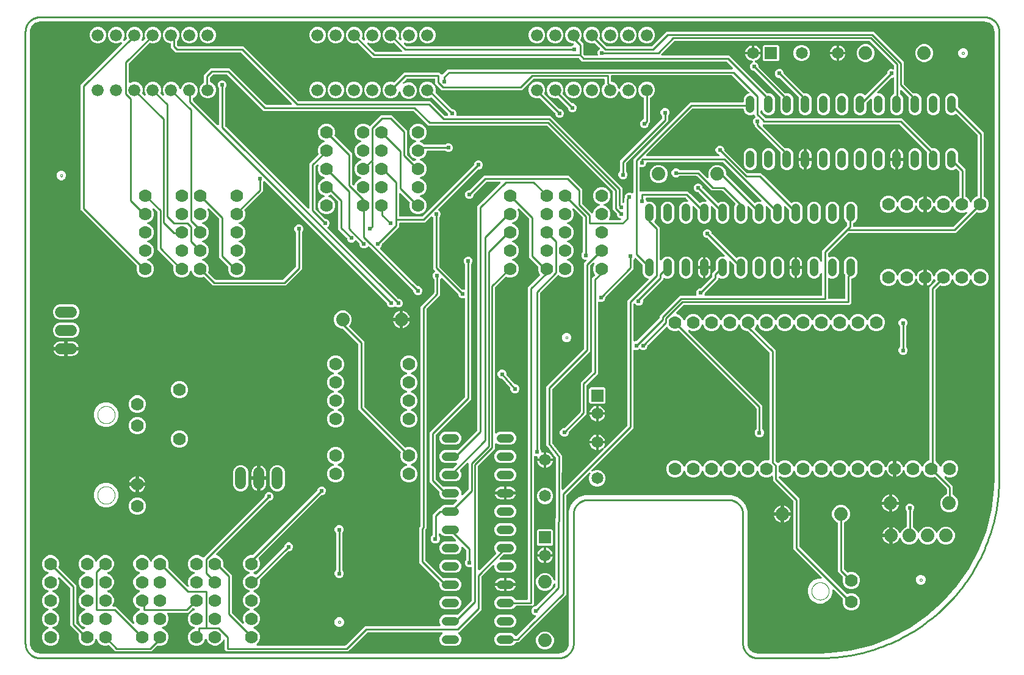
<source format=gbl>
G04 EAGLE Gerber RS-274X export*
G75*
%MOMM*%
%FSLAX34Y34*%
%LPD*%
%INBottom layer*%
%IPPOS*%
%AMOC8*
5,1,8,0,0,1.08239X$1,22.5*%
G01*
%ADD10C,0.000000*%
%ADD11C,0.254000*%
%ADD12C,1.778000*%
%ADD13C,1.676400*%
%ADD14C,1.219200*%
%ADD15C,1.524000*%
%ADD16R,1.651000X1.651000*%
%ADD17C,1.651000*%
%ADD18C,1.879600*%
%ADD19C,0.228600*%
%ADD20C,0.609600*%

G36*
X259202Y-438647D02*
X259202Y-438647D01*
X259280Y-438645D01*
X261266Y-438489D01*
X261334Y-438475D01*
X261403Y-438471D01*
X261559Y-438431D01*
X265338Y-437203D01*
X265445Y-437152D01*
X265556Y-437109D01*
X265607Y-437076D01*
X265626Y-437068D01*
X265641Y-437055D01*
X265692Y-437023D01*
X268906Y-434687D01*
X268993Y-434606D01*
X269084Y-434530D01*
X269123Y-434483D01*
X269138Y-434469D01*
X269149Y-434452D01*
X269187Y-434406D01*
X271523Y-431192D01*
X271580Y-431088D01*
X271644Y-430988D01*
X271666Y-430931D01*
X271676Y-430913D01*
X271681Y-430893D01*
X271703Y-430838D01*
X272931Y-427059D01*
X272944Y-426991D01*
X272966Y-426926D01*
X272989Y-426766D01*
X273145Y-424780D01*
X273145Y-424774D01*
X273146Y-424768D01*
X273145Y-424748D01*
X273149Y-424680D01*
X273149Y-241310D01*
X275760Y-233275D01*
X280527Y-226714D01*
X280605Y-226572D01*
X280680Y-226436D01*
X280680Y-226435D01*
X280690Y-226396D01*
X280707Y-226389D01*
X280864Y-226327D01*
X280865Y-226327D01*
X280865Y-226326D01*
X280866Y-226326D01*
X281000Y-226241D01*
X287561Y-221474D01*
X295596Y-218863D01*
X498404Y-218863D01*
X506439Y-221474D01*
X512999Y-226240D01*
X513000Y-226241D01*
X513136Y-226315D01*
X513278Y-226394D01*
X513279Y-226394D01*
X513319Y-226404D01*
X513331Y-226435D01*
X513387Y-226578D01*
X513388Y-226579D01*
X513388Y-226580D01*
X513473Y-226714D01*
X518240Y-233275D01*
X520851Y-241310D01*
X520851Y-424680D01*
X520853Y-424702D01*
X520855Y-424780D01*
X521011Y-426766D01*
X521025Y-426834D01*
X521029Y-426903D01*
X521069Y-427059D01*
X522297Y-430838D01*
X522348Y-430945D01*
X522391Y-431056D01*
X522424Y-431107D01*
X522432Y-431126D01*
X522445Y-431141D01*
X522477Y-431192D01*
X524813Y-434406D01*
X524894Y-434493D01*
X524970Y-434584D01*
X525017Y-434623D01*
X525031Y-434638D01*
X525048Y-434649D01*
X525094Y-434687D01*
X528308Y-437023D01*
X528412Y-437080D01*
X528512Y-437144D01*
X528569Y-437166D01*
X528587Y-437176D01*
X528607Y-437181D01*
X528662Y-437203D01*
X532441Y-438431D01*
X532509Y-438444D01*
X532574Y-438466D01*
X532734Y-438489D01*
X534720Y-438645D01*
X534742Y-438644D01*
X534820Y-438649D01*
X620000Y-438649D01*
X620012Y-438648D01*
X620038Y-438649D01*
X634673Y-438206D01*
X634694Y-438203D01*
X634788Y-438198D01*
X663843Y-434670D01*
X663850Y-434668D01*
X663994Y-434642D01*
X692413Y-427638D01*
X692419Y-427635D01*
X692559Y-427592D01*
X719926Y-417213D01*
X719932Y-417210D01*
X720066Y-417150D01*
X745982Y-403548D01*
X745988Y-403544D01*
X746113Y-403469D01*
X770201Y-386842D01*
X770206Y-386838D01*
X770322Y-386748D01*
X792230Y-367339D01*
X792235Y-367333D01*
X792339Y-367230D01*
X811748Y-345322D01*
X811752Y-345316D01*
X811842Y-345201D01*
X828469Y-321113D01*
X828472Y-321107D01*
X828548Y-320982D01*
X842150Y-295066D01*
X842153Y-295059D01*
X842213Y-294926D01*
X852592Y-267559D01*
X852594Y-267552D01*
X852638Y-267413D01*
X859642Y-238994D01*
X859643Y-238987D01*
X859670Y-238843D01*
X863198Y-209788D01*
X863198Y-209766D01*
X863206Y-209673D01*
X863649Y-195038D01*
X863648Y-195027D01*
X863649Y-195000D01*
X863649Y424680D01*
X863647Y424702D01*
X863645Y424780D01*
X863489Y426766D01*
X863475Y426834D01*
X863471Y426903D01*
X863431Y427059D01*
X862203Y430838D01*
X862152Y430945D01*
X862109Y431056D01*
X862076Y431107D01*
X862068Y431126D01*
X862055Y431141D01*
X862023Y431192D01*
X859687Y434406D01*
X859606Y434493D01*
X859530Y434584D01*
X859483Y434623D01*
X859469Y434638D01*
X859452Y434649D01*
X859406Y434687D01*
X856192Y437023D01*
X856157Y437042D01*
X856126Y437067D01*
X856054Y437101D01*
X855988Y437144D01*
X855931Y437166D01*
X855913Y437176D01*
X855894Y437181D01*
X855839Y437203D01*
X855838Y437203D01*
X852059Y438431D01*
X851991Y438444D01*
X851926Y438466D01*
X851766Y438489D01*
X849780Y438645D01*
X849758Y438644D01*
X849680Y438649D01*
X-460700Y438649D01*
X-460722Y438647D01*
X-460800Y438645D01*
X-462786Y438489D01*
X-462854Y438475D01*
X-462923Y438471D01*
X-463079Y438431D01*
X-466858Y437203D01*
X-466965Y437152D01*
X-467076Y437109D01*
X-467127Y437076D01*
X-467146Y437068D01*
X-467161Y437055D01*
X-467212Y437023D01*
X-470426Y434687D01*
X-470513Y434606D01*
X-470604Y434530D01*
X-470643Y434483D01*
X-470658Y434469D01*
X-470669Y434452D01*
X-470707Y434406D01*
X-473043Y431192D01*
X-473100Y431088D01*
X-473164Y430988D01*
X-473186Y430931D01*
X-473196Y430913D01*
X-473201Y430893D01*
X-473223Y430838D01*
X-474451Y427059D01*
X-474464Y426991D01*
X-474486Y426926D01*
X-474509Y426766D01*
X-474665Y424780D01*
X-474664Y424758D01*
X-474669Y424680D01*
X-474669Y-424680D01*
X-474667Y-424702D01*
X-474665Y-424780D01*
X-474509Y-426766D01*
X-474495Y-426834D01*
X-474491Y-426903D01*
X-474451Y-427059D01*
X-473223Y-430838D01*
X-473172Y-430945D01*
X-473129Y-431056D01*
X-473096Y-431107D01*
X-473088Y-431126D01*
X-473075Y-431141D01*
X-473043Y-431192D01*
X-470707Y-434406D01*
X-470626Y-434493D01*
X-470550Y-434584D01*
X-470503Y-434623D01*
X-470489Y-434638D01*
X-470472Y-434649D01*
X-470426Y-434687D01*
X-467212Y-437023D01*
X-467108Y-437080D01*
X-467008Y-437144D01*
X-466951Y-437166D01*
X-466933Y-437176D01*
X-466913Y-437181D01*
X-466858Y-437203D01*
X-463079Y-438431D01*
X-463011Y-438444D01*
X-462946Y-438466D01*
X-462786Y-438489D01*
X-460800Y-438645D01*
X-460778Y-438644D01*
X-460700Y-438649D01*
X259180Y-438649D01*
X259202Y-438647D01*
G37*
%LPC*%
G36*
X-355749Y-435992D02*
X-355749Y-435992D01*
X-358576Y-433165D01*
X-364532Y-427209D01*
X-364555Y-427190D01*
X-364574Y-427168D01*
X-364680Y-427093D01*
X-364783Y-427014D01*
X-364810Y-427002D01*
X-364834Y-426985D01*
X-364956Y-426939D01*
X-365075Y-426887D01*
X-365104Y-426883D01*
X-365132Y-426872D01*
X-365261Y-426858D01*
X-365389Y-426837D01*
X-365419Y-426840D01*
X-365448Y-426837D01*
X-365576Y-426855D01*
X-365706Y-426867D01*
X-365734Y-426877D01*
X-365763Y-426881D01*
X-365915Y-426933D01*
X-367695Y-427671D01*
X-372445Y-427671D01*
X-376833Y-425853D01*
X-380191Y-422495D01*
X-381536Y-419247D01*
X-381605Y-419126D01*
X-381670Y-419003D01*
X-381684Y-418988D01*
X-381694Y-418971D01*
X-381791Y-418871D01*
X-381884Y-418768D01*
X-381901Y-418757D01*
X-381915Y-418742D01*
X-382034Y-418670D01*
X-382150Y-418593D01*
X-382169Y-418587D01*
X-382186Y-418576D01*
X-382319Y-418535D01*
X-382451Y-418490D01*
X-382471Y-418488D01*
X-382490Y-418482D01*
X-382629Y-418476D01*
X-382768Y-418465D01*
X-382788Y-418468D01*
X-382808Y-418467D01*
X-382944Y-418495D01*
X-383081Y-418519D01*
X-383100Y-418528D01*
X-383119Y-418532D01*
X-383245Y-418593D01*
X-383371Y-418650D01*
X-383387Y-418662D01*
X-383405Y-418671D01*
X-383511Y-418762D01*
X-383620Y-418848D01*
X-383632Y-418865D01*
X-383647Y-418878D01*
X-383727Y-418992D01*
X-383811Y-419102D01*
X-383823Y-419128D01*
X-383830Y-419138D01*
X-383838Y-419157D01*
X-383882Y-419247D01*
X-385235Y-422514D01*
X-388593Y-425872D01*
X-392981Y-427690D01*
X-397731Y-427690D01*
X-402119Y-425872D01*
X-405477Y-422514D01*
X-407295Y-418126D01*
X-407295Y-413376D01*
X-407050Y-412786D01*
X-407042Y-412757D01*
X-407029Y-412731D01*
X-407001Y-412604D01*
X-406966Y-412479D01*
X-406966Y-412450D01*
X-406959Y-412421D01*
X-406963Y-412291D01*
X-406961Y-412161D01*
X-406968Y-412132D01*
X-406969Y-412103D01*
X-407005Y-411978D01*
X-407035Y-411852D01*
X-407049Y-411826D01*
X-407057Y-411797D01*
X-407123Y-411686D01*
X-407184Y-411571D01*
X-407204Y-411549D01*
X-407219Y-411524D01*
X-407325Y-411403D01*
X-418529Y-400199D01*
X-418529Y-348337D01*
X-418542Y-348239D01*
X-418545Y-348140D01*
X-418561Y-348082D01*
X-418569Y-348021D01*
X-418606Y-347929D01*
X-418633Y-347834D01*
X-418664Y-347782D01*
X-418686Y-347726D01*
X-418744Y-347646D01*
X-418795Y-347560D01*
X-418861Y-347485D01*
X-418873Y-347468D01*
X-418882Y-347461D01*
X-418901Y-347440D01*
X-433278Y-333062D01*
X-433333Y-333019D01*
X-433382Y-332969D01*
X-433459Y-332922D01*
X-433530Y-332867D01*
X-433594Y-332840D01*
X-433653Y-332803D01*
X-433739Y-332777D01*
X-433821Y-332741D01*
X-433890Y-332730D01*
X-433957Y-332709D01*
X-434047Y-332705D01*
X-434135Y-332691D01*
X-434205Y-332698D01*
X-434275Y-332694D01*
X-434362Y-332712D01*
X-434452Y-332721D01*
X-434518Y-332745D01*
X-434586Y-332759D01*
X-434667Y-332798D01*
X-434751Y-332828D01*
X-434809Y-332868D01*
X-434872Y-332898D01*
X-434940Y-332957D01*
X-435015Y-333007D01*
X-435061Y-333059D01*
X-435114Y-333105D01*
X-435166Y-333178D01*
X-435225Y-333246D01*
X-435257Y-333308D01*
X-435297Y-333365D01*
X-435329Y-333449D01*
X-435370Y-333529D01*
X-435385Y-333597D01*
X-435410Y-333662D01*
X-435420Y-333751D01*
X-435439Y-333839D01*
X-435437Y-333909D01*
X-435445Y-333978D01*
X-435432Y-334067D01*
X-435430Y-334157D01*
X-435410Y-334224D01*
X-435400Y-334293D01*
X-435348Y-334445D01*
X-434217Y-337176D01*
X-434217Y-341926D01*
X-436035Y-346314D01*
X-439393Y-349672D01*
X-442788Y-351078D01*
X-442909Y-351147D01*
X-443032Y-351212D01*
X-443047Y-351226D01*
X-443064Y-351236D01*
X-443164Y-351333D01*
X-443267Y-351426D01*
X-443278Y-351443D01*
X-443293Y-351457D01*
X-443365Y-351576D01*
X-443442Y-351692D01*
X-443448Y-351711D01*
X-443459Y-351728D01*
X-443500Y-351861D01*
X-443545Y-351993D01*
X-443547Y-352013D01*
X-443553Y-352032D01*
X-443559Y-352171D01*
X-443570Y-352310D01*
X-443567Y-352330D01*
X-443568Y-352350D01*
X-443540Y-352486D01*
X-443516Y-352623D01*
X-443508Y-352642D01*
X-443504Y-352661D01*
X-443442Y-352787D01*
X-443385Y-352913D01*
X-443373Y-352929D01*
X-443364Y-352947D01*
X-443273Y-353053D01*
X-443187Y-353161D01*
X-443171Y-353174D01*
X-443157Y-353189D01*
X-443044Y-353269D01*
X-442933Y-353353D01*
X-442907Y-353365D01*
X-442897Y-353372D01*
X-442878Y-353379D01*
X-442788Y-353424D01*
X-439393Y-354830D01*
X-436035Y-358188D01*
X-434217Y-362576D01*
X-434217Y-367326D01*
X-436035Y-371714D01*
X-439393Y-375072D01*
X-442788Y-376478D01*
X-442909Y-376547D01*
X-443032Y-376612D01*
X-443047Y-376626D01*
X-443064Y-376636D01*
X-443164Y-376733D01*
X-443267Y-376826D01*
X-443278Y-376843D01*
X-443293Y-376857D01*
X-443365Y-376975D01*
X-443442Y-377092D01*
X-443448Y-377111D01*
X-443459Y-377128D01*
X-443500Y-377261D01*
X-443545Y-377393D01*
X-443547Y-377413D01*
X-443553Y-377432D01*
X-443559Y-377571D01*
X-443570Y-377710D01*
X-443567Y-377730D01*
X-443568Y-377750D01*
X-443540Y-377886D01*
X-443516Y-378023D01*
X-443508Y-378042D01*
X-443504Y-378061D01*
X-443442Y-378187D01*
X-443385Y-378313D01*
X-443373Y-378329D01*
X-443364Y-378347D01*
X-443273Y-378453D01*
X-443187Y-378561D01*
X-443171Y-378574D01*
X-443157Y-378589D01*
X-443044Y-378669D01*
X-442933Y-378753D01*
X-442907Y-378765D01*
X-442897Y-378772D01*
X-442878Y-378779D01*
X-442788Y-378824D01*
X-439393Y-380230D01*
X-436035Y-383588D01*
X-434217Y-387976D01*
X-434217Y-392726D01*
X-436035Y-397114D01*
X-439393Y-400472D01*
X-442788Y-401878D01*
X-442909Y-401947D01*
X-443032Y-402012D01*
X-443047Y-402026D01*
X-443064Y-402036D01*
X-443164Y-402133D01*
X-443267Y-402226D01*
X-443278Y-402243D01*
X-443293Y-402257D01*
X-443365Y-402375D01*
X-443442Y-402492D01*
X-443448Y-402511D01*
X-443459Y-402528D01*
X-443500Y-402661D01*
X-443545Y-402793D01*
X-443547Y-402813D01*
X-443553Y-402832D01*
X-443559Y-402971D01*
X-443570Y-403110D01*
X-443567Y-403130D01*
X-443568Y-403150D01*
X-443540Y-403286D01*
X-443516Y-403423D01*
X-443508Y-403442D01*
X-443504Y-403461D01*
X-443442Y-403586D01*
X-443385Y-403713D01*
X-443373Y-403729D01*
X-443364Y-403747D01*
X-443273Y-403853D01*
X-443187Y-403961D01*
X-443171Y-403974D01*
X-443157Y-403989D01*
X-443044Y-404069D01*
X-442933Y-404153D01*
X-442907Y-404165D01*
X-442897Y-404172D01*
X-442878Y-404179D01*
X-442788Y-404224D01*
X-439393Y-405630D01*
X-436035Y-408988D01*
X-434217Y-413376D01*
X-434217Y-418126D01*
X-436035Y-422514D01*
X-439393Y-425872D01*
X-443781Y-427690D01*
X-448531Y-427690D01*
X-452919Y-425872D01*
X-456277Y-422514D01*
X-458095Y-418126D01*
X-458095Y-413376D01*
X-456277Y-408988D01*
X-452919Y-405630D01*
X-449524Y-404224D01*
X-449403Y-404155D01*
X-449280Y-404090D01*
X-449265Y-404076D01*
X-449248Y-404066D01*
X-449148Y-403969D01*
X-449045Y-403876D01*
X-449034Y-403859D01*
X-449019Y-403845D01*
X-448947Y-403726D01*
X-448870Y-403610D01*
X-448864Y-403591D01*
X-448853Y-403574D01*
X-448812Y-403441D01*
X-448767Y-403309D01*
X-448765Y-403289D01*
X-448759Y-403270D01*
X-448753Y-403131D01*
X-448742Y-402992D01*
X-448745Y-402972D01*
X-448744Y-402952D01*
X-448772Y-402816D01*
X-448796Y-402679D01*
X-448804Y-402660D01*
X-448808Y-402641D01*
X-448870Y-402515D01*
X-448927Y-402389D01*
X-448939Y-402373D01*
X-448948Y-402355D01*
X-449039Y-402249D01*
X-449125Y-402141D01*
X-449141Y-402128D01*
X-449155Y-402113D01*
X-449268Y-402033D01*
X-449379Y-401949D01*
X-449405Y-401937D01*
X-449415Y-401930D01*
X-449434Y-401923D01*
X-449524Y-401878D01*
X-452919Y-400472D01*
X-456277Y-397114D01*
X-458095Y-392726D01*
X-458095Y-387976D01*
X-456277Y-383588D01*
X-452919Y-380230D01*
X-449524Y-378824D01*
X-449403Y-378755D01*
X-449280Y-378690D01*
X-449265Y-378676D01*
X-449248Y-378666D01*
X-449148Y-378569D01*
X-449045Y-378476D01*
X-449034Y-378459D01*
X-449019Y-378445D01*
X-448947Y-378326D01*
X-448870Y-378210D01*
X-448864Y-378191D01*
X-448853Y-378174D01*
X-448812Y-378041D01*
X-448767Y-377909D01*
X-448765Y-377889D01*
X-448759Y-377870D01*
X-448753Y-377731D01*
X-448742Y-377592D01*
X-448745Y-377572D01*
X-448744Y-377552D01*
X-448772Y-377416D01*
X-448796Y-377279D01*
X-448804Y-377260D01*
X-448808Y-377241D01*
X-448870Y-377115D01*
X-448927Y-376989D01*
X-448939Y-376973D01*
X-448948Y-376955D01*
X-449039Y-376849D01*
X-449125Y-376741D01*
X-449141Y-376728D01*
X-449155Y-376713D01*
X-449268Y-376633D01*
X-449379Y-376549D01*
X-449405Y-376537D01*
X-449415Y-376530D01*
X-449434Y-376523D01*
X-449524Y-376478D01*
X-452919Y-375072D01*
X-456277Y-371714D01*
X-458095Y-367326D01*
X-458095Y-362576D01*
X-456277Y-358188D01*
X-452919Y-354830D01*
X-449524Y-353424D01*
X-449403Y-353355D01*
X-449280Y-353290D01*
X-449265Y-353276D01*
X-449248Y-353266D01*
X-449148Y-353169D01*
X-449045Y-353076D01*
X-449034Y-353059D01*
X-449019Y-353045D01*
X-448947Y-352927D01*
X-448870Y-352810D01*
X-448864Y-352791D01*
X-448853Y-352774D01*
X-448812Y-352641D01*
X-448767Y-352509D01*
X-448765Y-352489D01*
X-448759Y-352470D01*
X-448753Y-352331D01*
X-448742Y-352192D01*
X-448745Y-352172D01*
X-448744Y-352152D01*
X-448772Y-352016D01*
X-448796Y-351879D01*
X-448804Y-351860D01*
X-448808Y-351841D01*
X-448870Y-351716D01*
X-448927Y-351589D01*
X-448939Y-351573D01*
X-448948Y-351555D01*
X-449039Y-351449D01*
X-449125Y-351341D01*
X-449141Y-351328D01*
X-449155Y-351313D01*
X-449268Y-351233D01*
X-449379Y-351149D01*
X-449405Y-351137D01*
X-449415Y-351130D01*
X-449434Y-351123D01*
X-449524Y-351078D01*
X-452919Y-349672D01*
X-456277Y-346314D01*
X-458095Y-341926D01*
X-458095Y-337176D01*
X-456277Y-332788D01*
X-452919Y-329430D01*
X-449524Y-328024D01*
X-449403Y-327955D01*
X-449280Y-327890D01*
X-449265Y-327876D01*
X-449248Y-327866D01*
X-449148Y-327769D01*
X-449045Y-327676D01*
X-449034Y-327659D01*
X-449019Y-327645D01*
X-448947Y-327527D01*
X-448870Y-327410D01*
X-448864Y-327391D01*
X-448853Y-327374D01*
X-448812Y-327241D01*
X-448767Y-327109D01*
X-448765Y-327089D01*
X-448759Y-327070D01*
X-448753Y-326931D01*
X-448742Y-326792D01*
X-448745Y-326772D01*
X-448744Y-326752D01*
X-448772Y-326616D01*
X-448796Y-326479D01*
X-448804Y-326460D01*
X-448808Y-326441D01*
X-448870Y-326316D01*
X-448927Y-326189D01*
X-448939Y-326173D01*
X-448948Y-326155D01*
X-449039Y-326049D01*
X-449125Y-325941D01*
X-449141Y-325928D01*
X-449155Y-325913D01*
X-449268Y-325833D01*
X-449379Y-325749D01*
X-449405Y-325737D01*
X-449415Y-325730D01*
X-449434Y-325723D01*
X-449524Y-325678D01*
X-452919Y-324272D01*
X-456277Y-320914D01*
X-458095Y-316526D01*
X-458095Y-311776D01*
X-456277Y-307388D01*
X-452919Y-304030D01*
X-448531Y-302212D01*
X-443781Y-302212D01*
X-439393Y-304030D01*
X-436035Y-307388D01*
X-434217Y-311776D01*
X-434217Y-316526D01*
X-434989Y-318388D01*
X-434996Y-318416D01*
X-435010Y-318443D01*
X-435038Y-318569D01*
X-435073Y-318695D01*
X-435073Y-318724D01*
X-435079Y-318753D01*
X-435076Y-318883D01*
X-435078Y-319013D01*
X-435071Y-319041D01*
X-435070Y-319071D01*
X-435034Y-319195D01*
X-435003Y-319322D01*
X-434990Y-319348D01*
X-434981Y-319376D01*
X-434915Y-319488D01*
X-434855Y-319603D01*
X-434835Y-319625D01*
X-434820Y-319650D01*
X-434713Y-319771D01*
X-412973Y-341512D01*
X-410146Y-344339D01*
X-410146Y-396200D01*
X-410133Y-396299D01*
X-410130Y-396398D01*
X-410114Y-396456D01*
X-410106Y-396516D01*
X-410069Y-396608D01*
X-410042Y-396703D01*
X-410011Y-396755D01*
X-409989Y-396812D01*
X-409931Y-396892D01*
X-409880Y-396977D01*
X-409814Y-397053D01*
X-409802Y-397069D01*
X-409793Y-397077D01*
X-409774Y-397098D01*
X-402099Y-404773D01*
X-402075Y-404791D01*
X-402056Y-404814D01*
X-401950Y-404889D01*
X-401847Y-404968D01*
X-401820Y-404980D01*
X-401796Y-404997D01*
X-401675Y-405043D01*
X-401555Y-405095D01*
X-401526Y-405099D01*
X-401499Y-405110D01*
X-401370Y-405124D01*
X-401241Y-405145D01*
X-401212Y-405142D01*
X-401183Y-405145D01*
X-401054Y-405127D01*
X-400925Y-405115D01*
X-400897Y-405105D01*
X-400868Y-405101D01*
X-400715Y-405049D01*
X-398724Y-404224D01*
X-398603Y-404155D01*
X-398480Y-404090D01*
X-398465Y-404076D01*
X-398448Y-404066D01*
X-398348Y-403969D01*
X-398245Y-403876D01*
X-398234Y-403859D01*
X-398219Y-403845D01*
X-398147Y-403727D01*
X-398070Y-403610D01*
X-398064Y-403591D01*
X-398053Y-403574D01*
X-398012Y-403441D01*
X-397967Y-403309D01*
X-397965Y-403289D01*
X-397959Y-403270D01*
X-397953Y-403132D01*
X-397942Y-402992D01*
X-397945Y-402972D01*
X-397944Y-402952D01*
X-397972Y-402816D01*
X-397996Y-402679D01*
X-398004Y-402661D01*
X-398008Y-402641D01*
X-398070Y-402515D01*
X-398127Y-402389D01*
X-398139Y-402373D01*
X-398148Y-402355D01*
X-398239Y-402249D01*
X-398325Y-402141D01*
X-398341Y-402128D01*
X-398355Y-402113D01*
X-398468Y-402033D01*
X-398579Y-401949D01*
X-398605Y-401937D01*
X-398615Y-401930D01*
X-398634Y-401923D01*
X-398724Y-401878D01*
X-402119Y-400472D01*
X-405477Y-397114D01*
X-407295Y-392726D01*
X-407295Y-387976D01*
X-405477Y-383588D01*
X-402119Y-380230D01*
X-398724Y-378824D01*
X-398603Y-378755D01*
X-398480Y-378690D01*
X-398465Y-378676D01*
X-398448Y-378666D01*
X-398348Y-378569D01*
X-398245Y-378476D01*
X-398234Y-378459D01*
X-398219Y-378445D01*
X-398147Y-378327D01*
X-398070Y-378210D01*
X-398064Y-378191D01*
X-398053Y-378174D01*
X-398012Y-378041D01*
X-397967Y-377909D01*
X-397965Y-377889D01*
X-397959Y-377870D01*
X-397953Y-377731D01*
X-397942Y-377592D01*
X-397945Y-377572D01*
X-397944Y-377552D01*
X-397972Y-377416D01*
X-397996Y-377279D01*
X-398004Y-377260D01*
X-398008Y-377241D01*
X-398070Y-377116D01*
X-398127Y-376989D01*
X-398139Y-376973D01*
X-398148Y-376955D01*
X-398239Y-376849D01*
X-398325Y-376741D01*
X-398341Y-376728D01*
X-398355Y-376713D01*
X-398468Y-376633D01*
X-398579Y-376549D01*
X-398605Y-376537D01*
X-398615Y-376530D01*
X-398634Y-376523D01*
X-398724Y-376478D01*
X-402119Y-375072D01*
X-405477Y-371714D01*
X-407295Y-367326D01*
X-407295Y-362576D01*
X-405477Y-358188D01*
X-402119Y-354830D01*
X-398724Y-353424D01*
X-398603Y-353355D01*
X-398480Y-353290D01*
X-398465Y-353276D01*
X-398448Y-353266D01*
X-398348Y-353169D01*
X-398245Y-353076D01*
X-398234Y-353059D01*
X-398219Y-353045D01*
X-398147Y-352927D01*
X-398070Y-352810D01*
X-398064Y-352791D01*
X-398053Y-352774D01*
X-398012Y-352641D01*
X-397967Y-352509D01*
X-397965Y-352489D01*
X-397959Y-352470D01*
X-397953Y-352331D01*
X-397942Y-352192D01*
X-397945Y-352172D01*
X-397944Y-352152D01*
X-397972Y-352016D01*
X-397996Y-351879D01*
X-398004Y-351860D01*
X-398008Y-351841D01*
X-398070Y-351716D01*
X-398127Y-351589D01*
X-398139Y-351573D01*
X-398148Y-351555D01*
X-398239Y-351449D01*
X-398325Y-351341D01*
X-398341Y-351328D01*
X-398355Y-351313D01*
X-398468Y-351233D01*
X-398579Y-351149D01*
X-398605Y-351137D01*
X-398615Y-351130D01*
X-398634Y-351123D01*
X-398724Y-351078D01*
X-402119Y-349672D01*
X-405477Y-346314D01*
X-407295Y-341926D01*
X-407295Y-337176D01*
X-405477Y-332788D01*
X-402119Y-329430D01*
X-398724Y-328024D01*
X-398603Y-327955D01*
X-398480Y-327890D01*
X-398465Y-327876D01*
X-398448Y-327866D01*
X-398348Y-327769D01*
X-398245Y-327676D01*
X-398234Y-327659D01*
X-398219Y-327645D01*
X-398147Y-327527D01*
X-398070Y-327410D01*
X-398064Y-327391D01*
X-398053Y-327374D01*
X-398012Y-327241D01*
X-397967Y-327109D01*
X-397965Y-327089D01*
X-397959Y-327070D01*
X-397953Y-326931D01*
X-397942Y-326792D01*
X-397945Y-326772D01*
X-397944Y-326752D01*
X-397972Y-326616D01*
X-397996Y-326479D01*
X-398004Y-326460D01*
X-398008Y-326441D01*
X-398070Y-326316D01*
X-398127Y-326189D01*
X-398139Y-326173D01*
X-398148Y-326155D01*
X-398239Y-326049D01*
X-398325Y-325941D01*
X-398341Y-325928D01*
X-398355Y-325913D01*
X-398468Y-325833D01*
X-398579Y-325749D01*
X-398605Y-325737D01*
X-398615Y-325730D01*
X-398634Y-325723D01*
X-398724Y-325678D01*
X-402119Y-324272D01*
X-405477Y-320914D01*
X-407295Y-316526D01*
X-407295Y-311776D01*
X-405477Y-307388D01*
X-402119Y-304030D01*
X-397731Y-302212D01*
X-392981Y-302212D01*
X-388593Y-304030D01*
X-385235Y-307388D01*
X-383890Y-310636D01*
X-383821Y-310757D01*
X-383756Y-310880D01*
X-383742Y-310895D01*
X-383732Y-310912D01*
X-383635Y-311012D01*
X-383542Y-311115D01*
X-383525Y-311126D01*
X-383511Y-311141D01*
X-383393Y-311213D01*
X-383276Y-311290D01*
X-383257Y-311296D01*
X-383240Y-311307D01*
X-383107Y-311348D01*
X-382975Y-311393D01*
X-382955Y-311395D01*
X-382936Y-311401D01*
X-382797Y-311407D01*
X-382658Y-311418D01*
X-382638Y-311415D01*
X-382618Y-311416D01*
X-382482Y-311388D01*
X-382345Y-311364D01*
X-382326Y-311355D01*
X-382307Y-311351D01*
X-382181Y-311290D01*
X-382055Y-311233D01*
X-382039Y-311221D01*
X-382021Y-311212D01*
X-381915Y-311121D01*
X-381806Y-311035D01*
X-381794Y-311018D01*
X-381779Y-311005D01*
X-381699Y-310892D01*
X-381615Y-310781D01*
X-381603Y-310755D01*
X-381596Y-310745D01*
X-381589Y-310726D01*
X-381544Y-310636D01*
X-380191Y-307369D01*
X-376833Y-304011D01*
X-372445Y-302193D01*
X-367695Y-302193D01*
X-363307Y-304011D01*
X-359949Y-307369D01*
X-358131Y-311757D01*
X-358131Y-316507D01*
X-359949Y-320895D01*
X-363307Y-324253D01*
X-366702Y-325659D01*
X-366823Y-325728D01*
X-366946Y-325793D01*
X-366961Y-325807D01*
X-366978Y-325817D01*
X-367078Y-325914D01*
X-367181Y-326007D01*
X-367192Y-326024D01*
X-367207Y-326038D01*
X-367280Y-326157D01*
X-367356Y-326273D01*
X-367362Y-326292D01*
X-367373Y-326309D01*
X-367414Y-326442D01*
X-367459Y-326574D01*
X-367461Y-326594D01*
X-367467Y-326613D01*
X-367473Y-326752D01*
X-367484Y-326891D01*
X-367481Y-326911D01*
X-367482Y-326931D01*
X-367454Y-327067D01*
X-367430Y-327204D01*
X-367422Y-327223D01*
X-367417Y-327242D01*
X-367356Y-327368D01*
X-367299Y-327494D01*
X-367287Y-327510D01*
X-367278Y-327528D01*
X-367187Y-327634D01*
X-367101Y-327742D01*
X-367085Y-327755D01*
X-367071Y-327770D01*
X-366958Y-327850D01*
X-366847Y-327934D01*
X-366821Y-327946D01*
X-366811Y-327953D01*
X-366792Y-327960D01*
X-366702Y-328005D01*
X-363307Y-329411D01*
X-359949Y-332769D01*
X-358131Y-337157D01*
X-358131Y-341907D01*
X-359949Y-346295D01*
X-363307Y-349653D01*
X-366702Y-351059D01*
X-366823Y-351128D01*
X-366946Y-351193D01*
X-366961Y-351207D01*
X-366978Y-351217D01*
X-367078Y-351314D01*
X-367181Y-351407D01*
X-367192Y-351424D01*
X-367207Y-351438D01*
X-367280Y-351557D01*
X-367356Y-351673D01*
X-367362Y-351692D01*
X-367373Y-351709D01*
X-367414Y-351842D01*
X-367459Y-351974D01*
X-367461Y-351994D01*
X-367467Y-352013D01*
X-367473Y-352152D01*
X-367484Y-352291D01*
X-367481Y-352311D01*
X-367482Y-352331D01*
X-367454Y-352467D01*
X-367430Y-352604D01*
X-367422Y-352623D01*
X-367417Y-352642D01*
X-367356Y-352768D01*
X-367299Y-352894D01*
X-367287Y-352910D01*
X-367278Y-352928D01*
X-367187Y-353034D01*
X-367101Y-353142D01*
X-367085Y-353155D01*
X-367071Y-353170D01*
X-366958Y-353250D01*
X-366847Y-353334D01*
X-366821Y-353346D01*
X-366811Y-353353D01*
X-366792Y-353360D01*
X-366702Y-353405D01*
X-363307Y-354811D01*
X-359949Y-358169D01*
X-358131Y-362557D01*
X-358131Y-367307D01*
X-360025Y-371878D01*
X-360038Y-371926D01*
X-360059Y-371971D01*
X-360080Y-372079D01*
X-360109Y-372185D01*
X-360110Y-372235D01*
X-360119Y-372284D01*
X-360112Y-372393D01*
X-360114Y-372503D01*
X-360102Y-372551D01*
X-360099Y-372601D01*
X-360065Y-372705D01*
X-360040Y-372812D01*
X-360016Y-372856D01*
X-360001Y-372903D01*
X-359942Y-372996D01*
X-359891Y-373093D01*
X-359858Y-373130D01*
X-359831Y-373172D01*
X-359751Y-373247D01*
X-359677Y-373329D01*
X-359636Y-373356D01*
X-359599Y-373390D01*
X-359503Y-373443D01*
X-359411Y-373503D01*
X-359364Y-373520D01*
X-359321Y-373544D01*
X-359215Y-373571D01*
X-359111Y-373607D01*
X-359061Y-373611D01*
X-359013Y-373623D01*
X-358852Y-373633D01*
X-355451Y-373633D01*
X-352624Y-376460D01*
X-332066Y-397019D01*
X-332011Y-397062D01*
X-331962Y-397112D01*
X-331885Y-397159D01*
X-331814Y-397214D01*
X-331750Y-397242D01*
X-331691Y-397278D01*
X-331605Y-397304D01*
X-331523Y-397340D01*
X-331454Y-397351D01*
X-331387Y-397372D01*
X-331297Y-397376D01*
X-331208Y-397390D01*
X-331139Y-397383D01*
X-331069Y-397387D01*
X-330981Y-397369D01*
X-330892Y-397360D01*
X-330826Y-397337D01*
X-330758Y-397322D01*
X-330677Y-397283D01*
X-330593Y-397253D01*
X-330535Y-397213D01*
X-330472Y-397183D01*
X-330404Y-397124D01*
X-330329Y-397074D01*
X-330283Y-397022D01*
X-330230Y-396976D01*
X-330178Y-396903D01*
X-330119Y-396836D01*
X-330087Y-396773D01*
X-330047Y-396716D01*
X-330015Y-396632D01*
X-329974Y-396552D01*
X-329959Y-396484D01*
X-329934Y-396419D01*
X-329924Y-396330D01*
X-329905Y-396242D01*
X-329907Y-396172D01*
X-329899Y-396103D01*
X-329912Y-396014D01*
X-329914Y-395924D01*
X-329934Y-395857D01*
X-329944Y-395788D01*
X-329996Y-395636D01*
X-331209Y-392707D01*
X-331209Y-387957D01*
X-329391Y-383569D01*
X-326033Y-380211D01*
X-322638Y-378805D01*
X-322517Y-378736D01*
X-322394Y-378671D01*
X-322379Y-378657D01*
X-322362Y-378647D01*
X-322262Y-378550D01*
X-322159Y-378457D01*
X-322148Y-378440D01*
X-322133Y-378426D01*
X-322061Y-378308D01*
X-321984Y-378191D01*
X-321978Y-378172D01*
X-321967Y-378155D01*
X-321926Y-378023D01*
X-321881Y-377890D01*
X-321879Y-377870D01*
X-321873Y-377851D01*
X-321867Y-377712D01*
X-321856Y-377573D01*
X-321859Y-377553D01*
X-321858Y-377533D01*
X-321886Y-377397D01*
X-321910Y-377260D01*
X-321918Y-377241D01*
X-321922Y-377222D01*
X-321984Y-377097D01*
X-322041Y-376970D01*
X-322053Y-376954D01*
X-322062Y-376936D01*
X-322153Y-376830D01*
X-322239Y-376722D01*
X-322255Y-376709D01*
X-322269Y-376694D01*
X-322382Y-376614D01*
X-322493Y-376530D01*
X-322519Y-376518D01*
X-322529Y-376511D01*
X-322548Y-376504D01*
X-322638Y-376459D01*
X-326033Y-375053D01*
X-329391Y-371695D01*
X-331209Y-367307D01*
X-331209Y-362557D01*
X-329391Y-358169D01*
X-326033Y-354811D01*
X-322638Y-353405D01*
X-322517Y-353336D01*
X-322394Y-353271D01*
X-322379Y-353257D01*
X-322362Y-353247D01*
X-322262Y-353150D01*
X-322159Y-353057D01*
X-322148Y-353040D01*
X-322133Y-353026D01*
X-322061Y-352908D01*
X-321984Y-352791D01*
X-321978Y-352772D01*
X-321967Y-352755D01*
X-321926Y-352623D01*
X-321881Y-352490D01*
X-321879Y-352470D01*
X-321873Y-352451D01*
X-321867Y-352312D01*
X-321856Y-352173D01*
X-321859Y-352153D01*
X-321858Y-352133D01*
X-321886Y-351997D01*
X-321910Y-351860D01*
X-321918Y-351841D01*
X-321922Y-351822D01*
X-321984Y-351697D01*
X-322041Y-351570D01*
X-322053Y-351554D01*
X-322062Y-351536D01*
X-322153Y-351430D01*
X-322239Y-351322D01*
X-322255Y-351309D01*
X-322269Y-351294D01*
X-322382Y-351214D01*
X-322493Y-351130D01*
X-322519Y-351118D01*
X-322529Y-351111D01*
X-322548Y-351104D01*
X-322638Y-351059D01*
X-326033Y-349653D01*
X-329391Y-346295D01*
X-331209Y-341907D01*
X-331209Y-337157D01*
X-329391Y-332769D01*
X-326033Y-329411D01*
X-322638Y-328005D01*
X-322517Y-327936D01*
X-322394Y-327871D01*
X-322379Y-327857D01*
X-322362Y-327847D01*
X-322262Y-327750D01*
X-322159Y-327657D01*
X-322148Y-327640D01*
X-322133Y-327626D01*
X-322061Y-327508D01*
X-321984Y-327391D01*
X-321978Y-327372D01*
X-321967Y-327355D01*
X-321926Y-327222D01*
X-321881Y-327090D01*
X-321879Y-327070D01*
X-321873Y-327051D01*
X-321867Y-326912D01*
X-321856Y-326773D01*
X-321859Y-326753D01*
X-321858Y-326733D01*
X-321886Y-326597D01*
X-321910Y-326460D01*
X-321918Y-326441D01*
X-321922Y-326422D01*
X-321984Y-326297D01*
X-322041Y-326170D01*
X-322053Y-326154D01*
X-322062Y-326136D01*
X-322153Y-326030D01*
X-322239Y-325922D01*
X-322255Y-325909D01*
X-322269Y-325894D01*
X-322382Y-325814D01*
X-322493Y-325730D01*
X-322519Y-325718D01*
X-322529Y-325711D01*
X-322548Y-325704D01*
X-322638Y-325659D01*
X-326033Y-324253D01*
X-329391Y-320895D01*
X-331209Y-316507D01*
X-331209Y-311757D01*
X-329391Y-307369D01*
X-326033Y-304011D01*
X-321645Y-302193D01*
X-316895Y-302193D01*
X-312507Y-304011D01*
X-309149Y-307369D01*
X-307831Y-310552D01*
X-307762Y-310673D01*
X-307697Y-310796D01*
X-307683Y-310811D01*
X-307673Y-310828D01*
X-307576Y-310928D01*
X-307483Y-311031D01*
X-307466Y-311042D01*
X-307452Y-311057D01*
X-307333Y-311129D01*
X-307217Y-311206D01*
X-307198Y-311212D01*
X-307181Y-311223D01*
X-307048Y-311264D01*
X-306916Y-311309D01*
X-306896Y-311310D01*
X-306877Y-311316D01*
X-306738Y-311323D01*
X-306599Y-311334D01*
X-306579Y-311331D01*
X-306559Y-311332D01*
X-306423Y-311303D01*
X-306286Y-311280D01*
X-306267Y-311271D01*
X-306248Y-311267D01*
X-306122Y-311206D01*
X-305996Y-311149D01*
X-305980Y-311136D01*
X-305962Y-311128D01*
X-305856Y-311037D01*
X-305747Y-310951D01*
X-305735Y-310934D01*
X-305720Y-310921D01*
X-305640Y-310808D01*
X-305556Y-310696D01*
X-305544Y-310671D01*
X-305537Y-310661D01*
X-305529Y-310642D01*
X-305485Y-310552D01*
X-304166Y-307367D01*
X-300808Y-304009D01*
X-296420Y-302191D01*
X-291670Y-302191D01*
X-287282Y-304009D01*
X-283924Y-307367D01*
X-282106Y-311755D01*
X-282106Y-316505D01*
X-282799Y-318177D01*
X-282807Y-318206D01*
X-282820Y-318232D01*
X-282849Y-318359D01*
X-282883Y-318484D01*
X-282883Y-318514D01*
X-282890Y-318542D01*
X-282886Y-318672D01*
X-282888Y-318802D01*
X-282881Y-318831D01*
X-282880Y-318860D01*
X-282844Y-318985D01*
X-282814Y-319111D01*
X-282800Y-319137D01*
X-282792Y-319166D01*
X-282726Y-319278D01*
X-282665Y-319392D01*
X-282645Y-319414D01*
X-282630Y-319440D01*
X-282524Y-319561D01*
X-256163Y-345921D01*
X-256108Y-345964D01*
X-256059Y-346014D01*
X-255983Y-346061D01*
X-255912Y-346116D01*
X-255848Y-346144D01*
X-255788Y-346181D01*
X-255702Y-346207D01*
X-255620Y-346243D01*
X-255551Y-346254D01*
X-255484Y-346274D01*
X-255395Y-346278D01*
X-255306Y-346293D01*
X-255236Y-346286D01*
X-255167Y-346289D01*
X-255079Y-346271D01*
X-254989Y-346263D01*
X-254923Y-346239D01*
X-254855Y-346225D01*
X-254775Y-346186D01*
X-254690Y-346155D01*
X-254632Y-346116D01*
X-254569Y-346085D01*
X-254501Y-346027D01*
X-254427Y-345977D01*
X-254380Y-345924D01*
X-254327Y-345879D01*
X-254276Y-345806D01*
X-254216Y-345738D01*
X-254185Y-345676D01*
X-254144Y-345619D01*
X-254113Y-345535D01*
X-254072Y-345455D01*
X-254056Y-345387D01*
X-254032Y-345322D01*
X-254022Y-345232D01*
X-254002Y-345145D01*
X-254004Y-345075D01*
X-253996Y-345006D01*
X-254009Y-344917D01*
X-254012Y-344827D01*
X-254031Y-344760D01*
X-254041Y-344691D01*
X-254093Y-344538D01*
X-255184Y-341905D01*
X-255184Y-337155D01*
X-253366Y-332767D01*
X-250008Y-329409D01*
X-246613Y-328003D01*
X-246492Y-327934D01*
X-246369Y-327869D01*
X-246354Y-327855D01*
X-246337Y-327845D01*
X-246237Y-327748D01*
X-246134Y-327655D01*
X-246123Y-327638D01*
X-246108Y-327624D01*
X-246036Y-327506D01*
X-245959Y-327389D01*
X-245953Y-327370D01*
X-245942Y-327353D01*
X-245901Y-327220D01*
X-245856Y-327088D01*
X-245854Y-327068D01*
X-245848Y-327049D01*
X-245842Y-326910D01*
X-245831Y-326771D01*
X-245834Y-326751D01*
X-245833Y-326731D01*
X-245861Y-326595D01*
X-245885Y-326458D01*
X-245893Y-326439D01*
X-245898Y-326420D01*
X-245959Y-326295D01*
X-246016Y-326168D01*
X-246028Y-326152D01*
X-246037Y-326134D01*
X-246128Y-326028D01*
X-246214Y-325920D01*
X-246230Y-325907D01*
X-246244Y-325892D01*
X-246357Y-325812D01*
X-246468Y-325728D01*
X-246494Y-325716D01*
X-246504Y-325709D01*
X-246523Y-325702D01*
X-246613Y-325657D01*
X-250008Y-324251D01*
X-253366Y-320893D01*
X-255184Y-316505D01*
X-255184Y-311755D01*
X-253366Y-307367D01*
X-250008Y-304009D01*
X-245620Y-302191D01*
X-240870Y-302191D01*
X-236482Y-304009D01*
X-235213Y-305278D01*
X-235119Y-305351D01*
X-235030Y-305430D01*
X-234994Y-305448D01*
X-234962Y-305473D01*
X-234853Y-305520D01*
X-234747Y-305574D01*
X-234707Y-305583D01*
X-234670Y-305599D01*
X-234552Y-305618D01*
X-234436Y-305644D01*
X-234396Y-305643D01*
X-234356Y-305649D01*
X-234237Y-305638D01*
X-234119Y-305634D01*
X-234080Y-305623D01*
X-234039Y-305619D01*
X-233927Y-305579D01*
X-233813Y-305546D01*
X-233778Y-305525D01*
X-233740Y-305512D01*
X-233642Y-305445D01*
X-233539Y-305384D01*
X-233494Y-305344D01*
X-233477Y-305333D01*
X-233464Y-305318D01*
X-233418Y-305278D01*
X-149343Y-221203D01*
X-149283Y-221125D01*
X-149215Y-221053D01*
X-149186Y-221000D01*
X-149149Y-220952D01*
X-149109Y-220861D01*
X-149061Y-220774D01*
X-149046Y-220716D01*
X-149022Y-220660D01*
X-149007Y-220562D01*
X-148982Y-220466D01*
X-148976Y-220366D01*
X-148972Y-220346D01*
X-148974Y-220334D01*
X-148972Y-220306D01*
X-148972Y-219450D01*
X-148044Y-217209D01*
X-146329Y-215494D01*
X-144088Y-214566D01*
X-141662Y-214566D01*
X-139421Y-215494D01*
X-137706Y-217209D01*
X-136778Y-219450D01*
X-136778Y-221875D01*
X-137706Y-224116D01*
X-139421Y-225831D01*
X-141662Y-226759D01*
X-142518Y-226759D01*
X-142616Y-226772D01*
X-142715Y-226775D01*
X-142773Y-226791D01*
X-142834Y-226799D01*
X-142926Y-226836D01*
X-143021Y-226863D01*
X-143073Y-226894D01*
X-143129Y-226916D01*
X-143209Y-226974D01*
X-143295Y-227025D01*
X-143370Y-227091D01*
X-143387Y-227103D01*
X-143394Y-227112D01*
X-143416Y-227131D01*
X-216253Y-299969D01*
X-216338Y-300078D01*
X-216427Y-300185D01*
X-216436Y-300204D01*
X-216448Y-300220D01*
X-216503Y-300348D01*
X-216562Y-300473D01*
X-216566Y-300493D01*
X-216574Y-300512D01*
X-216596Y-300650D01*
X-216622Y-300786D01*
X-216621Y-300806D01*
X-216624Y-300826D01*
X-216611Y-300965D01*
X-216602Y-301103D01*
X-216596Y-301122D01*
X-216594Y-301142D01*
X-216547Y-301274D01*
X-216504Y-301405D01*
X-216494Y-301423D01*
X-216487Y-301442D01*
X-216409Y-301557D01*
X-216334Y-301674D01*
X-216320Y-301688D01*
X-216308Y-301705D01*
X-216204Y-301797D01*
X-216103Y-301892D01*
X-216085Y-301902D01*
X-216070Y-301915D01*
X-215946Y-301979D01*
X-215824Y-302046D01*
X-215805Y-302051D01*
X-215787Y-302060D01*
X-215651Y-302090D01*
X-215516Y-302125D01*
X-215488Y-302127D01*
X-215476Y-302130D01*
X-215456Y-302129D01*
X-215406Y-302132D01*
X-211010Y-303953D01*
X-207652Y-307311D01*
X-205834Y-311699D01*
X-205834Y-316449D01*
X-206100Y-317089D01*
X-206107Y-317118D01*
X-206121Y-317144D01*
X-206149Y-317271D01*
X-206184Y-317396D01*
X-206184Y-317426D01*
X-206190Y-317454D01*
X-206187Y-317584D01*
X-206189Y-317714D01*
X-206182Y-317743D01*
X-206181Y-317772D01*
X-206145Y-317897D01*
X-206114Y-318023D01*
X-206101Y-318049D01*
X-206092Y-318078D01*
X-206027Y-318189D01*
X-205966Y-318304D01*
X-205946Y-318326D01*
X-205931Y-318352D01*
X-205824Y-318473D01*
X-194246Y-330051D01*
X-194246Y-381913D01*
X-194233Y-382011D01*
X-194230Y-382110D01*
X-194214Y-382168D01*
X-194206Y-382229D01*
X-194169Y-382321D01*
X-194142Y-382416D01*
X-194111Y-382468D01*
X-194089Y-382524D01*
X-194031Y-382604D01*
X-193980Y-382690D01*
X-193914Y-382765D01*
X-193902Y-382782D01*
X-193893Y-382789D01*
X-193874Y-382810D01*
X-179801Y-396884D01*
X-179745Y-396927D01*
X-179697Y-396977D01*
X-179620Y-397024D01*
X-179549Y-397079D01*
X-179485Y-397107D01*
X-179426Y-397143D01*
X-179340Y-397170D01*
X-179257Y-397205D01*
X-179188Y-397216D01*
X-179122Y-397237D01*
X-179032Y-397241D01*
X-178943Y-397255D01*
X-178874Y-397249D01*
X-178804Y-397252D01*
X-178716Y-397234D01*
X-178627Y-397225D01*
X-178561Y-397202D01*
X-178493Y-397188D01*
X-178412Y-397148D01*
X-178327Y-397118D01*
X-178270Y-397079D01*
X-178207Y-397048D01*
X-178139Y-396990D01*
X-178064Y-396939D01*
X-178018Y-396887D01*
X-177965Y-396842D01*
X-177913Y-396768D01*
X-177854Y-396701D01*
X-177822Y-396639D01*
X-177782Y-396582D01*
X-177750Y-396497D01*
X-177709Y-396417D01*
X-177694Y-396349D01*
X-177669Y-396284D01*
X-177659Y-396195D01*
X-177640Y-396107D01*
X-177642Y-396037D01*
X-177634Y-395968D01*
X-177646Y-395879D01*
X-177649Y-395789D01*
X-177669Y-395722D01*
X-177678Y-395653D01*
X-177730Y-395501D01*
X-178912Y-392649D01*
X-178912Y-387899D01*
X-177094Y-383511D01*
X-173736Y-380153D01*
X-170341Y-378747D01*
X-170220Y-378678D01*
X-170097Y-378613D01*
X-170082Y-378599D01*
X-170065Y-378589D01*
X-169965Y-378492D01*
X-169862Y-378399D01*
X-169851Y-378382D01*
X-169836Y-378368D01*
X-169764Y-378250D01*
X-169687Y-378133D01*
X-169681Y-378114D01*
X-169670Y-378097D01*
X-169629Y-377964D01*
X-169584Y-377832D01*
X-169582Y-377812D01*
X-169576Y-377793D01*
X-169570Y-377654D01*
X-169559Y-377515D01*
X-169562Y-377495D01*
X-169561Y-377475D01*
X-169589Y-377339D01*
X-169613Y-377202D01*
X-169621Y-377183D01*
X-169625Y-377164D01*
X-169687Y-377039D01*
X-169744Y-376912D01*
X-169756Y-376896D01*
X-169765Y-376878D01*
X-169856Y-376772D01*
X-169942Y-376664D01*
X-169958Y-376651D01*
X-169972Y-376636D01*
X-170085Y-376556D01*
X-170196Y-376472D01*
X-170222Y-376460D01*
X-170232Y-376453D01*
X-170251Y-376446D01*
X-170341Y-376401D01*
X-173736Y-374995D01*
X-177094Y-371637D01*
X-178912Y-367249D01*
X-178912Y-362499D01*
X-177094Y-358111D01*
X-173736Y-354753D01*
X-170341Y-353347D01*
X-170220Y-353278D01*
X-170097Y-353213D01*
X-170082Y-353199D01*
X-170065Y-353189D01*
X-169965Y-353092D01*
X-169862Y-352999D01*
X-169851Y-352982D01*
X-169836Y-352968D01*
X-169764Y-352850D01*
X-169687Y-352733D01*
X-169681Y-352714D01*
X-169670Y-352697D01*
X-169629Y-352564D01*
X-169584Y-352432D01*
X-169582Y-352412D01*
X-169576Y-352393D01*
X-169570Y-352254D01*
X-169559Y-352115D01*
X-169562Y-352095D01*
X-169561Y-352075D01*
X-169589Y-351939D01*
X-169613Y-351802D01*
X-169621Y-351783D01*
X-169625Y-351764D01*
X-169687Y-351639D01*
X-169744Y-351512D01*
X-169756Y-351496D01*
X-169765Y-351478D01*
X-169856Y-351372D01*
X-169942Y-351264D01*
X-169958Y-351251D01*
X-169972Y-351236D01*
X-170085Y-351156D01*
X-170196Y-351072D01*
X-170222Y-351060D01*
X-170232Y-351053D01*
X-170251Y-351046D01*
X-170341Y-351001D01*
X-173736Y-349595D01*
X-177094Y-346237D01*
X-178912Y-341849D01*
X-178912Y-337099D01*
X-177094Y-332711D01*
X-173736Y-329353D01*
X-170341Y-327947D01*
X-170220Y-327878D01*
X-170097Y-327813D01*
X-170082Y-327799D01*
X-170065Y-327789D01*
X-169965Y-327692D01*
X-169862Y-327599D01*
X-169851Y-327582D01*
X-169836Y-327568D01*
X-169764Y-327450D01*
X-169687Y-327333D01*
X-169681Y-327314D01*
X-169670Y-327297D01*
X-169629Y-327164D01*
X-169584Y-327032D01*
X-169582Y-327012D01*
X-169576Y-326993D01*
X-169570Y-326854D01*
X-169559Y-326715D01*
X-169562Y-326695D01*
X-169561Y-326675D01*
X-169589Y-326539D01*
X-169613Y-326402D01*
X-169621Y-326383D01*
X-169625Y-326364D01*
X-169687Y-326239D01*
X-169744Y-326112D01*
X-169756Y-326096D01*
X-169765Y-326078D01*
X-169856Y-325972D01*
X-169942Y-325864D01*
X-169958Y-325851D01*
X-169972Y-325836D01*
X-170085Y-325756D01*
X-170196Y-325672D01*
X-170222Y-325660D01*
X-170232Y-325653D01*
X-170251Y-325646D01*
X-170341Y-325601D01*
X-173736Y-324195D01*
X-177094Y-320837D01*
X-178912Y-316449D01*
X-178912Y-311699D01*
X-177094Y-307311D01*
X-173736Y-303953D01*
X-169348Y-302135D01*
X-165714Y-302135D01*
X-165616Y-302123D01*
X-165517Y-302120D01*
X-165459Y-302103D01*
X-165398Y-302095D01*
X-165306Y-302059D01*
X-165211Y-302031D01*
X-165159Y-302001D01*
X-165103Y-301978D01*
X-165023Y-301920D01*
X-164937Y-301870D01*
X-164862Y-301804D01*
X-164845Y-301792D01*
X-164838Y-301782D01*
X-164817Y-301764D01*
X-76318Y-213266D01*
X-76258Y-213187D01*
X-76190Y-213115D01*
X-76161Y-213062D01*
X-76124Y-213014D01*
X-76084Y-212923D01*
X-76036Y-212837D01*
X-76021Y-212778D01*
X-75997Y-212722D01*
X-75982Y-212624D01*
X-75957Y-212529D01*
X-75951Y-212429D01*
X-75947Y-212408D01*
X-75949Y-212396D01*
X-75947Y-212368D01*
X-75947Y-211512D01*
X-75019Y-209271D01*
X-73304Y-207556D01*
X-71063Y-206628D01*
X-68637Y-206628D01*
X-66396Y-207556D01*
X-64681Y-209271D01*
X-63753Y-211512D01*
X-63753Y-213938D01*
X-64681Y-216179D01*
X-66396Y-217894D01*
X-68637Y-218822D01*
X-69493Y-218822D01*
X-69591Y-218834D01*
X-69690Y-218837D01*
X-69748Y-218854D01*
X-69809Y-218862D01*
X-69901Y-218898D01*
X-69996Y-218926D01*
X-70048Y-218956D01*
X-70104Y-218979D01*
X-70184Y-219037D01*
X-70270Y-219087D01*
X-70345Y-219153D01*
X-70362Y-219165D01*
X-70369Y-219175D01*
X-70391Y-219193D01*
X-156783Y-305586D01*
X-156856Y-305680D01*
X-156934Y-305769D01*
X-156953Y-305805D01*
X-156977Y-305837D01*
X-157025Y-305946D01*
X-157079Y-306052D01*
X-157088Y-306091D01*
X-157104Y-306129D01*
X-157123Y-306246D01*
X-157149Y-306362D01*
X-157147Y-306403D01*
X-157154Y-306443D01*
X-157143Y-306561D01*
X-157139Y-306680D01*
X-157128Y-306719D01*
X-157124Y-306759D01*
X-157084Y-306872D01*
X-157050Y-306986D01*
X-157030Y-307021D01*
X-157016Y-307059D01*
X-156949Y-307157D01*
X-156889Y-307260D01*
X-156859Y-307294D01*
X-155034Y-311699D01*
X-155034Y-316449D01*
X-156852Y-320837D01*
X-160210Y-324195D01*
X-163605Y-325601D01*
X-163726Y-325670D01*
X-163849Y-325735D01*
X-163864Y-325749D01*
X-163881Y-325759D01*
X-163981Y-325856D01*
X-164084Y-325949D01*
X-164095Y-325966D01*
X-164110Y-325980D01*
X-164182Y-326099D01*
X-164259Y-326215D01*
X-164265Y-326234D01*
X-164276Y-326251D01*
X-164317Y-326384D01*
X-164362Y-326516D01*
X-164364Y-326536D01*
X-164370Y-326555D01*
X-164376Y-326694D01*
X-164387Y-326833D01*
X-164384Y-326853D01*
X-164385Y-326873D01*
X-164357Y-327010D01*
X-164333Y-327146D01*
X-164325Y-327165D01*
X-164321Y-327184D01*
X-164259Y-327310D01*
X-164202Y-327436D01*
X-164190Y-327452D01*
X-164181Y-327470D01*
X-164090Y-327576D01*
X-164004Y-327684D01*
X-163988Y-327697D01*
X-163974Y-327712D01*
X-163861Y-327792D01*
X-163750Y-327876D01*
X-163724Y-327888D01*
X-163714Y-327895D01*
X-163695Y-327902D01*
X-163605Y-327947D01*
X-161309Y-328898D01*
X-161280Y-328906D01*
X-161254Y-328919D01*
X-161127Y-328947D01*
X-161002Y-328982D01*
X-160973Y-328982D01*
X-160944Y-328989D01*
X-160814Y-328985D01*
X-160684Y-328987D01*
X-160655Y-328980D01*
X-160626Y-328979D01*
X-160501Y-328943D01*
X-160375Y-328913D01*
X-160349Y-328899D01*
X-160320Y-328891D01*
X-160209Y-328825D01*
X-160094Y-328764D01*
X-160072Y-328744D01*
X-160046Y-328729D01*
X-159926Y-328623D01*
X-122356Y-291053D01*
X-122295Y-290975D01*
X-122227Y-290903D01*
X-122198Y-290850D01*
X-122161Y-290802D01*
X-122122Y-290711D01*
X-122074Y-290624D01*
X-122059Y-290566D01*
X-122047Y-290540D01*
X-122046Y-290535D01*
X-122035Y-290510D01*
X-122019Y-290412D01*
X-121994Y-290316D01*
X-121990Y-290243D01*
X-121987Y-290228D01*
X-121988Y-290214D01*
X-121985Y-290196D01*
X-121986Y-290184D01*
X-121984Y-290156D01*
X-121984Y-289300D01*
X-121056Y-287059D01*
X-119341Y-285344D01*
X-117100Y-284416D01*
X-114675Y-284416D01*
X-112434Y-285344D01*
X-110719Y-287059D01*
X-109791Y-289300D01*
X-109791Y-291725D01*
X-110719Y-293966D01*
X-112434Y-295681D01*
X-114675Y-296609D01*
X-115531Y-296609D01*
X-115629Y-296622D01*
X-115728Y-296625D01*
X-115786Y-296641D01*
X-115846Y-296649D01*
X-115938Y-296686D01*
X-116033Y-296713D01*
X-116085Y-296744D01*
X-116142Y-296766D01*
X-116222Y-296824D01*
X-116307Y-296875D01*
X-116383Y-296941D01*
X-116399Y-296953D01*
X-116407Y-296962D01*
X-116428Y-296981D01*
X-154877Y-335430D01*
X-154896Y-335454D01*
X-154918Y-335473D01*
X-154993Y-335579D01*
X-155072Y-335682D01*
X-155084Y-335709D01*
X-155101Y-335733D01*
X-155147Y-335854D01*
X-155199Y-335974D01*
X-155203Y-336003D01*
X-155214Y-336030D01*
X-155228Y-336159D01*
X-155249Y-336288D01*
X-155246Y-336317D01*
X-155249Y-336346D01*
X-155231Y-336475D01*
X-155219Y-336604D01*
X-155209Y-336632D01*
X-155205Y-336661D01*
X-155153Y-336814D01*
X-155034Y-337099D01*
X-155034Y-341849D01*
X-156852Y-346237D01*
X-160210Y-349595D01*
X-163605Y-351001D01*
X-163726Y-351070D01*
X-163849Y-351135D01*
X-163864Y-351149D01*
X-163881Y-351159D01*
X-163981Y-351256D01*
X-164084Y-351349D01*
X-164095Y-351366D01*
X-164110Y-351380D01*
X-164182Y-351499D01*
X-164259Y-351615D01*
X-164265Y-351634D01*
X-164276Y-351651D01*
X-164317Y-351784D01*
X-164362Y-351916D01*
X-164364Y-351936D01*
X-164370Y-351955D01*
X-164376Y-352094D01*
X-164387Y-352233D01*
X-164384Y-352253D01*
X-164385Y-352273D01*
X-164357Y-352409D01*
X-164333Y-352546D01*
X-164325Y-352565D01*
X-164321Y-352584D01*
X-164259Y-352710D01*
X-164202Y-352836D01*
X-164190Y-352852D01*
X-164181Y-352870D01*
X-164090Y-352976D01*
X-164004Y-353084D01*
X-163988Y-353097D01*
X-163974Y-353112D01*
X-163861Y-353192D01*
X-163750Y-353276D01*
X-163724Y-353288D01*
X-163714Y-353295D01*
X-163695Y-353302D01*
X-163605Y-353347D01*
X-160210Y-354753D01*
X-156852Y-358111D01*
X-155034Y-362499D01*
X-155034Y-367249D01*
X-156852Y-371637D01*
X-160210Y-374995D01*
X-163605Y-376401D01*
X-163726Y-376470D01*
X-163849Y-376535D01*
X-163864Y-376549D01*
X-163881Y-376559D01*
X-163981Y-376656D01*
X-164084Y-376749D01*
X-164095Y-376766D01*
X-164110Y-376780D01*
X-164182Y-376899D01*
X-164259Y-377015D01*
X-164265Y-377034D01*
X-164276Y-377051D01*
X-164317Y-377184D01*
X-164362Y-377316D01*
X-164364Y-377336D01*
X-164370Y-377355D01*
X-164376Y-377494D01*
X-164387Y-377633D01*
X-164384Y-377653D01*
X-164385Y-377673D01*
X-164357Y-377809D01*
X-164333Y-377946D01*
X-164325Y-377965D01*
X-164321Y-377984D01*
X-164259Y-378110D01*
X-164202Y-378236D01*
X-164190Y-378252D01*
X-164181Y-378270D01*
X-164090Y-378376D01*
X-164004Y-378484D01*
X-163988Y-378497D01*
X-163974Y-378512D01*
X-163861Y-378592D01*
X-163750Y-378676D01*
X-163724Y-378688D01*
X-163714Y-378695D01*
X-163695Y-378702D01*
X-163605Y-378747D01*
X-160210Y-380153D01*
X-156852Y-383511D01*
X-155034Y-387899D01*
X-155034Y-392649D01*
X-156852Y-397037D01*
X-160210Y-400395D01*
X-163605Y-401801D01*
X-163726Y-401870D01*
X-163849Y-401935D01*
X-163864Y-401949D01*
X-163881Y-401959D01*
X-163981Y-402056D01*
X-164084Y-402149D01*
X-164095Y-402166D01*
X-164110Y-402180D01*
X-164182Y-402299D01*
X-164259Y-402415D01*
X-164265Y-402434D01*
X-164276Y-402451D01*
X-164317Y-402584D01*
X-164362Y-402716D01*
X-164364Y-402736D01*
X-164370Y-402755D01*
X-164376Y-402894D01*
X-164387Y-403033D01*
X-164384Y-403053D01*
X-164385Y-403073D01*
X-164357Y-403209D01*
X-164333Y-403346D01*
X-164325Y-403365D01*
X-164321Y-403384D01*
X-164259Y-403510D01*
X-164202Y-403636D01*
X-164190Y-403652D01*
X-164181Y-403670D01*
X-164090Y-403776D01*
X-164004Y-403884D01*
X-163988Y-403897D01*
X-163974Y-403912D01*
X-163861Y-403992D01*
X-163750Y-404076D01*
X-163724Y-404088D01*
X-163714Y-404095D01*
X-163695Y-404102D01*
X-163605Y-404147D01*
X-160210Y-405553D01*
X-156852Y-408911D01*
X-155034Y-413299D01*
X-155034Y-418049D01*
X-156852Y-422437D01*
X-159857Y-425442D01*
X-159942Y-425551D01*
X-160030Y-425658D01*
X-160039Y-425677D01*
X-160052Y-425693D01*
X-160107Y-425821D01*
X-160166Y-425946D01*
X-160170Y-425966D01*
X-160178Y-425985D01*
X-160200Y-426123D01*
X-160226Y-426259D01*
X-160225Y-426279D01*
X-160228Y-426299D01*
X-160215Y-426438D01*
X-160206Y-426576D01*
X-160200Y-426595D01*
X-160198Y-426615D01*
X-160151Y-426747D01*
X-160108Y-426878D01*
X-160097Y-426896D01*
X-160090Y-426915D01*
X-160012Y-427030D01*
X-159938Y-427147D01*
X-159923Y-427161D01*
X-159912Y-427178D01*
X-159807Y-427270D01*
X-159706Y-427365D01*
X-159689Y-427375D01*
X-159673Y-427388D01*
X-159549Y-427452D01*
X-159428Y-427519D01*
X-159408Y-427524D01*
X-159390Y-427533D01*
X-159254Y-427563D01*
X-159120Y-427598D01*
X-159092Y-427600D01*
X-159080Y-427603D01*
X-159059Y-427602D01*
X-158959Y-427608D01*
X-37187Y-427608D01*
X-37089Y-427596D01*
X-36990Y-427593D01*
X-36932Y-427576D01*
X-36871Y-427568D01*
X-36779Y-427532D01*
X-36684Y-427504D01*
X-36632Y-427474D01*
X-36576Y-427451D01*
X-36496Y-427393D01*
X-36410Y-427343D01*
X-36335Y-427277D01*
X-36318Y-427265D01*
X-36311Y-427255D01*
X-36289Y-427237D01*
X-12501Y-403448D01*
X-9674Y-400621D01*
X93668Y-400621D01*
X93717Y-400615D01*
X93767Y-400617D01*
X93874Y-400595D01*
X93984Y-400581D01*
X94030Y-400563D01*
X94078Y-400553D01*
X94177Y-400504D01*
X94279Y-400464D01*
X94319Y-400435D01*
X94364Y-400413D01*
X94448Y-400342D01*
X94537Y-400277D01*
X94568Y-400239D01*
X94606Y-400207D01*
X94669Y-400117D01*
X94739Y-400032D01*
X94761Y-399987D01*
X94789Y-399946D01*
X94828Y-399844D01*
X94875Y-399744D01*
X94884Y-399696D01*
X94902Y-399649D01*
X94914Y-399540D01*
X94935Y-399432D01*
X94932Y-399383D01*
X94937Y-399333D01*
X94922Y-399224D01*
X94915Y-399115D01*
X94900Y-399067D01*
X94893Y-399018D01*
X94841Y-398866D01*
X93479Y-395579D01*
X93479Y-391941D01*
X94871Y-388580D01*
X97444Y-386007D01*
X100805Y-384615D01*
X116635Y-384615D01*
X117555Y-384996D01*
X117583Y-385004D01*
X117610Y-385018D01*
X117737Y-385046D01*
X117862Y-385080D01*
X117891Y-385081D01*
X117920Y-385087D01*
X118050Y-385083D01*
X118180Y-385085D01*
X118208Y-385078D01*
X118238Y-385078D01*
X118363Y-385042D01*
X118489Y-385011D01*
X118515Y-384997D01*
X118543Y-384989D01*
X118655Y-384923D01*
X118770Y-384862D01*
X118792Y-384843D01*
X118817Y-384828D01*
X118938Y-384721D01*
X138312Y-365348D01*
X138372Y-365270D01*
X138440Y-365198D01*
X138469Y-365145D01*
X138506Y-365097D01*
X138546Y-365006D01*
X138594Y-364919D01*
X138609Y-364861D01*
X138633Y-364805D01*
X138648Y-364707D01*
X138673Y-364611D01*
X138679Y-364511D01*
X138683Y-364491D01*
X138681Y-364478D01*
X138683Y-364450D01*
X138683Y-319685D01*
X138677Y-319635D01*
X138679Y-319586D01*
X138657Y-319478D01*
X138643Y-319369D01*
X138625Y-319323D01*
X138615Y-319274D01*
X138567Y-319176D01*
X138526Y-319073D01*
X138497Y-319033D01*
X138475Y-318989D01*
X138404Y-318905D01*
X138340Y-318816D01*
X138301Y-318784D01*
X138269Y-318747D01*
X138179Y-318683D01*
X138095Y-318613D01*
X138050Y-318592D01*
X138009Y-318563D01*
X137906Y-318524D01*
X137807Y-318478D01*
X137758Y-318468D01*
X137712Y-318451D01*
X137602Y-318439D01*
X137495Y-318418D01*
X137445Y-318421D01*
X137396Y-318415D01*
X137287Y-318431D01*
X137177Y-318438D01*
X137130Y-318453D01*
X137081Y-318460D01*
X136928Y-318512D01*
X136150Y-318834D01*
X133725Y-318834D01*
X131484Y-317906D01*
X129769Y-316191D01*
X128841Y-313950D01*
X128841Y-311525D01*
X129769Y-309284D01*
X130374Y-308679D01*
X130435Y-308601D01*
X130503Y-308529D01*
X130532Y-308476D01*
X130569Y-308428D01*
X130608Y-308337D01*
X130656Y-308250D01*
X130671Y-308191D01*
X130695Y-308136D01*
X130711Y-308038D01*
X130736Y-307942D01*
X130742Y-307842D01*
X130745Y-307822D01*
X130744Y-307809D01*
X130746Y-307781D01*
X130746Y-295950D01*
X130733Y-295851D01*
X130730Y-295752D01*
X130714Y-295694D01*
X130706Y-295634D01*
X130669Y-295542D01*
X130642Y-295447D01*
X130611Y-295395D01*
X130589Y-295338D01*
X130531Y-295258D01*
X130480Y-295173D01*
X130414Y-295097D01*
X130402Y-295081D01*
X130393Y-295073D01*
X130374Y-295052D01*
X126127Y-290805D01*
X126018Y-290720D01*
X125911Y-290632D01*
X125892Y-290623D01*
X125876Y-290611D01*
X125748Y-290555D01*
X125623Y-290496D01*
X125603Y-290492D01*
X125584Y-290484D01*
X125446Y-290462D01*
X125310Y-290436D01*
X125290Y-290438D01*
X125270Y-290434D01*
X125131Y-290447D01*
X124993Y-290456D01*
X124974Y-290462D01*
X124954Y-290464D01*
X124822Y-290511D01*
X124691Y-290554D01*
X124673Y-290565D01*
X124654Y-290572D01*
X124539Y-290650D01*
X124422Y-290724D01*
X124408Y-290739D01*
X124391Y-290750D01*
X124299Y-290855D01*
X124204Y-290956D01*
X124194Y-290974D01*
X124181Y-290989D01*
X124117Y-291113D01*
X124050Y-291234D01*
X124045Y-291254D01*
X124036Y-291272D01*
X124006Y-291408D01*
X123971Y-291542D01*
X123969Y-291570D01*
X123966Y-291582D01*
X123967Y-291603D01*
X123961Y-291703D01*
X123961Y-293979D01*
X122569Y-297340D01*
X119996Y-299913D01*
X116635Y-301305D01*
X100805Y-301305D01*
X97444Y-299913D01*
X94871Y-297340D01*
X93479Y-293979D01*
X93479Y-290341D01*
X94871Y-286980D01*
X97444Y-284407D01*
X100805Y-283015D01*
X115273Y-283015D01*
X115411Y-282998D01*
X115549Y-282985D01*
X115569Y-282978D01*
X115589Y-282975D01*
X115718Y-282924D01*
X115849Y-282877D01*
X115865Y-282866D01*
X115884Y-282858D01*
X115997Y-282777D01*
X116112Y-282699D01*
X116125Y-282683D01*
X116142Y-282672D01*
X116230Y-282564D01*
X116322Y-282460D01*
X116331Y-282442D01*
X116344Y-282427D01*
X116404Y-282301D01*
X116467Y-282177D01*
X116471Y-282157D01*
X116480Y-282139D01*
X116506Y-282003D01*
X116537Y-281867D01*
X116536Y-281846D01*
X116540Y-281827D01*
X116531Y-281688D01*
X116527Y-281549D01*
X116521Y-281529D01*
X116520Y-281509D01*
X116477Y-281377D01*
X116438Y-281243D01*
X116428Y-281226D01*
X116422Y-281207D01*
X116347Y-281089D01*
X116277Y-280969D01*
X116258Y-280948D01*
X116252Y-280938D01*
X116237Y-280924D01*
X116171Y-280849D01*
X111598Y-276276D01*
X111520Y-276216D01*
X111448Y-276148D01*
X111395Y-276119D01*
X111347Y-276082D01*
X111256Y-276042D01*
X111170Y-275994D01*
X111111Y-275979D01*
X111055Y-275955D01*
X110957Y-275940D01*
X110862Y-275915D01*
X110762Y-275909D01*
X110741Y-275905D01*
X110729Y-275907D01*
X110701Y-275905D01*
X100805Y-275905D01*
X97444Y-274513D01*
X94758Y-271827D01*
X94649Y-271742D01*
X94542Y-271653D01*
X94523Y-271645D01*
X94507Y-271632D01*
X94379Y-271577D01*
X94254Y-271518D01*
X94234Y-271514D01*
X94215Y-271506D01*
X94077Y-271484D01*
X93941Y-271458D01*
X93921Y-271459D01*
X93901Y-271456D01*
X93762Y-271469D01*
X93624Y-271478D01*
X93605Y-271484D01*
X93585Y-271486D01*
X93453Y-271533D01*
X93322Y-271576D01*
X93304Y-271586D01*
X93285Y-271593D01*
X93170Y-271671D01*
X93053Y-271746D01*
X93039Y-271761D01*
X93022Y-271772D01*
X92930Y-271876D01*
X92835Y-271977D01*
X92825Y-271995D01*
X92812Y-272010D01*
X92748Y-272134D01*
X92681Y-272256D01*
X92676Y-272275D01*
X92667Y-272294D01*
X92637Y-272429D01*
X92602Y-272564D01*
X92600Y-272592D01*
X92597Y-272604D01*
X92598Y-272624D01*
X92592Y-272725D01*
X92592Y-274896D01*
X92604Y-274995D01*
X92607Y-275094D01*
X92624Y-275152D01*
X92632Y-275212D01*
X92668Y-275304D01*
X92696Y-275399D01*
X92726Y-275451D01*
X92749Y-275508D01*
X92807Y-275588D01*
X92857Y-275673D01*
X92901Y-275723D01*
X92902Y-275724D01*
X92903Y-275725D01*
X92923Y-275748D01*
X92935Y-275765D01*
X92945Y-275773D01*
X92963Y-275794D01*
X93116Y-275946D01*
X94044Y-278187D01*
X94044Y-280613D01*
X93116Y-282854D01*
X91401Y-284569D01*
X89160Y-285497D01*
X86735Y-285497D01*
X84494Y-284569D01*
X82779Y-282854D01*
X81851Y-280613D01*
X81851Y-278187D01*
X82779Y-275946D01*
X83837Y-274889D01*
X83897Y-274811D01*
X83965Y-274739D01*
X83994Y-274686D01*
X84031Y-274638D01*
X84071Y-274547D01*
X84119Y-274460D01*
X84134Y-274401D01*
X84158Y-274346D01*
X84173Y-274248D01*
X84198Y-274152D01*
X84204Y-274052D01*
X84208Y-274032D01*
X84206Y-274019D01*
X84208Y-273991D01*
X84208Y-261694D01*
X84208Y-261693D01*
X84202Y-249913D01*
X84200Y-249902D01*
X84200Y-247642D01*
X84199Y-245915D01*
X85412Y-244702D01*
X86994Y-243118D01*
X86997Y-243116D01*
X87002Y-243110D01*
X87011Y-243101D01*
X87026Y-243088D01*
X92946Y-237168D01*
X93614Y-237168D01*
X93643Y-237165D01*
X93673Y-237167D01*
X93801Y-237145D01*
X93930Y-237128D01*
X93957Y-237118D01*
X93986Y-237113D01*
X94105Y-237059D01*
X94225Y-237011D01*
X94249Y-236994D01*
X94276Y-236982D01*
X94377Y-236901D01*
X94483Y-236825D01*
X94501Y-236802D01*
X94524Y-236783D01*
X94602Y-236680D01*
X94685Y-236580D01*
X94698Y-236553D01*
X94716Y-236529D01*
X94787Y-236385D01*
X94871Y-236180D01*
X97444Y-233607D01*
X100805Y-232215D01*
X112168Y-232215D01*
X112267Y-232203D01*
X112366Y-232200D01*
X112424Y-232183D01*
X112484Y-232175D01*
X112576Y-232139D01*
X112671Y-232111D01*
X112723Y-232081D01*
X112780Y-232058D01*
X112860Y-232000D01*
X112945Y-231950D01*
X113021Y-231884D01*
X113037Y-231872D01*
X113045Y-231862D01*
X113066Y-231844D01*
X117638Y-227271D01*
X117723Y-227162D01*
X117812Y-227055D01*
X117821Y-227036D01*
X117833Y-227020D01*
X117888Y-226892D01*
X117947Y-226767D01*
X117951Y-226747D01*
X117959Y-226728D01*
X117981Y-226590D01*
X118007Y-226454D01*
X118006Y-226434D01*
X118009Y-226414D01*
X117996Y-226275D01*
X117987Y-226137D01*
X117981Y-226118D01*
X117979Y-226098D01*
X117932Y-225966D01*
X117889Y-225835D01*
X117879Y-225817D01*
X117872Y-225798D01*
X117794Y-225683D01*
X117719Y-225566D01*
X117705Y-225552D01*
X117693Y-225535D01*
X117589Y-225443D01*
X117488Y-225348D01*
X117470Y-225338D01*
X117455Y-225325D01*
X117331Y-225261D01*
X117209Y-225194D01*
X117190Y-225189D01*
X117172Y-225180D01*
X117036Y-225150D01*
X116901Y-225115D01*
X116873Y-225113D01*
X116861Y-225110D01*
X116841Y-225111D01*
X116741Y-225105D01*
X100805Y-225105D01*
X97444Y-223713D01*
X94871Y-221140D01*
X93479Y-217779D01*
X93479Y-214233D01*
X93467Y-214135D01*
X93464Y-214036D01*
X93447Y-213978D01*
X93439Y-213917D01*
X93403Y-213825D01*
X93375Y-213730D01*
X93345Y-213678D01*
X93322Y-213622D01*
X93264Y-213542D01*
X93214Y-213456D01*
X93148Y-213381D01*
X93136Y-213364D01*
X93126Y-213357D01*
X93108Y-213336D01*
X79946Y-200174D01*
X79946Y-131614D01*
X128787Y-82773D01*
X128847Y-82695D01*
X128915Y-82623D01*
X128944Y-82570D01*
X128981Y-82522D01*
X129021Y-82431D01*
X129069Y-82344D01*
X129084Y-82286D01*
X129108Y-82230D01*
X129123Y-82132D01*
X129148Y-82036D01*
X129154Y-81936D01*
X129158Y-81916D01*
X129156Y-81903D01*
X129158Y-81875D01*
X129158Y53378D01*
X129152Y53427D01*
X129154Y53477D01*
X129132Y53584D01*
X129118Y53693D01*
X129100Y53740D01*
X129090Y53788D01*
X129042Y53887D01*
X129001Y53989D01*
X128972Y54029D01*
X128950Y54074D01*
X128879Y54158D01*
X128815Y54246D01*
X128776Y54278D01*
X128744Y54316D01*
X128654Y54379D01*
X128570Y54449D01*
X128525Y54470D01*
X128484Y54499D01*
X128381Y54538D01*
X128282Y54585D01*
X128233Y54594D01*
X128187Y54612D01*
X128077Y54624D01*
X127970Y54645D01*
X127920Y54642D01*
X127871Y54647D01*
X127762Y54632D01*
X127652Y54625D01*
X127605Y54610D01*
X127556Y54603D01*
X127403Y54551D01*
X126625Y54228D01*
X124200Y54228D01*
X121959Y55156D01*
X120244Y56871D01*
X119316Y59112D01*
X119316Y59968D01*
X119303Y60066D01*
X119300Y60165D01*
X119284Y60223D01*
X119276Y60284D01*
X119239Y60376D01*
X119212Y60471D01*
X119181Y60523D01*
X119159Y60579D01*
X119101Y60659D01*
X119050Y60745D01*
X118984Y60820D01*
X118972Y60837D01*
X118963Y60844D01*
X118944Y60866D01*
X97495Y82315D01*
X97400Y82388D01*
X97311Y82467D01*
X97275Y82485D01*
X97243Y82510D01*
X97134Y82557D01*
X97028Y82611D01*
X96989Y82620D01*
X96951Y82636D01*
X96834Y82655D01*
X96718Y82681D01*
X96677Y82680D01*
X96637Y82686D01*
X96518Y82675D01*
X96400Y82671D01*
X96361Y82660D01*
X96321Y82656D01*
X96208Y82616D01*
X96094Y82583D01*
X96059Y82562D01*
X96021Y82549D01*
X95923Y82482D01*
X95820Y82421D01*
X95775Y82382D01*
X95758Y82370D01*
X95745Y82355D01*
X95700Y82315D01*
X95051Y81666D01*
X94990Y81588D01*
X94922Y81516D01*
X94893Y81463D01*
X94856Y81415D01*
X94817Y81324D01*
X94769Y81238D01*
X94754Y81179D01*
X94730Y81123D01*
X94714Y81025D01*
X94689Y80930D01*
X94683Y80829D01*
X94680Y80809D01*
X94681Y80797D01*
X94679Y80769D01*
X94679Y58589D01*
X76001Y39910D01*
X75940Y39832D01*
X75872Y39760D01*
X75843Y39707D01*
X75806Y39659D01*
X75767Y39568D01*
X75719Y39482D01*
X75704Y39423D01*
X75680Y39367D01*
X75664Y39269D01*
X75639Y39174D01*
X75633Y39074D01*
X75630Y39053D01*
X75631Y39041D01*
X75629Y39013D01*
X75629Y-265261D01*
X74413Y-266477D01*
X74353Y-266555D01*
X74285Y-266627D01*
X74256Y-266680D01*
X74219Y-266728D01*
X74179Y-266819D01*
X74131Y-266906D01*
X74116Y-266964D01*
X74092Y-267020D01*
X74077Y-267118D01*
X74052Y-267214D01*
X74046Y-267314D01*
X74042Y-267334D01*
X74044Y-267347D01*
X74042Y-267375D01*
X74042Y-308888D01*
X74054Y-308986D01*
X74057Y-309085D01*
X74074Y-309143D01*
X74082Y-309204D01*
X74118Y-309296D01*
X74146Y-309391D01*
X74176Y-309443D01*
X74199Y-309499D01*
X74257Y-309579D01*
X74307Y-309665D01*
X74373Y-309740D01*
X74385Y-309757D01*
X74395Y-309764D01*
X74413Y-309785D01*
X98535Y-333907D01*
X98559Y-333925D01*
X98578Y-333948D01*
X98684Y-334022D01*
X98787Y-334102D01*
X98814Y-334114D01*
X98838Y-334131D01*
X98959Y-334177D01*
X99078Y-334229D01*
X99108Y-334233D01*
X99135Y-334244D01*
X99264Y-334258D01*
X99393Y-334278D01*
X99422Y-334276D01*
X99451Y-334279D01*
X99580Y-334261D01*
X99709Y-334249D01*
X99737Y-334239D01*
X99766Y-334235D01*
X99919Y-334182D01*
X100805Y-333815D01*
X116635Y-333815D01*
X119996Y-335207D01*
X122569Y-337780D01*
X123961Y-341141D01*
X123961Y-344779D01*
X122569Y-348140D01*
X119996Y-350713D01*
X116635Y-352105D01*
X100805Y-352105D01*
X97444Y-350713D01*
X94871Y-348140D01*
X93479Y-344779D01*
X93479Y-341233D01*
X93467Y-341135D01*
X93464Y-341036D01*
X93447Y-340978D01*
X93439Y-340917D01*
X93403Y-340825D01*
X93375Y-340730D01*
X93345Y-340678D01*
X93322Y-340622D01*
X93264Y-340542D01*
X93214Y-340456D01*
X93148Y-340381D01*
X93136Y-340364D01*
X93126Y-340357D01*
X93108Y-340336D01*
X65658Y-312886D01*
X65658Y-263376D01*
X66874Y-262160D01*
X66935Y-262082D01*
X67003Y-262010D01*
X67032Y-261957D01*
X67069Y-261909D01*
X67108Y-261818D01*
X67156Y-261732D01*
X67171Y-261673D01*
X67195Y-261617D01*
X67211Y-261519D01*
X67236Y-261424D01*
X67242Y-261324D01*
X67245Y-261303D01*
X67244Y-261291D01*
X67246Y-261263D01*
X67246Y43011D01*
X85924Y61690D01*
X85985Y61768D01*
X86053Y61840D01*
X86082Y61893D01*
X86119Y61941D01*
X86158Y62032D01*
X86206Y62118D01*
X86221Y62177D01*
X86245Y62233D01*
X86261Y62331D01*
X86286Y62426D01*
X86292Y62526D01*
X86295Y62547D01*
X86294Y62559D01*
X86296Y62587D01*
X86296Y80769D01*
X86283Y80867D01*
X86280Y80966D01*
X86264Y81024D01*
X86256Y81084D01*
X86219Y81177D01*
X86192Y81272D01*
X86161Y81324D01*
X86139Y81380D01*
X86081Y81460D01*
X86030Y81546D01*
X85964Y81621D01*
X85952Y81637D01*
X85943Y81645D01*
X85924Y81666D01*
X85319Y82271D01*
X84391Y84512D01*
X84391Y86938D01*
X85319Y89179D01*
X87077Y90937D01*
X87151Y91031D01*
X87229Y91120D01*
X87248Y91156D01*
X87272Y91188D01*
X87320Y91298D01*
X87374Y91404D01*
X87383Y91443D01*
X87399Y91480D01*
X87417Y91598D01*
X87443Y91714D01*
X87442Y91754D01*
X87449Y91794D01*
X87437Y91913D01*
X87434Y92032D01*
X87423Y92071D01*
X87419Y92111D01*
X87378Y92223D01*
X87345Y92337D01*
X87325Y92372D01*
X87311Y92410D01*
X87244Y92509D01*
X87184Y92611D01*
X87144Y92656D01*
X87133Y92673D01*
X87117Y92687D01*
X87077Y92732D01*
X84708Y95101D01*
X84708Y166494D01*
X84696Y166592D01*
X84693Y166691D01*
X84676Y166749D01*
X84668Y166809D01*
X84632Y166901D01*
X84604Y166997D01*
X84574Y167049D01*
X84551Y167105D01*
X84493Y167185D01*
X84443Y167271D01*
X84377Y167346D01*
X84365Y167362D01*
X84355Y167370D01*
X84337Y167391D01*
X83688Y168040D01*
X83594Y168113D01*
X83505Y168192D01*
X83469Y168210D01*
X83437Y168235D01*
X83327Y168282D01*
X83221Y168336D01*
X83182Y168345D01*
X83145Y168361D01*
X83027Y168380D01*
X82911Y168406D01*
X82871Y168405D01*
X82831Y168411D01*
X82712Y168400D01*
X82593Y168396D01*
X82554Y168385D01*
X82514Y168381D01*
X82402Y168341D01*
X82288Y168308D01*
X82253Y168287D01*
X82215Y168274D01*
X82116Y168207D01*
X82014Y168146D01*
X81969Y168107D01*
X81952Y168095D01*
X81938Y168080D01*
X81893Y168040D01*
X76001Y162148D01*
X73174Y159321D01*
X38798Y159321D01*
X38680Y159306D01*
X38562Y159298D01*
X38523Y159286D01*
X38483Y159281D01*
X38372Y159237D01*
X38259Y159200D01*
X38225Y159179D01*
X38187Y159164D01*
X38091Y159094D01*
X37990Y159030D01*
X37963Y159001D01*
X37930Y158977D01*
X37854Y158885D01*
X37772Y158799D01*
X37753Y158763D01*
X37727Y158732D01*
X37676Y158624D01*
X37619Y158520D01*
X37609Y158481D01*
X37592Y158444D01*
X37569Y158328D01*
X37539Y158212D01*
X37536Y158152D01*
X37532Y158132D01*
X37533Y158112D01*
X37529Y158052D01*
X37529Y153839D01*
X14406Y130715D01*
X14345Y130637D01*
X14277Y130565D01*
X14248Y130512D01*
X14211Y130464D01*
X14172Y130373D01*
X14124Y130287D01*
X14109Y130228D01*
X14085Y130172D01*
X14069Y130074D01*
X14044Y129979D01*
X14038Y129879D01*
X14035Y129858D01*
X14036Y129846D01*
X14034Y129818D01*
X14034Y128962D01*
X13106Y126721D01*
X11348Y124963D01*
X11275Y124869D01*
X11196Y124780D01*
X11177Y124744D01*
X11153Y124712D01*
X11105Y124602D01*
X11051Y124496D01*
X11042Y124457D01*
X11026Y124420D01*
X11008Y124302D01*
X10982Y124186D01*
X10983Y124146D01*
X10976Y124106D01*
X10988Y123987D01*
X10991Y123868D01*
X11002Y123829D01*
X11006Y123789D01*
X11047Y123677D01*
X11080Y123563D01*
X11100Y123528D01*
X11114Y123490D01*
X11181Y123391D01*
X11241Y123289D01*
X11281Y123244D01*
X11292Y123227D01*
X11308Y123213D01*
X11348Y123168D01*
X62960Y71556D01*
X63038Y71495D01*
X63110Y71427D01*
X63163Y71398D01*
X63211Y71361D01*
X63302Y71322D01*
X63388Y71274D01*
X63447Y71259D01*
X63503Y71235D01*
X63601Y71219D01*
X63696Y71194D01*
X63796Y71188D01*
X63817Y71185D01*
X63829Y71186D01*
X63857Y71184D01*
X64713Y71184D01*
X66954Y70256D01*
X68669Y68541D01*
X69597Y66300D01*
X69597Y63875D01*
X68669Y61634D01*
X66954Y59919D01*
X64713Y58991D01*
X62287Y58991D01*
X60046Y59919D01*
X58331Y61634D01*
X57403Y63875D01*
X57403Y64730D01*
X57391Y64829D01*
X57388Y64928D01*
X57371Y64986D01*
X57363Y65046D01*
X57327Y65138D01*
X57299Y65233D01*
X57269Y65285D01*
X57246Y65342D01*
X57188Y65422D01*
X57138Y65507D01*
X57072Y65583D01*
X57060Y65599D01*
X57050Y65607D01*
X57032Y65628D01*
X-4105Y126765D01*
X-4200Y126838D01*
X-4289Y126917D01*
X-4325Y126935D01*
X-4357Y126960D01*
X-4466Y127007D01*
X-4572Y127061D01*
X-4611Y127070D01*
X-4649Y127086D01*
X-4766Y127105D01*
X-4882Y127131D01*
X-4923Y127130D01*
X-4963Y127136D01*
X-5081Y127125D01*
X-5200Y127121D01*
X-5239Y127110D01*
X-5279Y127106D01*
X-5391Y127066D01*
X-5506Y127033D01*
X-5540Y127012D01*
X-5579Y126999D01*
X-5677Y126932D01*
X-5780Y126871D01*
X-5825Y126832D01*
X-5842Y126820D01*
X-5855Y126805D01*
X-5900Y126765D01*
X-7659Y125006D01*
X-9900Y124078D01*
X-12325Y124078D01*
X-14566Y125006D01*
X-16281Y126721D01*
X-17209Y128962D01*
X-17209Y129818D01*
X-17222Y129916D01*
X-17225Y130015D01*
X-17241Y130073D01*
X-17249Y130134D01*
X-17286Y130226D01*
X-17313Y130321D01*
X-17344Y130373D01*
X-17366Y130429D01*
X-17424Y130509D01*
X-17475Y130595D01*
X-17541Y130670D01*
X-17553Y130687D01*
X-17562Y130694D01*
X-17581Y130715D01*
X-21568Y134702D01*
X-21654Y134770D01*
X-21696Y134809D01*
X-21706Y134814D01*
X-21751Y134854D01*
X-21787Y134873D01*
X-21819Y134897D01*
X-21929Y134945D01*
X-22035Y134999D01*
X-22074Y135008D01*
X-22111Y135024D01*
X-22229Y135042D01*
X-22345Y135068D01*
X-22385Y135067D01*
X-22425Y135074D01*
X-22544Y135062D01*
X-22663Y135059D01*
X-22702Y135048D01*
X-22742Y135044D01*
X-22854Y135003D01*
X-22968Y134970D01*
X-23003Y134950D01*
X-23041Y134936D01*
X-23140Y134869D01*
X-23242Y134809D01*
X-23287Y134769D01*
X-23304Y134758D01*
X-23318Y134742D01*
X-23363Y134702D01*
X-25121Y132944D01*
X-27362Y132016D01*
X-29788Y132016D01*
X-32029Y132944D01*
X-33744Y134659D01*
X-34672Y136900D01*
X-34672Y137755D01*
X-34684Y137854D01*
X-34687Y137953D01*
X-34704Y138011D01*
X-34712Y138071D01*
X-34748Y138163D01*
X-34776Y138258D01*
X-34806Y138310D01*
X-34829Y138367D01*
X-34887Y138447D01*
X-34937Y138532D01*
X-35003Y138608D01*
X-35015Y138624D01*
X-35025Y138632D01*
X-35043Y138653D01*
X-47054Y150664D01*
X-47054Y188238D01*
X-47067Y188336D01*
X-47070Y188435D01*
X-47086Y188493D01*
X-47094Y188554D01*
X-47131Y188646D01*
X-47158Y188741D01*
X-47189Y188793D01*
X-47211Y188849D01*
X-47269Y188929D01*
X-47320Y189015D01*
X-47386Y189090D01*
X-47398Y189107D01*
X-47407Y189114D01*
X-47426Y189135D01*
X-56217Y197927D01*
X-56240Y197945D01*
X-56260Y197967D01*
X-56366Y198042D01*
X-56468Y198122D01*
X-56495Y198133D01*
X-56520Y198150D01*
X-56641Y198196D01*
X-56760Y198248D01*
X-56789Y198253D01*
X-56817Y198263D01*
X-56946Y198277D01*
X-57074Y198298D01*
X-57104Y198295D01*
X-57133Y198298D01*
X-57261Y198280D01*
X-57391Y198268D01*
X-57419Y198258D01*
X-57448Y198254D01*
X-57600Y198202D01*
X-59696Y197334D01*
X-59817Y197264D01*
X-59940Y197200D01*
X-59955Y197186D01*
X-59972Y197176D01*
X-60072Y197079D01*
X-60175Y196986D01*
X-60186Y196969D01*
X-60201Y196955D01*
X-60273Y196837D01*
X-60350Y196720D01*
X-60356Y196701D01*
X-60367Y196684D01*
X-60408Y196551D01*
X-60453Y196419D01*
X-60455Y196399D01*
X-60461Y196380D01*
X-60467Y196241D01*
X-60478Y196102D01*
X-60475Y196082D01*
X-60476Y196062D01*
X-60448Y195926D01*
X-60424Y195789D01*
X-60416Y195770D01*
X-60412Y195751D01*
X-60350Y195626D01*
X-60293Y195499D01*
X-60281Y195483D01*
X-60272Y195465D01*
X-60182Y195359D01*
X-60095Y195251D01*
X-60079Y195238D01*
X-60065Y195223D01*
X-59952Y195143D01*
X-59841Y195059D01*
X-59815Y195047D01*
X-59805Y195040D01*
X-59786Y195033D01*
X-59696Y194988D01*
X-56301Y193582D01*
X-52943Y190224D01*
X-51125Y185836D01*
X-51125Y181086D01*
X-52943Y176698D01*
X-56301Y173340D01*
X-60689Y171522D01*
X-65439Y171522D01*
X-69827Y173340D01*
X-73185Y176698D01*
X-75003Y181086D01*
X-75003Y185836D01*
X-73185Y190224D01*
X-69827Y193582D01*
X-66432Y194988D01*
X-66311Y195057D01*
X-66188Y195122D01*
X-66173Y195136D01*
X-66156Y195146D01*
X-66056Y195243D01*
X-65953Y195336D01*
X-65942Y195353D01*
X-65927Y195367D01*
X-65855Y195486D01*
X-65778Y195602D01*
X-65772Y195621D01*
X-65761Y195638D01*
X-65720Y195771D01*
X-65675Y195903D01*
X-65673Y195923D01*
X-65667Y195942D01*
X-65661Y196081D01*
X-65650Y196220D01*
X-65653Y196240D01*
X-65652Y196260D01*
X-65680Y196396D01*
X-65704Y196533D01*
X-65712Y196552D01*
X-65716Y196571D01*
X-65778Y196697D01*
X-65835Y196823D01*
X-65847Y196839D01*
X-65856Y196857D01*
X-65947Y196963D01*
X-66033Y197071D01*
X-66049Y197084D01*
X-66063Y197099D01*
X-66176Y197179D01*
X-66287Y197263D01*
X-66313Y197275D01*
X-66323Y197282D01*
X-66342Y197289D01*
X-66432Y197334D01*
X-69827Y198740D01*
X-73185Y202098D01*
X-75003Y206486D01*
X-75003Y211236D01*
X-73185Y215624D01*
X-69827Y218982D01*
X-66432Y220388D01*
X-66311Y220457D01*
X-66188Y220522D01*
X-66173Y220536D01*
X-66156Y220546D01*
X-66056Y220643D01*
X-65953Y220736D01*
X-65942Y220753D01*
X-65927Y220767D01*
X-65855Y220886D01*
X-65778Y221002D01*
X-65772Y221021D01*
X-65761Y221038D01*
X-65720Y221171D01*
X-65675Y221303D01*
X-65673Y221323D01*
X-65667Y221342D01*
X-65661Y221481D01*
X-65650Y221620D01*
X-65653Y221640D01*
X-65652Y221660D01*
X-65680Y221796D01*
X-65704Y221933D01*
X-65712Y221952D01*
X-65716Y221971D01*
X-65778Y222097D01*
X-65835Y222223D01*
X-65847Y222239D01*
X-65856Y222257D01*
X-65947Y222363D01*
X-66033Y222471D01*
X-66049Y222484D01*
X-66063Y222499D01*
X-66176Y222579D01*
X-66287Y222663D01*
X-66313Y222675D01*
X-66323Y222682D01*
X-66342Y222689D01*
X-66432Y222734D01*
X-69827Y224140D01*
X-73185Y227498D01*
X-75003Y231886D01*
X-75003Y236636D01*
X-74124Y238757D01*
X-74106Y238824D01*
X-74078Y238889D01*
X-74064Y238977D01*
X-74040Y239064D01*
X-74039Y239134D01*
X-74028Y239203D01*
X-74036Y239292D01*
X-74035Y239382D01*
X-74051Y239450D01*
X-74058Y239519D01*
X-74088Y239604D01*
X-74109Y239691D01*
X-74142Y239753D01*
X-74165Y239819D01*
X-74216Y239893D01*
X-74258Y239972D01*
X-74305Y240024D01*
X-74344Y240082D01*
X-74411Y240141D01*
X-74472Y240208D01*
X-74530Y240246D01*
X-74582Y240292D01*
X-74662Y240333D01*
X-74738Y240382D01*
X-74804Y240405D01*
X-74866Y240437D01*
X-74953Y240456D01*
X-75038Y240486D01*
X-75108Y240491D01*
X-75176Y240506D01*
X-75266Y240504D01*
X-75355Y240511D01*
X-75424Y240499D01*
X-75494Y240497D01*
X-75580Y240472D01*
X-75669Y240456D01*
X-75732Y240428D01*
X-75799Y240408D01*
X-75877Y240363D01*
X-75959Y240326D01*
X-76013Y240282D01*
X-76073Y240247D01*
X-76194Y240140D01*
X-77987Y238348D01*
X-78047Y238270D01*
X-78115Y238198D01*
X-78144Y238145D01*
X-78181Y238097D01*
X-78221Y238006D01*
X-78269Y237919D01*
X-78284Y237860D01*
X-78308Y237805D01*
X-78323Y237707D01*
X-78348Y237611D01*
X-78354Y237511D01*
X-78358Y237491D01*
X-78356Y237478D01*
X-78358Y237450D01*
X-78358Y178475D01*
X-78346Y178376D01*
X-78343Y178277D01*
X-78326Y178219D01*
X-78318Y178159D01*
X-78282Y178067D01*
X-78254Y177972D01*
X-78224Y177920D01*
X-78201Y177863D01*
X-78143Y177783D01*
X-78093Y177698D01*
X-78027Y177622D01*
X-78015Y177606D01*
X-78005Y177598D01*
X-77987Y177577D01*
X-65628Y165218D01*
X-65550Y165158D01*
X-65478Y165090D01*
X-65425Y165061D01*
X-65377Y165024D01*
X-65286Y164984D01*
X-65199Y164936D01*
X-65141Y164921D01*
X-65085Y164897D01*
X-64987Y164882D01*
X-64891Y164857D01*
X-64791Y164851D01*
X-64771Y164847D01*
X-64759Y164849D01*
X-64731Y164847D01*
X-63875Y164847D01*
X-61634Y163919D01*
X-59919Y162204D01*
X-58991Y159963D01*
X-58991Y157537D01*
X-59919Y155296D01*
X-61677Y153538D01*
X-61751Y153444D01*
X-61829Y153355D01*
X-61848Y153319D01*
X-61872Y153287D01*
X-61920Y153177D01*
X-61974Y153071D01*
X-61983Y153032D01*
X-61999Y152995D01*
X-62017Y152877D01*
X-62043Y152761D01*
X-62042Y152721D01*
X-62049Y152681D01*
X-62037Y152562D01*
X-62034Y152443D01*
X-62023Y152404D01*
X-62019Y152364D01*
X-61978Y152252D01*
X-61945Y152138D01*
X-61925Y152103D01*
X-61911Y152065D01*
X-61844Y151966D01*
X-61784Y151864D01*
X-61744Y151819D01*
X-61733Y151802D01*
X-61717Y151788D01*
X-61677Y151743D01*
X35972Y54093D01*
X36050Y54033D01*
X36122Y53965D01*
X36175Y53936D01*
X36223Y53899D01*
X36314Y53859D01*
X36401Y53811D01*
X36459Y53796D01*
X36515Y53772D01*
X36613Y53757D01*
X36709Y53732D01*
X36809Y53726D01*
X36829Y53722D01*
X36842Y53724D01*
X36870Y53722D01*
X37725Y53722D01*
X39966Y52794D01*
X41681Y51079D01*
X42609Y48838D01*
X42609Y46412D01*
X41681Y44171D01*
X39966Y42456D01*
X37725Y41528D01*
X35300Y41528D01*
X33059Y42456D01*
X32647Y42868D01*
X32553Y42941D01*
X32464Y43020D01*
X32428Y43038D01*
X32396Y43063D01*
X32287Y43110D01*
X32181Y43164D01*
X32141Y43173D01*
X32104Y43189D01*
X31987Y43208D01*
X31871Y43234D01*
X31830Y43233D01*
X31790Y43239D01*
X31671Y43228D01*
X31553Y43224D01*
X31514Y43213D01*
X31474Y43209D01*
X31361Y43169D01*
X31247Y43136D01*
X31212Y43115D01*
X31174Y43102D01*
X31076Y43035D01*
X30973Y42974D01*
X30928Y42934D01*
X30911Y42923D01*
X30898Y42908D01*
X30852Y42868D01*
X30441Y42456D01*
X28200Y41528D01*
X25775Y41528D01*
X23534Y42456D01*
X21819Y44171D01*
X20891Y46412D01*
X20891Y47268D01*
X20878Y47366D01*
X20875Y47465D01*
X20859Y47523D01*
X20851Y47584D01*
X20814Y47676D01*
X20787Y47771D01*
X20756Y47823D01*
X20734Y47879D01*
X20676Y47959D01*
X20625Y48045D01*
X20559Y48120D01*
X20547Y48137D01*
X20538Y48144D01*
X20519Y48166D01*
X-148568Y217252D01*
X-148662Y217326D01*
X-148751Y217404D01*
X-148787Y217423D01*
X-148819Y217447D01*
X-148929Y217495D01*
X-149035Y217549D01*
X-149074Y217558D01*
X-149111Y217574D01*
X-149229Y217592D01*
X-149345Y217618D01*
X-149385Y217617D01*
X-149425Y217624D01*
X-149544Y217612D01*
X-149663Y217609D01*
X-149701Y217598D01*
X-149742Y217594D01*
X-149854Y217553D01*
X-149968Y217520D01*
X-150003Y217500D01*
X-150041Y217486D01*
X-150140Y217419D01*
X-150242Y217359D01*
X-150287Y217319D01*
X-150304Y217308D01*
X-150318Y217292D01*
X-150363Y217252D01*
X-151012Y216604D01*
X-151072Y216526D01*
X-151140Y216454D01*
X-151169Y216400D01*
X-151206Y216353D01*
X-151246Y216262D01*
X-151294Y216175D01*
X-151309Y216116D01*
X-151333Y216061D01*
X-151348Y215963D01*
X-151373Y215867D01*
X-151379Y215767D01*
X-151383Y215747D01*
X-151381Y215734D01*
X-151383Y215706D01*
X-151383Y203051D01*
X-154210Y200224D01*
X-176701Y177733D01*
X-176720Y177710D01*
X-176742Y177691D01*
X-176817Y177585D01*
X-176896Y177482D01*
X-176908Y177455D01*
X-176925Y177431D01*
X-176971Y177309D01*
X-177023Y177190D01*
X-177027Y177161D01*
X-177038Y177133D01*
X-177052Y177004D01*
X-177073Y176876D01*
X-177070Y176846D01*
X-177073Y176817D01*
X-177055Y176689D01*
X-177043Y176559D01*
X-177033Y176531D01*
X-177029Y176502D01*
X-176977Y176350D01*
X-175966Y173911D01*
X-175966Y169161D01*
X-177784Y164773D01*
X-181142Y161415D01*
X-184537Y160009D01*
X-184658Y159940D01*
X-184781Y159875D01*
X-184796Y159861D01*
X-184813Y159851D01*
X-184913Y159754D01*
X-185016Y159661D01*
X-185027Y159644D01*
X-185042Y159630D01*
X-185114Y159511D01*
X-185191Y159395D01*
X-185197Y159376D01*
X-185208Y159359D01*
X-185249Y159226D01*
X-185294Y159094D01*
X-185296Y159074D01*
X-185302Y159055D01*
X-185308Y158916D01*
X-185319Y158777D01*
X-185316Y158757D01*
X-185317Y158737D01*
X-185289Y158601D01*
X-185265Y158464D01*
X-185257Y158445D01*
X-185253Y158426D01*
X-185191Y158300D01*
X-185134Y158174D01*
X-185122Y158158D01*
X-185113Y158140D01*
X-185022Y158034D01*
X-184936Y157926D01*
X-184920Y157913D01*
X-184906Y157898D01*
X-184793Y157818D01*
X-184682Y157734D01*
X-184656Y157722D01*
X-184646Y157715D01*
X-184627Y157708D01*
X-184537Y157663D01*
X-181142Y156257D01*
X-177784Y152899D01*
X-175966Y148511D01*
X-175966Y143761D01*
X-177784Y139373D01*
X-181142Y136015D01*
X-184537Y134609D01*
X-184658Y134540D01*
X-184781Y134475D01*
X-184796Y134461D01*
X-184813Y134451D01*
X-184913Y134354D01*
X-185016Y134261D01*
X-185027Y134244D01*
X-185042Y134230D01*
X-185114Y134111D01*
X-185191Y133995D01*
X-185197Y133976D01*
X-185208Y133959D01*
X-185249Y133826D01*
X-185294Y133694D01*
X-185296Y133674D01*
X-185302Y133655D01*
X-185308Y133516D01*
X-185319Y133377D01*
X-185316Y133357D01*
X-185317Y133337D01*
X-185289Y133201D01*
X-185265Y133064D01*
X-185257Y133045D01*
X-185253Y133026D01*
X-185191Y132900D01*
X-185134Y132774D01*
X-185122Y132758D01*
X-185113Y132740D01*
X-185022Y132634D01*
X-184936Y132526D01*
X-184920Y132513D01*
X-184906Y132498D01*
X-184793Y132418D01*
X-184682Y132334D01*
X-184656Y132322D01*
X-184646Y132315D01*
X-184627Y132308D01*
X-184537Y132263D01*
X-181142Y130857D01*
X-177784Y127499D01*
X-175966Y123111D01*
X-175966Y118361D01*
X-177784Y113973D01*
X-181142Y110615D01*
X-184537Y109209D01*
X-184658Y109140D01*
X-184781Y109075D01*
X-184796Y109061D01*
X-184813Y109051D01*
X-184913Y108954D01*
X-185016Y108861D01*
X-185027Y108844D01*
X-185042Y108830D01*
X-185114Y108711D01*
X-185191Y108595D01*
X-185197Y108576D01*
X-185208Y108559D01*
X-185249Y108426D01*
X-185294Y108294D01*
X-185296Y108274D01*
X-185302Y108255D01*
X-185308Y108116D01*
X-185319Y107977D01*
X-185316Y107957D01*
X-185317Y107937D01*
X-185289Y107801D01*
X-185265Y107664D01*
X-185257Y107645D01*
X-185253Y107626D01*
X-185191Y107500D01*
X-185134Y107374D01*
X-185122Y107358D01*
X-185113Y107340D01*
X-185022Y107234D01*
X-184936Y107126D01*
X-184920Y107113D01*
X-184906Y107098D01*
X-184793Y107018D01*
X-184682Y106934D01*
X-184656Y106922D01*
X-184646Y106915D01*
X-184627Y106908D01*
X-184537Y106863D01*
X-181142Y105457D01*
X-177784Y102099D01*
X-175966Y97711D01*
X-175966Y92961D01*
X-177784Y88573D01*
X-181142Y85215D01*
X-185530Y83397D01*
X-190280Y83397D01*
X-194668Y85215D01*
X-198026Y88573D01*
X-199844Y92961D01*
X-199844Y97762D01*
X-199839Y97784D01*
X-199805Y97909D01*
X-199804Y97939D01*
X-199798Y97968D01*
X-199802Y98097D01*
X-199800Y98227D01*
X-199806Y98256D01*
X-199807Y98285D01*
X-199843Y98410D01*
X-199874Y98536D01*
X-199888Y98562D01*
X-199896Y98591D01*
X-199962Y98703D01*
X-200022Y98817D01*
X-200042Y98839D01*
X-200057Y98865D01*
X-200164Y98986D01*
X-212154Y110976D01*
X-212154Y164425D01*
X-212167Y164524D01*
X-212170Y164623D01*
X-212186Y164681D01*
X-212194Y164741D01*
X-212231Y164833D01*
X-212258Y164928D01*
X-212289Y164980D01*
X-212311Y165037D01*
X-212369Y165117D01*
X-212420Y165202D01*
X-212486Y165278D01*
X-212498Y165294D01*
X-212507Y165302D01*
X-212526Y165323D01*
X-226251Y179048D01*
X-226306Y179091D01*
X-226355Y179141D01*
X-226431Y179188D01*
X-226502Y179243D01*
X-226567Y179271D01*
X-226626Y179307D01*
X-226712Y179334D01*
X-226794Y179369D01*
X-226863Y179380D01*
X-226930Y179401D01*
X-227019Y179405D01*
X-227108Y179419D01*
X-227178Y179413D01*
X-227248Y179416D01*
X-227335Y179398D01*
X-227425Y179390D01*
X-227491Y179366D01*
X-227559Y179352D01*
X-227640Y179312D01*
X-227724Y179282D01*
X-227782Y179243D01*
X-227845Y179212D01*
X-227913Y179154D01*
X-227987Y179103D01*
X-228034Y179051D01*
X-228087Y179006D01*
X-228139Y178932D01*
X-228198Y178865D01*
X-228230Y178803D01*
X-228270Y178746D01*
X-228302Y178662D01*
X-228343Y178582D01*
X-228358Y178514D01*
X-228383Y178448D01*
X-228393Y178359D01*
X-228412Y178271D01*
X-228410Y178202D01*
X-228418Y178132D01*
X-228405Y178043D01*
X-228403Y177953D01*
X-228383Y177886D01*
X-228373Y177817D01*
X-228321Y177665D01*
X-226766Y173911D01*
X-226766Y169161D01*
X-228584Y164773D01*
X-231942Y161415D01*
X-235337Y160009D01*
X-235458Y159940D01*
X-235581Y159875D01*
X-235596Y159861D01*
X-235613Y159851D01*
X-235713Y159754D01*
X-235816Y159661D01*
X-235827Y159644D01*
X-235842Y159630D01*
X-235914Y159511D01*
X-235991Y159395D01*
X-235997Y159376D01*
X-236008Y159359D01*
X-236049Y159226D01*
X-236094Y159094D01*
X-236096Y159074D01*
X-236102Y159055D01*
X-236108Y158916D01*
X-236119Y158777D01*
X-236116Y158757D01*
X-236117Y158737D01*
X-236089Y158601D01*
X-236065Y158464D01*
X-236057Y158445D01*
X-236053Y158426D01*
X-235991Y158300D01*
X-235934Y158174D01*
X-235922Y158158D01*
X-235913Y158140D01*
X-235822Y158034D01*
X-235736Y157926D01*
X-235720Y157913D01*
X-235706Y157898D01*
X-235593Y157818D01*
X-235482Y157734D01*
X-235456Y157722D01*
X-235446Y157715D01*
X-235427Y157708D01*
X-235337Y157663D01*
X-231942Y156257D01*
X-228584Y152899D01*
X-226766Y148511D01*
X-226766Y143761D01*
X-228584Y139373D01*
X-231942Y136015D01*
X-235337Y134609D01*
X-235458Y134540D01*
X-235581Y134475D01*
X-235596Y134461D01*
X-235613Y134451D01*
X-235713Y134354D01*
X-235816Y134261D01*
X-235827Y134244D01*
X-235842Y134230D01*
X-235914Y134112D01*
X-235991Y133995D01*
X-235997Y133976D01*
X-236008Y133959D01*
X-236049Y133826D01*
X-236094Y133694D01*
X-236096Y133674D01*
X-236102Y133655D01*
X-236108Y133516D01*
X-236119Y133377D01*
X-236116Y133357D01*
X-236117Y133337D01*
X-236089Y133201D01*
X-236065Y133064D01*
X-236057Y133045D01*
X-236053Y133026D01*
X-235991Y132901D01*
X-235934Y132774D01*
X-235922Y132758D01*
X-235913Y132740D01*
X-235822Y132634D01*
X-235736Y132526D01*
X-235720Y132513D01*
X-235706Y132498D01*
X-235593Y132418D01*
X-235482Y132334D01*
X-235456Y132322D01*
X-235446Y132315D01*
X-235427Y132308D01*
X-235337Y132263D01*
X-231942Y130857D01*
X-228584Y127499D01*
X-226766Y123111D01*
X-226766Y118361D01*
X-228584Y113973D01*
X-231942Y110615D01*
X-235337Y109209D01*
X-235458Y109140D01*
X-235581Y109075D01*
X-235596Y109061D01*
X-235613Y109051D01*
X-235713Y108954D01*
X-235816Y108861D01*
X-235827Y108844D01*
X-235842Y108830D01*
X-235914Y108712D01*
X-235991Y108595D01*
X-235997Y108576D01*
X-236008Y108559D01*
X-236049Y108426D01*
X-236094Y108294D01*
X-236096Y108274D01*
X-236102Y108255D01*
X-236108Y108116D01*
X-236119Y107977D01*
X-236116Y107957D01*
X-236117Y107937D01*
X-236089Y107801D01*
X-236065Y107664D01*
X-236057Y107645D01*
X-236053Y107626D01*
X-235991Y107501D01*
X-235934Y107374D01*
X-235922Y107358D01*
X-235913Y107340D01*
X-235822Y107234D01*
X-235736Y107126D01*
X-235720Y107113D01*
X-235706Y107098D01*
X-235593Y107018D01*
X-235482Y106934D01*
X-235456Y106922D01*
X-235446Y106915D01*
X-235427Y106908D01*
X-235337Y106863D01*
X-231942Y105457D01*
X-228584Y102099D01*
X-226766Y97711D01*
X-226766Y92961D01*
X-227362Y91523D01*
X-227370Y91495D01*
X-227383Y91468D01*
X-227412Y91341D01*
X-227446Y91216D01*
X-227446Y91187D01*
X-227453Y91158D01*
X-227449Y91028D01*
X-227451Y90898D01*
X-227444Y90870D01*
X-227443Y90840D01*
X-227407Y90715D01*
X-227377Y90589D01*
X-227363Y90563D01*
X-227355Y90535D01*
X-227289Y90423D01*
X-227228Y90308D01*
X-227208Y90286D01*
X-227193Y90261D01*
X-227087Y90140D01*
X-217711Y80763D01*
X-217632Y80703D01*
X-217560Y80635D01*
X-217507Y80606D01*
X-217459Y80569D01*
X-217368Y80529D01*
X-217282Y80481D01*
X-217223Y80466D01*
X-217167Y80442D01*
X-217069Y80427D01*
X-216974Y80402D01*
X-216874Y80396D01*
X-216853Y80392D01*
X-216841Y80394D01*
X-216813Y80392D01*
X-124182Y80392D01*
X-124084Y80404D01*
X-123985Y80407D01*
X-123927Y80424D01*
X-123866Y80432D01*
X-123774Y80468D01*
X-123679Y80496D01*
X-123627Y80526D01*
X-123571Y80549D01*
X-123491Y80607D01*
X-123405Y80657D01*
X-123330Y80723D01*
X-123313Y80735D01*
X-123306Y80745D01*
X-123285Y80763D01*
X-106163Y97885D01*
X-106103Y97963D01*
X-106035Y98035D01*
X-106006Y98088D01*
X-105969Y98136D01*
X-105929Y98227D01*
X-105881Y98313D01*
X-105866Y98372D01*
X-105842Y98428D01*
X-105827Y98526D01*
X-105802Y98621D01*
X-105796Y98721D01*
X-105792Y98742D01*
X-105794Y98754D01*
X-105792Y98782D01*
X-105792Y145856D01*
X-105804Y145955D01*
X-105807Y146054D01*
X-105824Y146112D01*
X-105832Y146172D01*
X-105868Y146264D01*
X-105896Y146359D01*
X-105926Y146411D01*
X-105949Y146468D01*
X-106007Y146548D01*
X-106057Y146633D01*
X-106123Y146708D01*
X-106135Y146725D01*
X-106145Y146733D01*
X-106163Y146754D01*
X-106769Y147359D01*
X-107697Y149600D01*
X-107697Y152025D01*
X-106769Y154266D01*
X-105054Y155981D01*
X-102813Y156909D01*
X-100387Y156909D01*
X-98146Y155981D01*
X-96431Y154266D01*
X-95503Y152025D01*
X-95503Y149600D01*
X-96431Y147359D01*
X-97037Y146754D01*
X-97097Y146676D01*
X-97165Y146604D01*
X-97194Y146551D01*
X-97231Y146503D01*
X-97271Y146412D01*
X-97319Y146325D01*
X-97334Y146266D01*
X-97358Y146211D01*
X-97373Y146113D01*
X-97398Y146017D01*
X-97404Y145917D01*
X-97408Y145897D01*
X-97406Y145884D01*
X-97408Y145856D01*
X-97408Y94784D01*
X-120184Y72008D01*
X-220811Y72008D01*
X-223638Y74835D01*
X-223638Y74836D01*
X-232810Y84007D01*
X-232834Y84025D01*
X-232853Y84048D01*
X-232959Y84123D01*
X-233061Y84202D01*
X-233089Y84214D01*
X-233113Y84231D01*
X-233234Y84277D01*
X-233353Y84329D01*
X-233382Y84333D01*
X-233410Y84344D01*
X-233539Y84358D01*
X-233667Y84378D01*
X-233697Y84376D01*
X-233726Y84379D01*
X-233855Y84361D01*
X-233984Y84349D01*
X-234012Y84339D01*
X-234041Y84334D01*
X-234193Y84282D01*
X-236330Y83397D01*
X-241080Y83397D01*
X-245468Y85215D01*
X-248826Y88573D01*
X-250174Y91826D01*
X-250243Y91947D01*
X-250308Y92070D01*
X-250321Y92085D01*
X-250331Y92103D01*
X-250428Y92203D01*
X-250521Y92305D01*
X-250538Y92316D01*
X-250552Y92331D01*
X-250671Y92403D01*
X-250787Y92480D01*
X-250806Y92487D01*
X-250824Y92497D01*
X-250956Y92538D01*
X-251088Y92583D01*
X-251108Y92585D01*
X-251128Y92591D01*
X-251266Y92597D01*
X-251405Y92609D01*
X-251425Y92605D01*
X-251445Y92606D01*
X-251581Y92578D01*
X-251718Y92554D01*
X-251737Y92546D01*
X-251757Y92542D01*
X-251882Y92480D01*
X-252008Y92424D01*
X-252024Y92411D01*
X-252042Y92402D01*
X-252148Y92312D01*
X-252257Y92225D01*
X-252269Y92209D01*
X-252284Y92196D01*
X-252365Y92082D01*
X-252448Y91971D01*
X-252460Y91946D01*
X-252467Y91936D01*
X-252475Y91916D01*
X-252519Y91826D01*
X-253874Y88555D01*
X-257232Y85197D01*
X-261620Y83379D01*
X-266370Y83379D01*
X-270758Y85197D01*
X-274116Y88555D01*
X-275934Y92943D01*
X-275934Y97693D01*
X-275541Y98642D01*
X-275533Y98671D01*
X-275519Y98697D01*
X-275491Y98823D01*
X-275457Y98949D01*
X-275456Y98978D01*
X-275450Y99007D01*
X-275454Y99137D01*
X-275452Y99267D01*
X-275458Y99295D01*
X-275459Y99325D01*
X-275495Y99450D01*
X-275526Y99576D01*
X-275540Y99602D01*
X-275548Y99630D01*
X-275614Y99742D01*
X-275674Y99857D01*
X-275694Y99879D01*
X-275709Y99904D01*
X-275816Y100025D01*
X-297879Y122089D01*
X-297879Y173950D01*
X-297892Y174049D01*
X-297895Y174148D01*
X-297911Y174206D01*
X-297919Y174266D01*
X-297956Y174358D01*
X-297983Y174453D01*
X-298014Y174505D01*
X-298036Y174562D01*
X-298094Y174642D01*
X-298145Y174727D01*
X-298211Y174803D01*
X-298223Y174819D01*
X-298232Y174827D01*
X-298251Y174848D01*
X-302276Y178873D01*
X-302331Y178916D01*
X-302380Y178966D01*
X-302456Y179013D01*
X-302527Y179068D01*
X-302592Y179096D01*
X-302651Y179132D01*
X-302737Y179159D01*
X-302819Y179194D01*
X-302888Y179205D01*
X-302955Y179226D01*
X-303044Y179230D01*
X-303133Y179244D01*
X-303203Y179238D01*
X-303273Y179241D01*
X-303360Y179223D01*
X-303450Y179214D01*
X-303516Y179191D01*
X-303584Y179177D01*
X-303665Y179137D01*
X-303749Y179107D01*
X-303807Y179068D01*
X-303870Y179037D01*
X-303938Y178979D01*
X-304012Y178928D01*
X-304059Y178876D01*
X-304112Y178831D01*
X-304163Y178757D01*
X-304223Y178690D01*
X-304255Y178628D01*
X-304295Y178571D01*
X-304327Y178487D01*
X-304367Y178407D01*
X-304383Y178339D01*
X-304408Y178273D01*
X-304417Y178184D01*
X-304437Y178096D01*
X-304435Y178027D01*
X-304443Y177957D01*
X-304430Y177868D01*
X-304427Y177778D01*
X-304408Y177711D01*
X-304398Y177642D01*
X-304346Y177490D01*
X-302856Y173893D01*
X-302856Y169143D01*
X-304674Y164755D01*
X-308032Y161397D01*
X-311427Y159991D01*
X-311548Y159922D01*
X-311671Y159857D01*
X-311686Y159843D01*
X-311703Y159833D01*
X-311803Y159736D01*
X-311906Y159643D01*
X-311917Y159626D01*
X-311932Y159612D01*
X-312005Y159493D01*
X-312081Y159377D01*
X-312087Y159358D01*
X-312098Y159341D01*
X-312139Y159208D01*
X-312184Y159076D01*
X-312186Y159056D01*
X-312192Y159037D01*
X-312198Y158898D01*
X-312209Y158759D01*
X-312206Y158739D01*
X-312207Y158719D01*
X-312179Y158583D01*
X-312155Y158446D01*
X-312147Y158427D01*
X-312142Y158408D01*
X-312081Y158282D01*
X-312024Y158156D01*
X-312012Y158140D01*
X-312003Y158122D01*
X-311912Y158016D01*
X-311826Y157908D01*
X-311810Y157895D01*
X-311796Y157880D01*
X-311683Y157800D01*
X-311572Y157716D01*
X-311546Y157704D01*
X-311536Y157697D01*
X-311517Y157690D01*
X-311427Y157645D01*
X-308032Y156239D01*
X-304674Y152881D01*
X-302856Y148493D01*
X-302856Y143743D01*
X-304674Y139355D01*
X-308032Y135997D01*
X-311427Y134591D01*
X-311548Y134522D01*
X-311671Y134457D01*
X-311686Y134443D01*
X-311703Y134433D01*
X-311803Y134336D01*
X-311906Y134243D01*
X-311917Y134226D01*
X-311932Y134212D01*
X-312004Y134094D01*
X-312081Y133977D01*
X-312087Y133958D01*
X-312098Y133941D01*
X-312139Y133808D01*
X-312184Y133676D01*
X-312186Y133656D01*
X-312192Y133637D01*
X-312198Y133498D01*
X-312209Y133359D01*
X-312206Y133339D01*
X-312207Y133319D01*
X-312179Y133183D01*
X-312155Y133046D01*
X-312147Y133027D01*
X-312142Y133008D01*
X-312081Y132883D01*
X-312024Y132756D01*
X-312012Y132740D01*
X-312003Y132722D01*
X-311912Y132616D01*
X-311826Y132508D01*
X-311810Y132495D01*
X-311796Y132480D01*
X-311683Y132400D01*
X-311572Y132316D01*
X-311546Y132304D01*
X-311536Y132297D01*
X-311517Y132290D01*
X-311427Y132245D01*
X-308032Y130839D01*
X-304674Y127481D01*
X-302856Y123093D01*
X-302856Y118343D01*
X-304674Y113955D01*
X-308032Y110597D01*
X-311427Y109191D01*
X-311548Y109122D01*
X-311671Y109057D01*
X-311686Y109043D01*
X-311703Y109033D01*
X-311803Y108936D01*
X-311906Y108843D01*
X-311917Y108826D01*
X-311932Y108812D01*
X-312004Y108694D01*
X-312081Y108577D01*
X-312087Y108558D01*
X-312098Y108541D01*
X-312139Y108408D01*
X-312184Y108276D01*
X-312186Y108256D01*
X-312192Y108237D01*
X-312198Y108098D01*
X-312209Y107959D01*
X-312206Y107939D01*
X-312207Y107919D01*
X-312179Y107783D01*
X-312155Y107646D01*
X-312147Y107627D01*
X-312142Y107608D01*
X-312081Y107483D01*
X-312024Y107356D01*
X-312012Y107340D01*
X-312003Y107322D01*
X-311912Y107216D01*
X-311826Y107108D01*
X-311810Y107095D01*
X-311796Y107080D01*
X-311683Y107000D01*
X-311572Y106916D01*
X-311546Y106904D01*
X-311536Y106897D01*
X-311517Y106890D01*
X-311427Y106845D01*
X-308032Y105439D01*
X-304674Y102081D01*
X-302856Y97693D01*
X-302856Y92943D01*
X-304674Y88555D01*
X-308032Y85197D01*
X-312420Y83379D01*
X-317170Y83379D01*
X-321558Y85197D01*
X-324916Y88555D01*
X-326734Y92943D01*
X-326734Y97693D01*
X-326341Y98642D01*
X-326333Y98670D01*
X-326319Y98697D01*
X-326291Y98823D01*
X-326257Y98949D01*
X-326256Y98978D01*
X-326250Y99007D01*
X-326254Y99137D01*
X-326252Y99267D01*
X-326258Y99295D01*
X-326259Y99325D01*
X-326295Y99450D01*
X-326326Y99576D01*
X-326340Y99602D01*
X-326348Y99630D01*
X-326414Y99742D01*
X-326474Y99857D01*
X-326494Y99879D01*
X-326509Y99904D01*
X-326616Y100025D01*
X-404242Y177651D01*
X-404242Y350986D01*
X-347234Y407994D01*
X-347191Y408050D01*
X-347141Y408098D01*
X-347094Y408175D01*
X-347039Y408246D01*
X-347011Y408310D01*
X-346974Y408369D01*
X-346948Y408455D01*
X-346912Y408538D01*
X-346901Y408607D01*
X-346881Y408673D01*
X-346877Y408763D01*
X-346862Y408852D01*
X-346869Y408921D01*
X-346866Y408991D01*
X-346884Y409079D01*
X-346892Y409168D01*
X-346916Y409234D01*
X-346930Y409302D01*
X-346969Y409383D01*
X-347000Y409468D01*
X-347039Y409525D01*
X-347070Y409588D01*
X-347128Y409656D01*
X-347178Y409731D01*
X-347231Y409777D01*
X-347276Y409830D01*
X-347349Y409882D01*
X-347417Y409941D01*
X-347479Y409973D01*
X-347536Y410013D01*
X-347620Y410045D01*
X-347700Y410086D01*
X-347768Y410101D01*
X-347833Y410126D01*
X-347923Y410136D01*
X-348010Y410155D01*
X-348080Y410153D01*
X-348150Y410161D01*
X-348238Y410149D01*
X-348328Y410146D01*
X-348395Y410126D01*
X-348464Y410117D01*
X-348617Y410065D01*
X-352632Y408401D01*
X-357180Y408401D01*
X-361381Y410141D01*
X-364597Y413357D01*
X-366337Y417558D01*
X-366337Y422106D01*
X-364597Y426307D01*
X-361381Y429523D01*
X-357180Y431263D01*
X-352632Y431263D01*
X-348431Y429523D01*
X-345215Y426307D01*
X-343475Y422106D01*
X-343475Y417558D01*
X-345139Y413543D01*
X-345157Y413476D01*
X-345185Y413411D01*
X-345199Y413323D01*
X-345223Y413236D01*
X-345224Y413166D01*
X-345235Y413097D01*
X-345226Y413008D01*
X-345228Y412918D01*
X-345211Y412850D01*
X-345205Y412781D01*
X-345174Y412696D01*
X-345153Y412609D01*
X-345121Y412547D01*
X-345097Y412481D01*
X-345047Y412407D01*
X-345005Y412328D01*
X-344958Y412276D01*
X-344919Y412218D01*
X-344851Y412159D01*
X-344791Y412092D01*
X-344733Y412054D01*
X-344680Y412008D01*
X-344600Y411967D01*
X-344525Y411918D01*
X-344459Y411895D01*
X-344397Y411863D01*
X-344309Y411844D01*
X-344224Y411814D01*
X-344155Y411809D01*
X-344087Y411794D01*
X-343997Y411796D01*
X-343907Y411789D01*
X-343838Y411801D01*
X-343769Y411803D01*
X-343682Y411828D01*
X-343594Y411844D01*
X-343530Y411872D01*
X-343463Y411892D01*
X-343386Y411937D01*
X-343304Y411974D01*
X-343250Y412018D01*
X-343189Y412053D01*
X-343068Y412160D01*
X-340580Y414648D01*
X-340561Y414672D01*
X-340539Y414691D01*
X-340464Y414797D01*
X-340385Y414900D01*
X-340373Y414927D01*
X-340356Y414951D01*
X-340310Y415072D01*
X-340258Y415192D01*
X-340254Y415221D01*
X-340243Y415248D01*
X-340229Y415377D01*
X-340208Y415506D01*
X-340211Y415535D01*
X-340208Y415564D01*
X-340226Y415693D01*
X-340232Y415756D01*
X-340234Y415793D01*
X-340236Y415798D01*
X-340238Y415822D01*
X-340248Y415850D01*
X-340252Y415879D01*
X-340304Y416032D01*
X-340937Y417558D01*
X-340937Y422106D01*
X-339197Y426307D01*
X-335981Y429523D01*
X-331780Y431263D01*
X-327232Y431263D01*
X-323031Y429523D01*
X-319815Y426307D01*
X-318075Y422106D01*
X-318075Y417558D01*
X-319739Y413543D01*
X-319757Y413476D01*
X-319785Y413411D01*
X-319799Y413323D01*
X-319822Y413236D01*
X-319824Y413166D01*
X-319835Y413097D01*
X-319826Y413008D01*
X-319828Y412918D01*
X-319811Y412850D01*
X-319805Y412781D01*
X-319774Y412696D01*
X-319753Y412609D01*
X-319721Y412547D01*
X-319697Y412481D01*
X-319647Y412407D01*
X-319605Y412328D01*
X-319558Y412276D01*
X-319519Y412218D01*
X-319451Y412159D01*
X-319391Y412092D01*
X-319332Y412054D01*
X-319280Y412008D01*
X-319200Y411967D01*
X-319125Y411918D01*
X-319059Y411895D01*
X-318997Y411863D01*
X-318909Y411844D01*
X-318824Y411814D01*
X-318755Y411809D01*
X-318687Y411794D01*
X-318597Y411796D01*
X-318507Y411789D01*
X-318438Y411801D01*
X-318369Y411803D01*
X-318282Y411828D01*
X-318194Y411844D01*
X-318130Y411872D01*
X-318063Y411892D01*
X-317986Y411937D01*
X-317904Y411974D01*
X-317849Y412018D01*
X-317789Y412053D01*
X-317668Y412160D01*
X-315180Y414648D01*
X-315161Y414672D01*
X-315139Y414691D01*
X-315064Y414797D01*
X-314985Y414900D01*
X-314973Y414927D01*
X-314956Y414951D01*
X-314910Y415072D01*
X-314858Y415192D01*
X-314854Y415221D01*
X-314843Y415248D01*
X-314829Y415377D01*
X-314808Y415506D01*
X-314811Y415535D01*
X-314808Y415564D01*
X-314826Y415693D01*
X-314832Y415756D01*
X-314834Y415793D01*
X-314836Y415798D01*
X-314838Y415822D01*
X-314848Y415850D01*
X-314852Y415879D01*
X-314904Y416032D01*
X-315537Y417558D01*
X-315537Y422106D01*
X-313797Y426307D01*
X-310581Y429523D01*
X-306380Y431263D01*
X-301832Y431263D01*
X-297631Y429523D01*
X-294415Y426307D01*
X-292675Y422106D01*
X-292675Y417558D01*
X-294415Y413357D01*
X-297631Y410141D01*
X-301832Y408401D01*
X-306380Y408401D01*
X-307853Y409011D01*
X-307881Y409019D01*
X-307907Y409033D01*
X-308034Y409061D01*
X-308159Y409095D01*
X-308189Y409096D01*
X-308218Y409102D01*
X-308347Y409098D01*
X-308477Y409100D01*
X-308506Y409093D01*
X-308536Y409093D01*
X-308660Y409057D01*
X-308787Y409026D01*
X-308813Y409012D01*
X-308841Y409004D01*
X-308953Y408938D01*
X-309068Y408877D01*
X-309089Y408858D01*
X-309115Y408843D01*
X-309236Y408736D01*
X-336749Y381223D01*
X-336810Y381145D01*
X-336878Y381073D01*
X-336907Y381020D01*
X-336944Y380972D01*
X-336983Y380881D01*
X-337031Y380794D01*
X-337046Y380736D01*
X-337070Y380680D01*
X-337086Y380582D01*
X-337111Y380486D01*
X-337117Y380386D01*
X-337120Y380366D01*
X-337119Y380353D01*
X-337121Y380325D01*
X-337121Y354893D01*
X-337115Y354843D01*
X-337117Y354794D01*
X-337095Y354686D01*
X-337081Y354577D01*
X-337063Y354531D01*
X-337053Y354482D01*
X-337004Y354384D01*
X-336964Y354281D01*
X-336935Y354241D01*
X-336913Y354197D01*
X-336842Y354113D01*
X-336777Y354024D01*
X-336739Y353992D01*
X-336707Y353955D01*
X-336617Y353891D01*
X-336532Y353821D01*
X-336487Y353800D01*
X-336446Y353771D01*
X-336344Y353732D01*
X-336244Y353686D01*
X-336196Y353676D01*
X-336149Y353659D01*
X-336040Y353647D01*
X-335932Y353626D01*
X-335883Y353629D01*
X-335833Y353623D01*
X-335724Y353639D01*
X-335615Y353646D01*
X-335567Y353661D01*
X-335518Y353668D01*
X-335366Y353720D01*
X-331796Y355199D01*
X-327248Y355199D01*
X-323047Y353459D01*
X-319831Y350243D01*
X-318091Y346042D01*
X-318091Y341494D01*
X-318700Y340024D01*
X-318708Y339995D01*
X-318722Y339969D01*
X-318750Y339843D01*
X-318784Y339717D01*
X-318785Y339688D01*
X-318791Y339659D01*
X-318787Y339529D01*
X-318789Y339399D01*
X-318782Y339370D01*
X-318782Y339341D01*
X-318745Y339216D01*
X-318715Y339090D01*
X-318701Y339064D01*
X-318693Y339035D01*
X-318627Y338924D01*
X-318566Y338809D01*
X-318547Y338787D01*
X-318532Y338762D01*
X-318425Y338641D01*
X-316016Y336231D01*
X-315961Y336188D01*
X-315912Y336138D01*
X-315836Y336091D01*
X-315765Y336036D01*
X-315700Y336009D01*
X-315641Y335972D01*
X-315555Y335946D01*
X-315473Y335910D01*
X-315404Y335899D01*
X-315337Y335879D01*
X-315247Y335874D01*
X-315159Y335860D01*
X-315089Y335867D01*
X-315019Y335863D01*
X-314932Y335882D01*
X-314842Y335890D01*
X-314776Y335914D01*
X-314708Y335928D01*
X-314627Y335967D01*
X-314543Y335998D01*
X-314485Y336037D01*
X-314422Y336067D01*
X-314354Y336126D01*
X-314280Y336176D01*
X-314233Y336229D01*
X-314180Y336274D01*
X-314129Y336347D01*
X-314069Y336415D01*
X-314037Y336477D01*
X-313997Y336534D01*
X-313965Y336618D01*
X-313924Y336698D01*
X-313909Y336766D01*
X-313884Y336831D01*
X-313874Y336921D01*
X-313855Y337008D01*
X-313857Y337078D01*
X-313849Y337147D01*
X-313862Y337236D01*
X-313864Y337326D01*
X-313884Y337393D01*
X-313894Y337462D01*
X-313946Y337615D01*
X-315553Y341494D01*
X-315553Y346042D01*
X-313813Y350243D01*
X-310597Y353459D01*
X-306396Y355199D01*
X-301848Y355199D01*
X-297647Y353459D01*
X-294431Y350243D01*
X-292691Y346042D01*
X-292691Y341494D01*
X-293300Y340024D01*
X-293308Y339995D01*
X-293322Y339969D01*
X-293350Y339842D01*
X-293384Y339717D01*
X-293385Y339688D01*
X-293391Y339659D01*
X-293387Y339529D01*
X-293389Y339399D01*
X-293382Y339370D01*
X-293382Y339341D01*
X-293345Y339216D01*
X-293315Y339090D01*
X-293301Y339064D01*
X-293293Y339035D01*
X-293227Y338924D01*
X-293166Y338809D01*
X-293147Y338787D01*
X-293132Y338762D01*
X-293025Y338641D01*
X-290616Y336231D01*
X-290561Y336188D01*
X-290512Y336138D01*
X-290436Y336091D01*
X-290365Y336036D01*
X-290300Y336009D01*
X-290241Y335972D01*
X-290155Y335946D01*
X-290073Y335910D01*
X-290004Y335899D01*
X-289937Y335879D01*
X-289848Y335874D01*
X-289759Y335860D01*
X-289689Y335867D01*
X-289619Y335863D01*
X-289532Y335882D01*
X-289442Y335890D01*
X-289376Y335914D01*
X-289308Y335928D01*
X-289227Y335967D01*
X-289143Y335998D01*
X-289085Y336037D01*
X-289022Y336067D01*
X-288954Y336126D01*
X-288880Y336176D01*
X-288833Y336228D01*
X-288780Y336274D01*
X-288728Y336347D01*
X-288669Y336415D01*
X-288637Y336477D01*
X-288597Y336534D01*
X-288565Y336618D01*
X-288524Y336698D01*
X-288509Y336766D01*
X-288484Y336831D01*
X-288474Y336921D01*
X-288455Y337008D01*
X-288457Y337078D01*
X-288449Y337147D01*
X-288462Y337236D01*
X-288464Y337326D01*
X-288484Y337393D01*
X-288494Y337462D01*
X-288546Y337614D01*
X-290153Y341494D01*
X-290153Y346042D01*
X-288413Y350243D01*
X-285197Y353459D01*
X-280996Y355199D01*
X-276448Y355199D01*
X-272247Y353459D01*
X-269031Y350243D01*
X-267283Y346023D01*
X-267284Y346006D01*
X-267263Y345919D01*
X-267251Y345830D01*
X-267226Y345765D01*
X-267209Y345697D01*
X-267167Y345617D01*
X-267134Y345534D01*
X-267093Y345478D01*
X-267061Y345416D01*
X-267000Y345349D01*
X-266948Y345277D01*
X-266894Y345232D01*
X-266847Y345181D01*
X-266772Y345131D01*
X-266703Y345074D01*
X-266639Y345044D01*
X-266581Y345006D01*
X-266496Y344977D01*
X-266415Y344938D01*
X-266346Y344925D01*
X-266280Y344903D01*
X-266191Y344895D01*
X-266103Y344879D01*
X-266033Y344883D01*
X-265963Y344877D01*
X-265875Y344893D01*
X-265785Y344898D01*
X-265719Y344920D01*
X-265650Y344932D01*
X-265568Y344969D01*
X-265483Y344996D01*
X-265424Y345034D01*
X-265360Y345062D01*
X-265290Y345118D01*
X-265214Y345167D01*
X-265166Y345217D01*
X-265112Y345261D01*
X-265057Y345333D01*
X-264996Y345398D01*
X-264962Y345459D01*
X-264920Y345515D01*
X-264849Y345660D01*
X-263267Y349481D01*
X-260051Y352697D01*
X-255850Y354437D01*
X-251302Y354437D01*
X-247101Y352697D01*
X-243885Y349481D01*
X-242145Y345280D01*
X-242145Y340732D01*
X-243885Y336531D01*
X-247101Y333316D01*
X-247437Y333176D01*
X-247463Y333162D01*
X-247491Y333153D01*
X-247601Y333083D01*
X-247713Y333019D01*
X-247735Y332998D01*
X-247760Y332982D01*
X-247849Y332888D01*
X-247942Y332797D01*
X-247957Y332772D01*
X-247978Y332751D01*
X-248040Y332637D01*
X-248108Y332526D01*
X-248117Y332498D01*
X-248131Y332472D01*
X-248163Y332347D01*
X-248202Y332222D01*
X-248203Y332193D01*
X-248211Y332164D01*
X-248221Y332004D01*
X-248221Y329287D01*
X-248208Y329189D01*
X-248205Y329090D01*
X-248189Y329032D01*
X-248181Y328971D01*
X-248144Y328879D01*
X-248117Y328784D01*
X-248086Y328732D01*
X-248064Y328676D01*
X-248006Y328596D01*
X-247955Y328510D01*
X-247889Y328435D01*
X-247877Y328418D01*
X-247868Y328411D01*
X-247849Y328390D01*
X-214321Y294861D01*
X-214211Y294776D01*
X-214104Y294688D01*
X-214086Y294679D01*
X-214070Y294667D01*
X-213942Y294611D01*
X-213816Y294552D01*
X-213797Y294548D01*
X-213778Y294540D01*
X-213640Y294518D01*
X-213504Y294492D01*
X-213484Y294494D01*
X-213464Y294490D01*
X-213325Y294503D01*
X-213187Y294512D01*
X-213167Y294518D01*
X-213147Y294520D01*
X-213016Y294567D01*
X-212884Y294610D01*
X-212867Y294621D01*
X-212848Y294628D01*
X-212733Y294706D01*
X-212615Y294780D01*
X-212601Y294795D01*
X-212585Y294806D01*
X-212493Y294910D01*
X-212397Y295012D01*
X-212388Y295030D01*
X-212374Y295045D01*
X-212311Y295169D01*
X-212244Y295290D01*
X-212239Y295310D01*
X-212230Y295328D01*
X-212199Y295464D01*
X-212164Y295598D01*
X-212163Y295626D01*
X-212160Y295638D01*
X-212161Y295659D01*
X-212154Y295759D01*
X-212154Y345881D01*
X-212167Y345980D01*
X-212170Y346079D01*
X-212186Y346137D01*
X-212194Y346197D01*
X-212231Y346289D01*
X-212258Y346384D01*
X-212289Y346436D01*
X-212311Y346493D01*
X-212369Y346573D01*
X-212420Y346658D01*
X-212486Y346733D01*
X-212498Y346750D01*
X-212507Y346758D01*
X-212526Y346779D01*
X-213131Y347384D01*
X-214059Y349625D01*
X-214059Y352050D01*
X-213131Y354291D01*
X-211416Y356006D01*
X-209175Y356934D01*
X-206750Y356934D01*
X-204509Y356006D01*
X-202794Y354291D01*
X-201866Y352050D01*
X-201866Y349625D01*
X-202794Y347384D01*
X-203399Y346779D01*
X-203460Y346701D01*
X-203528Y346629D01*
X-203557Y346576D01*
X-203594Y346528D01*
X-203633Y346437D01*
X-203681Y346350D01*
X-203696Y346291D01*
X-203720Y346236D01*
X-203736Y346138D01*
X-203761Y346042D01*
X-203767Y345942D01*
X-203770Y345922D01*
X-203769Y345909D01*
X-203771Y345881D01*
X-203771Y294362D01*
X-203758Y294264D01*
X-203755Y294165D01*
X-203739Y294107D01*
X-203731Y294046D01*
X-203694Y293954D01*
X-203667Y293859D01*
X-203636Y293807D01*
X-203614Y293751D01*
X-203556Y293671D01*
X-203505Y293585D01*
X-203439Y293510D01*
X-203427Y293493D01*
X-203418Y293486D01*
X-203399Y293465D01*
X-88908Y178974D01*
X-88799Y178889D01*
X-88692Y178800D01*
X-88673Y178791D01*
X-88657Y178779D01*
X-88529Y178724D01*
X-88404Y178665D01*
X-88384Y178661D01*
X-88365Y178653D01*
X-88227Y178631D01*
X-88091Y178605D01*
X-88071Y178606D01*
X-88051Y178603D01*
X-87912Y178616D01*
X-87774Y178625D01*
X-87755Y178631D01*
X-87735Y178633D01*
X-87603Y178680D01*
X-87472Y178723D01*
X-87454Y178733D01*
X-87435Y178740D01*
X-87320Y178818D01*
X-87203Y178893D01*
X-87189Y178907D01*
X-87172Y178919D01*
X-87080Y179023D01*
X-86985Y179124D01*
X-86975Y179142D01*
X-86962Y179157D01*
X-86898Y179281D01*
X-86831Y179403D01*
X-86826Y179422D01*
X-86817Y179440D01*
X-86787Y179576D01*
X-86752Y179711D01*
X-86750Y179739D01*
X-86747Y179751D01*
X-86748Y179771D01*
X-86742Y179871D01*
X-86742Y241449D01*
X-83915Y244276D01*
X-74402Y253788D01*
X-74384Y253812D01*
X-74361Y253831D01*
X-74287Y253937D01*
X-74207Y254040D01*
X-74195Y254067D01*
X-74178Y254091D01*
X-74132Y254212D01*
X-74081Y254332D01*
X-74076Y254361D01*
X-74066Y254388D01*
X-74051Y254517D01*
X-74031Y254646D01*
X-74034Y254675D01*
X-74030Y254704D01*
X-74048Y254832D01*
X-74061Y254962D01*
X-74071Y254990D01*
X-74075Y255019D01*
X-74127Y255172D01*
X-75003Y257286D01*
X-75003Y262036D01*
X-73185Y266424D01*
X-69827Y269782D01*
X-66432Y271188D01*
X-66311Y271257D01*
X-66188Y271322D01*
X-66173Y271336D01*
X-66156Y271346D01*
X-66056Y271443D01*
X-65953Y271536D01*
X-65942Y271553D01*
X-65927Y271567D01*
X-65855Y271685D01*
X-65778Y271802D01*
X-65772Y271821D01*
X-65761Y271838D01*
X-65720Y271971D01*
X-65675Y272103D01*
X-65673Y272123D01*
X-65667Y272142D01*
X-65661Y272281D01*
X-65650Y272420D01*
X-65653Y272440D01*
X-65652Y272460D01*
X-65680Y272596D01*
X-65704Y272733D01*
X-65712Y272752D01*
X-65716Y272771D01*
X-65778Y272896D01*
X-65835Y273023D01*
X-65847Y273039D01*
X-65856Y273057D01*
X-65947Y273163D01*
X-66033Y273271D01*
X-66049Y273284D01*
X-66063Y273299D01*
X-66176Y273379D01*
X-66287Y273463D01*
X-66313Y273475D01*
X-66323Y273482D01*
X-66342Y273489D01*
X-66432Y273534D01*
X-69827Y274940D01*
X-73185Y278298D01*
X-75003Y282686D01*
X-75003Y287436D01*
X-73185Y291824D01*
X-69827Y295182D01*
X-65439Y297000D01*
X-60689Y297000D01*
X-56301Y295182D01*
X-52943Y291824D01*
X-51125Y287436D01*
X-51125Y282686D01*
X-51792Y281078D01*
X-51799Y281049D01*
X-51813Y281023D01*
X-51841Y280896D01*
X-51876Y280771D01*
X-51876Y280741D01*
X-51882Y280713D01*
X-51879Y280583D01*
X-51881Y280453D01*
X-51874Y280424D01*
X-51873Y280395D01*
X-51837Y280270D01*
X-51806Y280144D01*
X-51793Y280118D01*
X-51784Y280089D01*
X-51718Y279977D01*
X-51658Y279863D01*
X-51638Y279841D01*
X-51623Y279815D01*
X-51516Y279694D01*
X-30386Y258563D01*
X-30385Y258563D01*
X-27558Y255736D01*
X-27558Y213400D01*
X-27546Y213301D01*
X-27543Y213202D01*
X-27526Y213144D01*
X-27518Y213084D01*
X-27482Y212992D01*
X-27454Y212897D01*
X-27424Y212845D01*
X-27401Y212788D01*
X-27343Y212708D01*
X-27293Y212623D01*
X-27227Y212548D01*
X-27215Y212531D01*
X-27205Y212523D01*
X-27187Y212502D01*
X-26049Y211364D01*
X-26010Y211334D01*
X-25976Y211297D01*
X-25884Y211237D01*
X-25798Y211170D01*
X-25752Y211150D01*
X-25711Y211122D01*
X-25607Y211087D01*
X-25506Y211043D01*
X-25457Y211035D01*
X-25410Y211019D01*
X-25300Y211011D01*
X-25192Y210993D01*
X-25142Y210998D01*
X-25093Y210994D01*
X-24985Y211013D01*
X-24875Y211023D01*
X-24828Y211040D01*
X-24779Y211048D01*
X-24679Y211094D01*
X-24576Y211131D01*
X-24535Y211159D01*
X-24489Y211179D01*
X-24404Y211248D01*
X-24313Y211309D01*
X-24280Y211347D01*
X-24241Y211378D01*
X-24175Y211466D01*
X-24102Y211548D01*
X-24080Y211592D01*
X-24050Y211632D01*
X-23979Y211776D01*
X-22385Y215624D01*
X-19027Y218982D01*
X-15632Y220388D01*
X-15511Y220457D01*
X-15388Y220522D01*
X-15373Y220536D01*
X-15356Y220546D01*
X-15256Y220643D01*
X-15153Y220736D01*
X-15142Y220753D01*
X-15127Y220767D01*
X-15055Y220885D01*
X-14978Y221002D01*
X-14972Y221021D01*
X-14961Y221038D01*
X-14920Y221171D01*
X-14875Y221303D01*
X-14873Y221323D01*
X-14867Y221342D01*
X-14861Y221481D01*
X-14850Y221620D01*
X-14853Y221640D01*
X-14852Y221660D01*
X-14880Y221796D01*
X-14904Y221933D01*
X-14912Y221952D01*
X-14917Y221971D01*
X-14978Y222096D01*
X-15035Y222223D01*
X-15047Y222239D01*
X-15056Y222257D01*
X-15147Y222363D01*
X-15233Y222471D01*
X-15249Y222484D01*
X-15263Y222499D01*
X-15376Y222579D01*
X-15487Y222663D01*
X-15513Y222675D01*
X-15523Y222682D01*
X-15542Y222689D01*
X-15632Y222734D01*
X-19027Y224140D01*
X-22385Y227498D01*
X-24203Y231886D01*
X-24203Y236636D01*
X-22385Y241024D01*
X-19027Y244382D01*
X-15632Y245788D01*
X-15511Y245857D01*
X-15388Y245922D01*
X-15373Y245936D01*
X-15356Y245946D01*
X-15256Y246043D01*
X-15153Y246136D01*
X-15142Y246153D01*
X-15127Y246167D01*
X-15055Y246285D01*
X-14978Y246402D01*
X-14972Y246421D01*
X-14961Y246438D01*
X-14920Y246571D01*
X-14875Y246703D01*
X-14873Y246723D01*
X-14867Y246742D01*
X-14861Y246881D01*
X-14850Y247020D01*
X-14853Y247040D01*
X-14852Y247060D01*
X-14880Y247196D01*
X-14904Y247333D01*
X-14912Y247352D01*
X-14917Y247371D01*
X-14978Y247496D01*
X-15035Y247623D01*
X-15047Y247639D01*
X-15056Y247657D01*
X-15147Y247763D01*
X-15233Y247871D01*
X-15249Y247884D01*
X-15263Y247899D01*
X-15376Y247979D01*
X-15487Y248063D01*
X-15513Y248075D01*
X-15523Y248082D01*
X-15542Y248089D01*
X-15632Y248134D01*
X-19027Y249540D01*
X-22385Y252898D01*
X-24203Y257286D01*
X-24203Y262036D01*
X-22385Y266424D01*
X-19027Y269782D01*
X-15632Y271188D01*
X-15511Y271257D01*
X-15388Y271322D01*
X-15373Y271336D01*
X-15356Y271346D01*
X-15256Y271443D01*
X-15153Y271536D01*
X-15142Y271553D01*
X-15127Y271567D01*
X-15055Y271685D01*
X-14978Y271802D01*
X-14972Y271821D01*
X-14961Y271838D01*
X-14920Y271971D01*
X-14875Y272103D01*
X-14873Y272123D01*
X-14867Y272142D01*
X-14861Y272281D01*
X-14850Y272420D01*
X-14853Y272440D01*
X-14852Y272460D01*
X-14880Y272596D01*
X-14904Y272733D01*
X-14912Y272752D01*
X-14917Y272771D01*
X-14978Y272896D01*
X-15035Y273023D01*
X-15047Y273039D01*
X-15056Y273057D01*
X-15147Y273163D01*
X-15233Y273271D01*
X-15249Y273284D01*
X-15263Y273299D01*
X-15376Y273379D01*
X-15487Y273463D01*
X-15513Y273475D01*
X-15523Y273482D01*
X-15542Y273489D01*
X-15632Y273534D01*
X-19027Y274940D01*
X-22385Y278298D01*
X-24203Y282686D01*
X-24203Y287436D01*
X-22385Y291824D01*
X-19027Y295182D01*
X-14639Y297000D01*
X-9889Y297000D01*
X-5501Y295182D01*
X-4277Y293958D01*
X-4183Y293885D01*
X-4094Y293806D01*
X-4058Y293788D01*
X-4026Y293763D01*
X-3917Y293716D01*
X-3811Y293662D01*
X-3771Y293653D01*
X-3734Y293637D01*
X-3616Y293618D01*
X-3500Y293592D01*
X-3460Y293593D01*
X-3420Y293587D01*
X-3301Y293598D01*
X-3183Y293602D01*
X-3144Y293613D01*
X-3103Y293617D01*
X-2991Y293657D01*
X-2877Y293690D01*
X-2842Y293711D01*
X-2804Y293724D01*
X-2705Y293791D01*
X-2603Y293852D01*
X-2558Y293892D01*
X-2541Y293903D01*
X-2528Y293918D01*
X-2482Y293958D01*
X9724Y306165D01*
X12551Y308992D01*
X27136Y308992D01*
X48642Y287486D01*
X48642Y254675D01*
X48654Y254576D01*
X48657Y254477D01*
X48674Y254419D01*
X48682Y254359D01*
X48718Y254267D01*
X48746Y254172D01*
X48776Y254120D01*
X48799Y254063D01*
X48857Y253983D01*
X48907Y253898D01*
X48973Y253822D01*
X48985Y253806D01*
X48995Y253798D01*
X49013Y253777D01*
X57456Y245334D01*
X57479Y245316D01*
X57499Y245294D01*
X57605Y245219D01*
X57707Y245139D01*
X57734Y245128D01*
X57759Y245111D01*
X57880Y245065D01*
X57999Y245013D01*
X58028Y245008D01*
X58056Y244998D01*
X58185Y244984D01*
X58313Y244963D01*
X58343Y244966D01*
X58372Y244963D01*
X58501Y244981D01*
X58630Y244993D01*
X58658Y245003D01*
X58687Y245007D01*
X58839Y245059D01*
X60568Y245775D01*
X60689Y245844D01*
X60812Y245909D01*
X60827Y245923D01*
X60844Y245933D01*
X60944Y246030D01*
X61047Y246123D01*
X61058Y246140D01*
X61073Y246154D01*
X61146Y246273D01*
X61222Y246389D01*
X61228Y246408D01*
X61239Y246425D01*
X61280Y246558D01*
X61325Y246690D01*
X61327Y246710D01*
X61333Y246729D01*
X61339Y246868D01*
X61350Y247007D01*
X61347Y247027D01*
X61348Y247047D01*
X61320Y247183D01*
X61296Y247320D01*
X61288Y247338D01*
X61283Y247358D01*
X61222Y247484D01*
X61165Y247610D01*
X61153Y247626D01*
X61144Y247644D01*
X61053Y247750D01*
X60967Y247858D01*
X60951Y247871D01*
X60937Y247886D01*
X60824Y247966D01*
X60713Y248050D01*
X60687Y248062D01*
X60677Y248069D01*
X60658Y248076D01*
X60568Y248121D01*
X57173Y249527D01*
X53815Y252885D01*
X51997Y257273D01*
X51997Y262023D01*
X53815Y266411D01*
X57173Y269769D01*
X60568Y271175D01*
X60689Y271244D01*
X60812Y271309D01*
X60827Y271323D01*
X60844Y271333D01*
X60944Y271430D01*
X61047Y271523D01*
X61058Y271540D01*
X61073Y271554D01*
X61145Y271673D01*
X61222Y271789D01*
X61228Y271808D01*
X61239Y271825D01*
X61280Y271958D01*
X61325Y272090D01*
X61327Y272110D01*
X61333Y272129D01*
X61339Y272268D01*
X61350Y272407D01*
X61347Y272427D01*
X61348Y272447D01*
X61320Y272583D01*
X61296Y272720D01*
X61288Y272739D01*
X61284Y272758D01*
X61222Y272884D01*
X61165Y273010D01*
X61153Y273026D01*
X61144Y273044D01*
X61053Y273150D01*
X60967Y273258D01*
X60951Y273271D01*
X60937Y273286D01*
X60824Y273366D01*
X60713Y273450D01*
X60687Y273462D01*
X60677Y273469D01*
X60658Y273476D01*
X60568Y273521D01*
X57173Y274927D01*
X53815Y278285D01*
X51997Y282673D01*
X51997Y287423D01*
X53815Y291811D01*
X57173Y295169D01*
X61561Y296987D01*
X66311Y296987D01*
X70699Y295169D01*
X74057Y291811D01*
X75875Y287423D01*
X75875Y282673D01*
X74057Y278285D01*
X70699Y274927D01*
X67304Y273521D01*
X67183Y273452D01*
X67060Y273387D01*
X67045Y273373D01*
X67028Y273363D01*
X66928Y273266D01*
X66825Y273173D01*
X66814Y273156D01*
X66799Y273142D01*
X66727Y273024D01*
X66650Y272907D01*
X66644Y272888D01*
X66633Y272871D01*
X66592Y272738D01*
X66547Y272606D01*
X66545Y272586D01*
X66539Y272567D01*
X66533Y272428D01*
X66522Y272289D01*
X66525Y272269D01*
X66524Y272249D01*
X66552Y272113D01*
X66576Y271976D01*
X66584Y271957D01*
X66588Y271938D01*
X66650Y271813D01*
X66707Y271686D01*
X66719Y271670D01*
X66728Y271652D01*
X66819Y271546D01*
X66905Y271438D01*
X66921Y271425D01*
X66935Y271410D01*
X67048Y271330D01*
X67159Y271246D01*
X67185Y271234D01*
X67195Y271227D01*
X67214Y271220D01*
X67304Y271175D01*
X70699Y269769D01*
X72379Y268088D01*
X72458Y268028D01*
X72530Y267960D01*
X72583Y267931D01*
X72631Y267894D01*
X72722Y267854D01*
X72808Y267806D01*
X72867Y267791D01*
X72923Y267767D01*
X73021Y267752D01*
X73116Y267727D01*
X73216Y267721D01*
X73237Y267717D01*
X73249Y267719D01*
X73277Y267717D01*
X101089Y267717D01*
X101187Y267729D01*
X101286Y267732D01*
X101344Y267749D01*
X101404Y267757D01*
X101497Y267793D01*
X101592Y267821D01*
X101644Y267851D01*
X101700Y267874D01*
X101780Y267932D01*
X101866Y267982D01*
X101941Y268048D01*
X101957Y268060D01*
X101965Y268070D01*
X101986Y268088D01*
X102591Y268694D01*
X104832Y269622D01*
X107258Y269622D01*
X109499Y268694D01*
X111214Y266979D01*
X112142Y264738D01*
X112142Y262312D01*
X111214Y260071D01*
X109499Y258356D01*
X107258Y257428D01*
X104832Y257428D01*
X102591Y258356D01*
X101986Y258962D01*
X101908Y259022D01*
X101836Y259090D01*
X101783Y259119D01*
X101735Y259156D01*
X101644Y259196D01*
X101558Y259244D01*
X101499Y259259D01*
X101443Y259283D01*
X101345Y259298D01*
X101250Y259323D01*
X101150Y259329D01*
X101129Y259333D01*
X101117Y259331D01*
X101089Y259333D01*
X77144Y259333D01*
X77026Y259318D01*
X76907Y259311D01*
X76869Y259298D01*
X76828Y259293D01*
X76718Y259250D01*
X76605Y259213D01*
X76570Y259191D01*
X76533Y259176D01*
X76437Y259107D01*
X76336Y259043D01*
X76308Y259013D01*
X76275Y258990D01*
X76199Y258898D01*
X76118Y258811D01*
X76098Y258776D01*
X76073Y258745D01*
X76022Y258637D01*
X75964Y258533D01*
X75954Y258493D01*
X75937Y258457D01*
X75915Y258340D01*
X75885Y258225D01*
X75881Y258165D01*
X75877Y258145D01*
X75879Y258124D01*
X75875Y258064D01*
X75875Y257273D01*
X74057Y252885D01*
X70699Y249527D01*
X67304Y248121D01*
X67183Y248052D01*
X67060Y247987D01*
X67045Y247973D01*
X67028Y247963D01*
X66928Y247866D01*
X66825Y247773D01*
X66814Y247756D01*
X66799Y247742D01*
X66726Y247623D01*
X66650Y247507D01*
X66644Y247488D01*
X66633Y247471D01*
X66592Y247338D01*
X66547Y247206D01*
X66545Y247186D01*
X66539Y247167D01*
X66533Y247028D01*
X66522Y246889D01*
X66525Y246869D01*
X66524Y246849D01*
X66552Y246713D01*
X66576Y246576D01*
X66584Y246557D01*
X66589Y246538D01*
X66650Y246412D01*
X66707Y246286D01*
X66719Y246270D01*
X66728Y246252D01*
X66819Y246146D01*
X66905Y246038D01*
X66921Y246025D01*
X66935Y246010D01*
X67048Y245930D01*
X67159Y245846D01*
X67185Y245834D01*
X67195Y245827D01*
X67214Y245820D01*
X67304Y245775D01*
X70699Y244369D01*
X74057Y241011D01*
X75875Y236623D01*
X75875Y231873D01*
X74057Y227485D01*
X70699Y224127D01*
X67304Y222721D01*
X67183Y222652D01*
X67060Y222587D01*
X67045Y222573D01*
X67028Y222563D01*
X66928Y222466D01*
X66825Y222373D01*
X66814Y222356D01*
X66799Y222342D01*
X66726Y222223D01*
X66650Y222107D01*
X66644Y222088D01*
X66633Y222071D01*
X66592Y221938D01*
X66547Y221806D01*
X66545Y221786D01*
X66539Y221767D01*
X66533Y221628D01*
X66522Y221489D01*
X66525Y221469D01*
X66524Y221449D01*
X66552Y221313D01*
X66576Y221176D01*
X66584Y221157D01*
X66589Y221138D01*
X66650Y221012D01*
X66707Y220886D01*
X66719Y220870D01*
X66728Y220852D01*
X66819Y220746D01*
X66905Y220638D01*
X66921Y220625D01*
X66935Y220610D01*
X67048Y220530D01*
X67159Y220446D01*
X67185Y220434D01*
X67195Y220427D01*
X67214Y220420D01*
X67304Y220375D01*
X70699Y218969D01*
X74057Y215611D01*
X75875Y211223D01*
X75875Y206473D01*
X74057Y202085D01*
X70699Y198727D01*
X67304Y197321D01*
X67183Y197252D01*
X67060Y197187D01*
X67045Y197173D01*
X67028Y197163D01*
X66928Y197066D01*
X66825Y196973D01*
X66814Y196956D01*
X66799Y196942D01*
X66726Y196823D01*
X66650Y196707D01*
X66644Y196688D01*
X66633Y196671D01*
X66592Y196538D01*
X66547Y196406D01*
X66545Y196386D01*
X66539Y196367D01*
X66533Y196228D01*
X66522Y196089D01*
X66525Y196069D01*
X66524Y196049D01*
X66552Y195913D01*
X66576Y195776D01*
X66584Y195757D01*
X66589Y195738D01*
X66650Y195612D01*
X66707Y195486D01*
X66719Y195470D01*
X66728Y195452D01*
X66819Y195346D01*
X66905Y195238D01*
X66921Y195225D01*
X66935Y195210D01*
X67048Y195130D01*
X67159Y195046D01*
X67185Y195034D01*
X67195Y195027D01*
X67214Y195020D01*
X67304Y194975D01*
X70699Y193569D01*
X74057Y190211D01*
X75875Y185823D01*
X75875Y181073D01*
X74057Y176685D01*
X70699Y173327D01*
X66311Y171509D01*
X61561Y171509D01*
X57173Y173327D01*
X53815Y176685D01*
X51997Y181073D01*
X51997Y185823D01*
X52351Y186676D01*
X52358Y186704D01*
X52372Y186731D01*
X52400Y186857D01*
X52435Y186983D01*
X52435Y187012D01*
X52441Y187041D01*
X52438Y187171D01*
X52440Y187301D01*
X52433Y187329D01*
X52432Y187359D01*
X52396Y187483D01*
X52365Y187610D01*
X52352Y187636D01*
X52343Y187664D01*
X52278Y187776D01*
X52217Y187891D01*
X52197Y187913D01*
X52182Y187938D01*
X52075Y188059D01*
X39696Y200439D01*
X39586Y200524D01*
X39479Y200612D01*
X39461Y200621D01*
X39445Y200633D01*
X39317Y200689D01*
X39191Y200748D01*
X39172Y200752D01*
X39153Y200760D01*
X39015Y200782D01*
X38879Y200808D01*
X38859Y200806D01*
X38839Y200810D01*
X38700Y200797D01*
X38562Y200788D01*
X38542Y200782D01*
X38522Y200780D01*
X38391Y200733D01*
X38259Y200690D01*
X38242Y200679D01*
X38223Y200672D01*
X38108Y200594D01*
X37990Y200520D01*
X37976Y200505D01*
X37960Y200494D01*
X37868Y200390D01*
X37772Y200288D01*
X37763Y200270D01*
X37749Y200255D01*
X37686Y200131D01*
X37619Y200010D01*
X37614Y199990D01*
X37605Y199972D01*
X37574Y199836D01*
X37539Y199702D01*
X37538Y199674D01*
X37535Y199662D01*
X37536Y199641D01*
X37529Y199541D01*
X37529Y168973D01*
X37544Y168855D01*
X37552Y168737D01*
X37564Y168698D01*
X37569Y168658D01*
X37613Y168547D01*
X37650Y168434D01*
X37671Y168400D01*
X37686Y168362D01*
X37756Y168266D01*
X37820Y168165D01*
X37849Y168138D01*
X37873Y168105D01*
X37965Y168029D01*
X38051Y167947D01*
X38087Y167928D01*
X38118Y167902D01*
X38226Y167851D01*
X38330Y167794D01*
X38369Y167784D01*
X38406Y167767D01*
X38522Y167744D01*
X38638Y167714D01*
X38698Y167711D01*
X38718Y167707D01*
X38738Y167708D01*
X38798Y167704D01*
X69175Y167704D01*
X69274Y167717D01*
X69373Y167720D01*
X69431Y167736D01*
X69491Y167744D01*
X69583Y167781D01*
X69678Y167808D01*
X69730Y167839D01*
X69787Y167861D01*
X69867Y167919D01*
X69952Y167970D01*
X70028Y168036D01*
X70044Y168048D01*
X70052Y168057D01*
X70073Y168076D01*
X141169Y239172D01*
X141230Y239250D01*
X141298Y239322D01*
X141327Y239375D01*
X141364Y239423D01*
X141403Y239514D01*
X141451Y239601D01*
X141466Y239659D01*
X141490Y239715D01*
X141506Y239813D01*
X141531Y239909D01*
X141537Y240009D01*
X141540Y240029D01*
X141539Y240041D01*
X141541Y240069D01*
X141541Y240925D01*
X142469Y243166D01*
X144184Y244881D01*
X146425Y245809D01*
X148850Y245809D01*
X151091Y244881D01*
X152806Y243166D01*
X153734Y240925D01*
X153734Y238500D01*
X152806Y236259D01*
X151091Y234544D01*
X148850Y233616D01*
X147994Y233616D01*
X147896Y233603D01*
X147797Y233600D01*
X147739Y233584D01*
X147679Y233576D01*
X147587Y233539D01*
X147492Y233512D01*
X147440Y233481D01*
X147383Y233459D01*
X147303Y233401D01*
X147218Y233350D01*
X147142Y233284D01*
X147126Y233272D01*
X147118Y233263D01*
X147097Y233244D01*
X92310Y178457D01*
X92237Y178363D01*
X92158Y178274D01*
X92140Y178238D01*
X92115Y178206D01*
X92068Y178096D01*
X92014Y177990D01*
X92005Y177951D01*
X91989Y177914D01*
X91970Y177796D01*
X91944Y177680D01*
X91945Y177640D01*
X91939Y177600D01*
X91950Y177481D01*
X91954Y177362D01*
X91965Y177323D01*
X91969Y177283D01*
X92009Y177171D01*
X92042Y177057D01*
X92063Y177022D01*
X92076Y176984D01*
X92143Y176885D01*
X92204Y176783D01*
X92243Y176738D01*
X92255Y176721D01*
X92270Y176707D01*
X92310Y176662D01*
X94069Y174904D01*
X94997Y172663D01*
X94997Y170237D01*
X94069Y167996D01*
X93463Y167391D01*
X93403Y167313D01*
X93335Y167241D01*
X93306Y167188D01*
X93269Y167140D01*
X93229Y167049D01*
X93181Y166963D01*
X93166Y166904D01*
X93142Y166848D01*
X93127Y166750D01*
X93102Y166655D01*
X93096Y166555D01*
X93092Y166534D01*
X93094Y166522D01*
X93092Y166494D01*
X93092Y99100D01*
X93104Y99001D01*
X93107Y98902D01*
X93124Y98844D01*
X93132Y98784D01*
X93168Y98692D01*
X93196Y98597D01*
X93226Y98545D01*
X93249Y98488D01*
X93307Y98408D01*
X93357Y98323D01*
X93423Y98247D01*
X93435Y98231D01*
X93445Y98223D01*
X93463Y98202D01*
X124872Y66793D01*
X124950Y66733D01*
X125022Y66665D01*
X125075Y66636D01*
X125123Y66599D01*
X125214Y66559D01*
X125301Y66511D01*
X125359Y66496D01*
X125415Y66472D01*
X125513Y66457D01*
X125609Y66432D01*
X125709Y66426D01*
X125729Y66422D01*
X125741Y66424D01*
X125769Y66422D01*
X126625Y66422D01*
X127403Y66099D01*
X127451Y66086D01*
X127496Y66065D01*
X127604Y66045D01*
X127710Y66016D01*
X127760Y66015D01*
X127809Y66005D01*
X127918Y66012D01*
X128028Y66010D01*
X128076Y66022D01*
X128126Y66025D01*
X128230Y66059D01*
X128337Y66085D01*
X128381Y66108D01*
X128428Y66123D01*
X128521Y66182D01*
X128618Y66233D01*
X128655Y66267D01*
X128697Y66293D01*
X128772Y66373D01*
X128854Y66447D01*
X128881Y66489D01*
X128915Y66525D01*
X128968Y66621D01*
X129028Y66713D01*
X129045Y66760D01*
X129069Y66803D01*
X129096Y66910D01*
X129132Y67014D01*
X129136Y67063D01*
X129148Y67111D01*
X129158Y67272D01*
X129158Y101406D01*
X129146Y101505D01*
X129143Y101604D01*
X129126Y101662D01*
X129118Y101722D01*
X129082Y101814D01*
X129054Y101909D01*
X129024Y101961D01*
X129001Y102018D01*
X128943Y102098D01*
X128893Y102183D01*
X128827Y102258D01*
X128815Y102275D01*
X128805Y102283D01*
X128787Y102304D01*
X128181Y102909D01*
X127253Y105150D01*
X127253Y107575D01*
X128181Y109816D01*
X129896Y111531D01*
X132137Y112459D01*
X134563Y112459D01*
X136804Y111531D01*
X138519Y109816D01*
X139447Y107575D01*
X139447Y105150D01*
X138519Y102909D01*
X137913Y102304D01*
X137853Y102226D01*
X137785Y102154D01*
X137756Y102101D01*
X137719Y102053D01*
X137679Y101962D01*
X137631Y101875D01*
X137616Y101816D01*
X137592Y101761D01*
X137577Y101663D01*
X137552Y101567D01*
X137546Y101467D01*
X137542Y101447D01*
X137544Y101434D01*
X137542Y101406D01*
X137542Y-85874D01*
X88701Y-134715D01*
X88640Y-134793D01*
X88572Y-134865D01*
X88543Y-134918D01*
X88506Y-134966D01*
X88467Y-135057D01*
X88419Y-135143D01*
X88404Y-135202D01*
X88380Y-135258D01*
X88364Y-135356D01*
X88339Y-135451D01*
X88333Y-135551D01*
X88330Y-135572D01*
X88331Y-135584D01*
X88329Y-135612D01*
X88329Y-196175D01*
X88342Y-196274D01*
X88345Y-196373D01*
X88361Y-196431D01*
X88369Y-196491D01*
X88406Y-196583D01*
X88433Y-196678D01*
X88464Y-196730D01*
X88486Y-196787D01*
X88544Y-196867D01*
X88595Y-196952D01*
X88661Y-197028D01*
X88673Y-197044D01*
X88682Y-197052D01*
X88701Y-197073D01*
X98535Y-206907D01*
X98559Y-206925D01*
X98578Y-206948D01*
X98684Y-207022D01*
X98787Y-207102D01*
X98814Y-207114D01*
X98838Y-207131D01*
X98959Y-207177D01*
X99078Y-207229D01*
X99108Y-207233D01*
X99135Y-207244D01*
X99264Y-207258D01*
X99393Y-207278D01*
X99422Y-207276D01*
X99451Y-207279D01*
X99580Y-207261D01*
X99709Y-207249D01*
X99737Y-207239D01*
X99766Y-207235D01*
X99919Y-207182D01*
X100805Y-206815D01*
X116635Y-206815D01*
X119996Y-208207D01*
X122569Y-210780D01*
X123961Y-214141D01*
X123961Y-217885D01*
X123978Y-218022D01*
X123991Y-218161D01*
X123998Y-218180D01*
X124001Y-218200D01*
X124052Y-218329D01*
X124099Y-218460D01*
X124110Y-218477D01*
X124118Y-218496D01*
X124199Y-218608D01*
X124277Y-218723D01*
X124293Y-218737D01*
X124304Y-218753D01*
X124412Y-218842D01*
X124516Y-218934D01*
X124534Y-218943D01*
X124549Y-218956D01*
X124675Y-219015D01*
X124799Y-219078D01*
X124819Y-219083D01*
X124837Y-219091D01*
X124973Y-219118D01*
X125109Y-219148D01*
X125130Y-219147D01*
X125149Y-219151D01*
X125288Y-219143D01*
X125427Y-219138D01*
X125447Y-219133D01*
X125467Y-219131D01*
X125599Y-219089D01*
X125733Y-219050D01*
X125750Y-219040D01*
X125769Y-219033D01*
X125887Y-218959D01*
X126007Y-218888D01*
X126028Y-218870D01*
X126038Y-218863D01*
X126052Y-218848D01*
X126127Y-218782D01*
X133549Y-211360D01*
X133610Y-211282D01*
X133678Y-211210D01*
X133707Y-211157D01*
X133744Y-211109D01*
X133783Y-211018D01*
X133831Y-210932D01*
X133846Y-210873D01*
X133870Y-210817D01*
X133886Y-210719D01*
X133911Y-210624D01*
X133917Y-210524D01*
X133920Y-210503D01*
X133919Y-210491D01*
X133921Y-210463D01*
X133921Y-175109D01*
X133903Y-174971D01*
X133890Y-174833D01*
X133883Y-174813D01*
X133881Y-174793D01*
X133830Y-174664D01*
X133783Y-174533D01*
X133771Y-174517D01*
X133764Y-174498D01*
X133682Y-174385D01*
X133604Y-174270D01*
X133589Y-174257D01*
X133577Y-174240D01*
X133470Y-174152D01*
X133366Y-174060D01*
X133348Y-174051D01*
X133332Y-174038D01*
X133206Y-173978D01*
X133082Y-173915D01*
X133063Y-173911D01*
X133044Y-173902D01*
X132908Y-173876D01*
X132772Y-173845D01*
X132752Y-173846D01*
X132732Y-173842D01*
X132594Y-173851D01*
X132454Y-173855D01*
X132435Y-173861D01*
X132415Y-173862D01*
X132282Y-173905D01*
X132149Y-173944D01*
X132131Y-173954D01*
X132112Y-173960D01*
X131995Y-174034D01*
X131875Y-174105D01*
X131854Y-174124D01*
X131843Y-174130D01*
X131829Y-174145D01*
X131754Y-174211D01*
X122475Y-183491D01*
X122401Y-183585D01*
X122323Y-183674D01*
X122304Y-183710D01*
X122280Y-183742D01*
X122232Y-183852D01*
X122178Y-183958D01*
X122169Y-183997D01*
X122153Y-184034D01*
X122135Y-184152D01*
X122109Y-184268D01*
X122110Y-184308D01*
X122103Y-184348D01*
X122115Y-184467D01*
X122118Y-184586D01*
X122129Y-184624D01*
X122133Y-184665D01*
X122174Y-184777D01*
X122207Y-184891D01*
X122227Y-184926D01*
X122241Y-184964D01*
X122308Y-185063D01*
X122368Y-185165D01*
X122408Y-185210D01*
X122419Y-185227D01*
X122435Y-185241D01*
X122475Y-185286D01*
X122569Y-185380D01*
X123961Y-188741D01*
X123961Y-192379D01*
X122569Y-195740D01*
X119996Y-198313D01*
X116635Y-199705D01*
X100805Y-199705D01*
X97444Y-198313D01*
X94871Y-195740D01*
X93479Y-192379D01*
X93479Y-188741D01*
X94871Y-185380D01*
X97444Y-182807D01*
X100805Y-181415D01*
X112168Y-181415D01*
X112267Y-181403D01*
X112366Y-181400D01*
X112424Y-181383D01*
X112484Y-181375D01*
X112576Y-181339D01*
X112671Y-181311D01*
X112723Y-181281D01*
X112780Y-181258D01*
X112860Y-181200D01*
X112945Y-181150D01*
X113021Y-181084D01*
X113037Y-181072D01*
X113045Y-181062D01*
X113066Y-181044D01*
X117638Y-176471D01*
X117723Y-176362D01*
X117812Y-176255D01*
X117821Y-176236D01*
X117833Y-176220D01*
X117888Y-176092D01*
X117947Y-175967D01*
X117951Y-175947D01*
X117959Y-175928D01*
X117981Y-175790D01*
X118007Y-175654D01*
X118006Y-175634D01*
X118009Y-175614D01*
X117996Y-175476D01*
X117987Y-175337D01*
X117981Y-175318D01*
X117979Y-175298D01*
X117932Y-175166D01*
X117889Y-175035D01*
X117879Y-175017D01*
X117872Y-174998D01*
X117794Y-174883D01*
X117719Y-174766D01*
X117705Y-174752D01*
X117693Y-174735D01*
X117589Y-174643D01*
X117488Y-174548D01*
X117470Y-174538D01*
X117455Y-174525D01*
X117331Y-174461D01*
X117209Y-174394D01*
X117190Y-174389D01*
X117172Y-174380D01*
X117036Y-174350D01*
X116901Y-174315D01*
X116873Y-174313D01*
X116861Y-174310D01*
X116841Y-174311D01*
X116741Y-174305D01*
X100805Y-174305D01*
X97444Y-172913D01*
X94871Y-170340D01*
X93479Y-166979D01*
X93479Y-163341D01*
X94871Y-159980D01*
X97444Y-157407D01*
X100805Y-156015D01*
X116635Y-156015D01*
X117555Y-156396D01*
X117583Y-156404D01*
X117610Y-156418D01*
X117737Y-156446D01*
X117862Y-156480D01*
X117891Y-156481D01*
X117920Y-156487D01*
X118050Y-156483D01*
X118180Y-156485D01*
X118208Y-156478D01*
X118238Y-156478D01*
X118363Y-156442D01*
X118489Y-156411D01*
X118515Y-156397D01*
X118543Y-156389D01*
X118655Y-156323D01*
X118770Y-156262D01*
X118792Y-156243D01*
X118817Y-156228D01*
X118938Y-156121D01*
X145932Y-129128D01*
X145992Y-129050D01*
X146060Y-128978D01*
X146089Y-128925D01*
X146126Y-128877D01*
X146166Y-128786D01*
X146214Y-128699D01*
X146229Y-128641D01*
X146253Y-128585D01*
X146268Y-128487D01*
X146293Y-128391D01*
X146299Y-128291D01*
X146303Y-128271D01*
X146301Y-128258D01*
X146303Y-128230D01*
X146303Y182711D01*
X177896Y214304D01*
X177981Y214414D01*
X178070Y214521D01*
X178079Y214539D01*
X178091Y214555D01*
X178146Y214683D01*
X178205Y214809D01*
X178209Y214828D01*
X178217Y214847D01*
X178239Y214985D01*
X178265Y215121D01*
X178264Y215141D01*
X178267Y215161D01*
X178254Y215300D01*
X178245Y215438D01*
X178239Y215458D01*
X178237Y215478D01*
X178190Y215609D01*
X178147Y215741D01*
X178137Y215758D01*
X178130Y215777D01*
X178052Y215892D01*
X177977Y216010D01*
X177963Y216024D01*
X177951Y216040D01*
X177847Y216132D01*
X177746Y216228D01*
X177728Y216237D01*
X177713Y216251D01*
X177589Y216314D01*
X177467Y216381D01*
X177448Y216386D01*
X177430Y216395D01*
X177294Y216426D01*
X177159Y216461D01*
X177131Y216462D01*
X177119Y216465D01*
X177099Y216464D01*
X176999Y216471D01*
X159425Y216471D01*
X159326Y216458D01*
X159227Y216455D01*
X159169Y216439D01*
X159109Y216431D01*
X159017Y216394D01*
X158922Y216367D01*
X158870Y216336D01*
X158813Y216314D01*
X158733Y216256D01*
X158648Y216205D01*
X158572Y216139D01*
X158556Y216127D01*
X158548Y216118D01*
X158527Y216099D01*
X141406Y198978D01*
X141345Y198900D01*
X141277Y198828D01*
X141248Y198775D01*
X141211Y198727D01*
X141172Y198636D01*
X141124Y198549D01*
X141109Y198491D01*
X141085Y198435D01*
X141069Y198337D01*
X141044Y198241D01*
X141038Y198141D01*
X141035Y198121D01*
X141036Y198108D01*
X141034Y198080D01*
X141034Y197225D01*
X140106Y194984D01*
X138391Y193269D01*
X136150Y192341D01*
X133725Y192341D01*
X131484Y193269D01*
X129769Y194984D01*
X128841Y197225D01*
X128841Y199650D01*
X129769Y201891D01*
X131484Y203606D01*
X133725Y204534D01*
X134580Y204534D01*
X134679Y204547D01*
X134778Y204550D01*
X134836Y204566D01*
X134896Y204574D01*
X134988Y204611D01*
X135083Y204638D01*
X135135Y204669D01*
X135192Y204691D01*
X135272Y204749D01*
X135357Y204800D01*
X135433Y204866D01*
X135449Y204878D01*
X135457Y204887D01*
X135478Y204906D01*
X155426Y224854D01*
X273199Y224854D01*
X291529Y206524D01*
X291529Y186412D01*
X291542Y186314D01*
X291545Y186215D01*
X291561Y186157D01*
X291569Y186096D01*
X291606Y186004D01*
X291633Y185909D01*
X291664Y185857D01*
X291686Y185801D01*
X291744Y185721D01*
X291795Y185635D01*
X291861Y185560D01*
X291873Y185543D01*
X291882Y185536D01*
X291901Y185515D01*
X304451Y172965D01*
X304560Y172880D01*
X304667Y172791D01*
X304686Y172782D01*
X304702Y172770D01*
X304830Y172715D01*
X304955Y172656D01*
X304975Y172652D01*
X304994Y172644D01*
X305132Y172622D01*
X305268Y172596D01*
X305288Y172597D01*
X305308Y172594D01*
X305447Y172607D01*
X305585Y172616D01*
X305604Y172622D01*
X305624Y172624D01*
X305756Y172671D01*
X305887Y172714D01*
X305905Y172724D01*
X305924Y172731D01*
X306039Y172809D01*
X306156Y172884D01*
X306170Y172898D01*
X306187Y172910D01*
X306279Y173014D01*
X306374Y173115D01*
X306384Y173133D01*
X306397Y173148D01*
X306461Y173272D01*
X306528Y173394D01*
X306533Y173413D01*
X306542Y173431D01*
X306572Y173567D01*
X306607Y173702D01*
X306609Y173730D01*
X306612Y173742D01*
X306611Y173762D01*
X306617Y173862D01*
X306617Y173909D01*
X308435Y178297D01*
X311793Y181655D01*
X315188Y183061D01*
X315309Y183130D01*
X315432Y183195D01*
X315447Y183209D01*
X315464Y183219D01*
X315564Y183316D01*
X315667Y183409D01*
X315678Y183426D01*
X315693Y183440D01*
X315765Y183558D01*
X315842Y183675D01*
X315848Y183694D01*
X315859Y183711D01*
X315900Y183844D01*
X315945Y183976D01*
X315947Y183996D01*
X315953Y184015D01*
X315959Y184154D01*
X315970Y184293D01*
X315967Y184313D01*
X315968Y184333D01*
X315940Y184469D01*
X315916Y184606D01*
X315908Y184625D01*
X315904Y184644D01*
X315842Y184769D01*
X315785Y184896D01*
X315773Y184912D01*
X315764Y184930D01*
X315673Y185036D01*
X315587Y185144D01*
X315571Y185157D01*
X315557Y185172D01*
X315444Y185252D01*
X315333Y185336D01*
X315307Y185348D01*
X315297Y185355D01*
X315278Y185362D01*
X315188Y185407D01*
X311793Y186813D01*
X308435Y190171D01*
X306617Y194559D01*
X306617Y199309D01*
X308435Y203697D01*
X311793Y207055D01*
X316181Y208873D01*
X320931Y208873D01*
X325319Y207055D01*
X328677Y203697D01*
X330495Y199309D01*
X330495Y194559D01*
X328677Y190171D01*
X325319Y186813D01*
X321924Y185407D01*
X321803Y185338D01*
X321680Y185273D01*
X321665Y185259D01*
X321648Y185249D01*
X321548Y185152D01*
X321445Y185059D01*
X321434Y185042D01*
X321419Y185028D01*
X321347Y184909D01*
X321270Y184793D01*
X321264Y184774D01*
X321253Y184757D01*
X321212Y184624D01*
X321167Y184492D01*
X321165Y184472D01*
X321159Y184453D01*
X321153Y184314D01*
X321142Y184175D01*
X321145Y184155D01*
X321144Y184135D01*
X321172Y183999D01*
X321196Y183862D01*
X321204Y183843D01*
X321208Y183824D01*
X321270Y183698D01*
X321327Y183572D01*
X321339Y183556D01*
X321348Y183538D01*
X321439Y183432D01*
X321525Y183324D01*
X321541Y183311D01*
X321555Y183296D01*
X321668Y183216D01*
X321779Y183132D01*
X321805Y183120D01*
X321815Y183113D01*
X321834Y183106D01*
X321924Y183061D01*
X325319Y181655D01*
X328677Y178297D01*
X330495Y173909D01*
X330495Y169159D01*
X328646Y164697D01*
X328636Y164658D01*
X328626Y164637D01*
X328625Y164630D01*
X328612Y164604D01*
X328591Y164496D01*
X328562Y164390D01*
X328562Y164340D01*
X328552Y164291D01*
X328559Y164182D01*
X328557Y164072D01*
X328569Y164024D01*
X328572Y163974D01*
X328606Y163870D01*
X328631Y163763D01*
X328655Y163719D01*
X328670Y163672D01*
X328729Y163579D01*
X328780Y163482D01*
X328814Y163445D01*
X328840Y163403D01*
X328920Y163328D01*
X328994Y163246D01*
X329036Y163219D01*
X329072Y163185D01*
X329168Y163132D01*
X329260Y163072D01*
X329307Y163055D01*
X329350Y163031D01*
X329457Y163004D01*
X329561Y162968D01*
X329610Y162964D01*
X329658Y162952D01*
X329819Y162942D01*
X344303Y162942D01*
X344373Y162950D01*
X344442Y162949D01*
X344530Y162970D01*
X344619Y162982D01*
X344684Y163007D01*
X344752Y163024D01*
X344831Y163066D01*
X344915Y163099D01*
X344971Y163140D01*
X345033Y163172D01*
X345099Y163233D01*
X345172Y163285D01*
X345216Y163339D01*
X345268Y163386D01*
X345317Y163461D01*
X345375Y163530D01*
X345404Y163594D01*
X345443Y163652D01*
X345472Y163737D01*
X345510Y163818D01*
X345523Y163887D01*
X345546Y163953D01*
X345553Y164042D01*
X345570Y164130D01*
X345566Y164200D01*
X345571Y164270D01*
X345556Y164358D01*
X345550Y164448D01*
X345529Y164514D01*
X345517Y164583D01*
X345480Y164665D01*
X345452Y164750D01*
X345415Y164809D01*
X345386Y164873D01*
X345330Y164943D01*
X345282Y165019D01*
X345231Y165067D01*
X345188Y165121D01*
X345116Y165176D01*
X345050Y165237D01*
X344989Y165271D01*
X344934Y165313D01*
X344789Y165384D01*
X342621Y166281D01*
X340906Y167996D01*
X339978Y170237D01*
X339978Y171093D01*
X339966Y171191D01*
X339963Y171290D01*
X339946Y171348D01*
X339938Y171409D01*
X339902Y171501D01*
X339874Y171596D01*
X339844Y171648D01*
X339821Y171704D01*
X339763Y171784D01*
X339713Y171870D01*
X339647Y171945D01*
X339635Y171962D01*
X339625Y171969D01*
X339607Y171990D01*
X333946Y177651D01*
X333946Y202525D01*
X333933Y202624D01*
X333930Y202723D01*
X333914Y202781D01*
X333906Y202841D01*
X333869Y202933D01*
X333842Y203028D01*
X333811Y203080D01*
X333789Y203137D01*
X333731Y203217D01*
X333680Y203302D01*
X333614Y203378D01*
X333602Y203394D01*
X333593Y203402D01*
X333574Y203423D01*
X243110Y293887D01*
X243032Y293947D01*
X242960Y294015D01*
X242907Y294044D01*
X242859Y294081D01*
X242768Y294121D01*
X242682Y294169D01*
X242623Y294184D01*
X242567Y294208D01*
X242469Y294223D01*
X242374Y294248D01*
X242274Y294254D01*
X242253Y294258D01*
X242241Y294256D01*
X242213Y294258D01*
X77956Y294258D01*
X57690Y314524D01*
X57612Y314585D01*
X57540Y314653D01*
X57487Y314682D01*
X57439Y314719D01*
X57348Y314758D01*
X57262Y314806D01*
X57203Y314821D01*
X57147Y314845D01*
X57049Y314861D01*
X56954Y314886D01*
X56854Y314892D01*
X56833Y314895D01*
X56821Y314894D01*
X56793Y314896D01*
X-150644Y314896D01*
X-200755Y365007D01*
X-200833Y365067D01*
X-200905Y365135D01*
X-200958Y365164D01*
X-201006Y365201D01*
X-201097Y365241D01*
X-201183Y365289D01*
X-201242Y365304D01*
X-201298Y365328D01*
X-201396Y365343D01*
X-201491Y365368D01*
X-201591Y365374D01*
X-201612Y365378D01*
X-201624Y365376D01*
X-201652Y365378D01*
X-219988Y365378D01*
X-220086Y365366D01*
X-220185Y365363D01*
X-220243Y365346D01*
X-220304Y365338D01*
X-220396Y365302D01*
X-220491Y365274D01*
X-220543Y365244D01*
X-220599Y365221D01*
X-220679Y365163D01*
X-220765Y365113D01*
X-220840Y365047D01*
X-220857Y365035D01*
X-220864Y365025D01*
X-220885Y365007D01*
X-224354Y361538D01*
X-224415Y361460D01*
X-224483Y361388D01*
X-224512Y361335D01*
X-224549Y361287D01*
X-224588Y361196D01*
X-224636Y361109D01*
X-224651Y361051D01*
X-224675Y360995D01*
X-224691Y360897D01*
X-224716Y360801D01*
X-224722Y360701D01*
X-224725Y360681D01*
X-224724Y360668D01*
X-224726Y360640D01*
X-224726Y355665D01*
X-224722Y355635D01*
X-224724Y355606D01*
X-224702Y355478D01*
X-224686Y355349D01*
X-224675Y355322D01*
X-224670Y355293D01*
X-224617Y355174D01*
X-224569Y355053D01*
X-224552Y355030D01*
X-224539Y355003D01*
X-224458Y354901D01*
X-224382Y354796D01*
X-224359Y354777D01*
X-224341Y354754D01*
X-224237Y354676D01*
X-224137Y354593D01*
X-224110Y354581D01*
X-224087Y354563D01*
X-223942Y354492D01*
X-221447Y353459D01*
X-218231Y350243D01*
X-216491Y346042D01*
X-216491Y341494D01*
X-218231Y337293D01*
X-221447Y334077D01*
X-225648Y332337D01*
X-230196Y332337D01*
X-234397Y334077D01*
X-237613Y337293D01*
X-239353Y341494D01*
X-239353Y346042D01*
X-237613Y350243D01*
X-234397Y353458D01*
X-233893Y353667D01*
X-233867Y353682D01*
X-233839Y353691D01*
X-233729Y353760D01*
X-233617Y353825D01*
X-233595Y353845D01*
X-233570Y353861D01*
X-233481Y353956D01*
X-233388Y354046D01*
X-233373Y354071D01*
X-233352Y354093D01*
X-233290Y354207D01*
X-233222Y354317D01*
X-233213Y354346D01*
X-233199Y354371D01*
X-233166Y354497D01*
X-233128Y354621D01*
X-233127Y354651D01*
X-233119Y354679D01*
X-233109Y354840D01*
X-233109Y364639D01*
X-223986Y373762D01*
X-197654Y373762D01*
X-147543Y323651D01*
X-147465Y323590D01*
X-147393Y323522D01*
X-147340Y323493D01*
X-147292Y323456D01*
X-147201Y323417D01*
X-147114Y323369D01*
X-147056Y323354D01*
X-147000Y323330D01*
X-146902Y323314D01*
X-146806Y323289D01*
X-146706Y323283D01*
X-146686Y323280D01*
X-146673Y323281D01*
X-146645Y323279D01*
X-112561Y323279D01*
X-112424Y323297D01*
X-112285Y323310D01*
X-112266Y323317D01*
X-112246Y323319D01*
X-112117Y323370D01*
X-111986Y323417D01*
X-111969Y323429D01*
X-111950Y323436D01*
X-111838Y323518D01*
X-111723Y323596D01*
X-111709Y323611D01*
X-111693Y323623D01*
X-111604Y323730D01*
X-111512Y323834D01*
X-111503Y323852D01*
X-111490Y323868D01*
X-111431Y323994D01*
X-111368Y324118D01*
X-111363Y324137D01*
X-111355Y324156D01*
X-111328Y324292D01*
X-111298Y324428D01*
X-111299Y324448D01*
X-111295Y324468D01*
X-111303Y324606D01*
X-111308Y324746D01*
X-111313Y324765D01*
X-111315Y324785D01*
X-111357Y324918D01*
X-111396Y325051D01*
X-111406Y325069D01*
X-111413Y325088D01*
X-111487Y325205D01*
X-111558Y325325D01*
X-111576Y325346D01*
X-111583Y325357D01*
X-111598Y325371D01*
X-111664Y325446D01*
X-181704Y395487D01*
X-181783Y395547D01*
X-181855Y395615D01*
X-181908Y395644D01*
X-181956Y395681D01*
X-182047Y395721D01*
X-182133Y395769D01*
X-182192Y395784D01*
X-182248Y395808D01*
X-182346Y395823D01*
X-182441Y395848D01*
X-182541Y395854D01*
X-182562Y395858D01*
X-182574Y395856D01*
X-182602Y395858D01*
X-272246Y395858D01*
X-278829Y402441D01*
X-278829Y407132D01*
X-278844Y407250D01*
X-278852Y407369D01*
X-278864Y407407D01*
X-278869Y407448D01*
X-278913Y407558D01*
X-278950Y407671D01*
X-278971Y407706D01*
X-278986Y407743D01*
X-279056Y407839D01*
X-279120Y407940D01*
X-279149Y407968D01*
X-279173Y408001D01*
X-279265Y408077D01*
X-279351Y408158D01*
X-279387Y408178D01*
X-279418Y408203D01*
X-279526Y408254D01*
X-279630Y408312D01*
X-279669Y408322D01*
X-279706Y408339D01*
X-279822Y408361D01*
X-279938Y408391D01*
X-279998Y408395D01*
X-280018Y408399D01*
X-280038Y408397D01*
X-280098Y408401D01*
X-280980Y408401D01*
X-285181Y410141D01*
X-288397Y413357D01*
X-290137Y417558D01*
X-290137Y422106D01*
X-288397Y426307D01*
X-285181Y429523D01*
X-280980Y431263D01*
X-276432Y431263D01*
X-272231Y429523D01*
X-269015Y426307D01*
X-267275Y422106D01*
X-267275Y417558D01*
X-269015Y413357D01*
X-270074Y412298D01*
X-270135Y412220D01*
X-270203Y412148D01*
X-270232Y412095D01*
X-270269Y412047D01*
X-270308Y411956D01*
X-270356Y411870D01*
X-270371Y411811D01*
X-270395Y411755D01*
X-270411Y411657D01*
X-270436Y411562D01*
X-270442Y411462D01*
X-270445Y411441D01*
X-270444Y411429D01*
X-270446Y411401D01*
X-270446Y406440D01*
X-270433Y406341D01*
X-270430Y406242D01*
X-270414Y406184D01*
X-270406Y406124D01*
X-270369Y406032D01*
X-270342Y405937D01*
X-270311Y405885D01*
X-270289Y405828D01*
X-270231Y405748D01*
X-270180Y405663D01*
X-270114Y405587D01*
X-270102Y405571D01*
X-270093Y405563D01*
X-270074Y405542D01*
X-269145Y404613D01*
X-269067Y404553D01*
X-268995Y404485D01*
X-268942Y404456D01*
X-268894Y404419D01*
X-268803Y404379D01*
X-268717Y404331D01*
X-268658Y404316D01*
X-268602Y404292D01*
X-268504Y404277D01*
X-268409Y404252D01*
X-268309Y404246D01*
X-268288Y404242D01*
X-268276Y404244D01*
X-268248Y404242D01*
X-178604Y404242D01*
X-175777Y401415D01*
X-175777Y401414D01*
X-102775Y328413D01*
X-102697Y328353D01*
X-102625Y328285D01*
X-102572Y328256D01*
X-102524Y328219D01*
X-102433Y328179D01*
X-102347Y328131D01*
X-102288Y328116D01*
X-102232Y328092D01*
X-102134Y328077D01*
X-102039Y328052D01*
X-101939Y328046D01*
X-101918Y328042D01*
X-101906Y328044D01*
X-101878Y328042D01*
X80794Y328042D01*
X83621Y325215D01*
X83621Y325214D01*
X101059Y307776D01*
X101138Y307715D01*
X101210Y307647D01*
X101263Y307618D01*
X101311Y307581D01*
X101402Y307542D01*
X101488Y307494D01*
X101547Y307479D01*
X101603Y307455D01*
X101701Y307439D01*
X101796Y307414D01*
X101896Y307408D01*
X101917Y307405D01*
X101929Y307406D01*
X101957Y307404D01*
X104178Y307404D01*
X104227Y307410D01*
X104277Y307408D01*
X104384Y307430D01*
X104493Y307444D01*
X104540Y307462D01*
X104588Y307472D01*
X104687Y307521D01*
X104789Y307561D01*
X104829Y307590D01*
X104874Y307612D01*
X104958Y307683D01*
X105046Y307748D01*
X105078Y307786D01*
X105116Y307818D01*
X105179Y307908D01*
X105249Y307993D01*
X105270Y308038D01*
X105299Y308079D01*
X105338Y308181D01*
X105385Y308281D01*
X105394Y308329D01*
X105412Y308376D01*
X105424Y308485D01*
X105445Y308593D01*
X105442Y308642D01*
X105447Y308692D01*
X105432Y308801D01*
X105425Y308910D01*
X105410Y308958D01*
X105403Y309007D01*
X105351Y309159D01*
X105028Y309937D01*
X105028Y310793D01*
X105016Y310891D01*
X105013Y310990D01*
X104996Y311048D01*
X104988Y311109D01*
X104952Y311201D01*
X104924Y311296D01*
X104894Y311348D01*
X104871Y311404D01*
X104813Y311484D01*
X104763Y311570D01*
X104697Y311645D01*
X104685Y311662D01*
X104675Y311669D01*
X104657Y311690D01*
X83181Y333166D01*
X83157Y333185D01*
X83138Y333207D01*
X83032Y333282D01*
X82929Y333361D01*
X82902Y333373D01*
X82878Y333390D01*
X82757Y333436D01*
X82637Y333488D01*
X82608Y333492D01*
X82581Y333503D01*
X82452Y333517D01*
X82323Y333538D01*
X82294Y333535D01*
X82265Y333538D01*
X82136Y333520D01*
X82007Y333508D01*
X81979Y333498D01*
X81950Y333494D01*
X81797Y333442D01*
X78929Y332253D01*
X74381Y332253D01*
X70180Y333993D01*
X66964Y337209D01*
X65224Y341410D01*
X65224Y345958D01*
X66964Y350159D01*
X70180Y353375D01*
X74381Y355115D01*
X78929Y355115D01*
X83130Y353375D01*
X86346Y350159D01*
X88086Y345958D01*
X88086Y341410D01*
X88032Y341280D01*
X88024Y341251D01*
X88010Y341225D01*
X87982Y341098D01*
X87948Y340973D01*
X87947Y340943D01*
X87941Y340914D01*
X87945Y340785D01*
X87943Y340655D01*
X87949Y340626D01*
X87950Y340597D01*
X87986Y340472D01*
X88017Y340346D01*
X88031Y340319D01*
X88039Y340291D01*
X88105Y340179D01*
X88165Y340064D01*
X88185Y340043D01*
X88200Y340017D01*
X88307Y339896D01*
X110585Y317618D01*
X110663Y317558D01*
X110735Y317490D01*
X110788Y317461D01*
X110836Y317424D01*
X110927Y317384D01*
X111013Y317336D01*
X111072Y317321D01*
X111128Y317297D01*
X111226Y317282D01*
X111321Y317257D01*
X111421Y317251D01*
X111442Y317247D01*
X111454Y317249D01*
X111482Y317247D01*
X112338Y317247D01*
X114579Y316319D01*
X116294Y314604D01*
X117222Y312363D01*
X117222Y309937D01*
X116899Y309159D01*
X116886Y309111D01*
X116865Y309066D01*
X116845Y308959D01*
X116816Y308852D01*
X116815Y308803D01*
X116805Y308754D01*
X116812Y308644D01*
X116810Y308534D01*
X116822Y308486D01*
X116825Y308437D01*
X116859Y308332D01*
X116885Y308225D01*
X116908Y308181D01*
X116923Y308134D01*
X116982Y308041D01*
X117033Y307944D01*
X117067Y307907D01*
X117093Y307865D01*
X117173Y307790D01*
X117247Y307709D01*
X117289Y307681D01*
X117325Y307647D01*
X117421Y307594D01*
X117513Y307534D01*
X117560Y307518D01*
X117603Y307494D01*
X117710Y307466D01*
X117814Y307431D01*
X117863Y307427D01*
X117911Y307414D01*
X118072Y307404D01*
X247799Y307404D01*
X347092Y208111D01*
X347092Y188001D01*
X347095Y187972D01*
X347093Y187942D01*
X347115Y187814D01*
X347132Y187685D01*
X347142Y187658D01*
X347148Y187629D01*
X347201Y187510D01*
X347249Y187390D01*
X347266Y187366D01*
X347278Y187339D01*
X347359Y187238D01*
X347435Y187132D01*
X347458Y187114D01*
X347477Y187090D01*
X347580Y187013D01*
X347680Y186930D01*
X347707Y186917D01*
X347731Y186899D01*
X347875Y186828D01*
X348066Y186749D01*
X348114Y186736D01*
X348159Y186715D01*
X348266Y186695D01*
X348373Y186665D01*
X348422Y186665D01*
X348471Y186655D01*
X348581Y186662D01*
X348691Y186660D01*
X348739Y186672D01*
X348788Y186675D01*
X348893Y186709D01*
X349000Y186735D01*
X349044Y186758D01*
X349091Y186773D01*
X349184Y186832D01*
X349281Y186883D01*
X349318Y186917D01*
X349360Y186943D01*
X349435Y187024D01*
X349516Y187097D01*
X349543Y187139D01*
X349578Y187175D01*
X349631Y187271D01*
X349691Y187363D01*
X349707Y187410D01*
X349731Y187453D01*
X349759Y187560D01*
X349794Y187664D01*
X349798Y187713D01*
X349811Y187761D01*
X349821Y187922D01*
X349821Y193824D01*
X350719Y194722D01*
X350780Y194800D01*
X350848Y194872D01*
X350877Y194925D01*
X350914Y194973D01*
X350953Y195064D01*
X351001Y195151D01*
X351016Y195209D01*
X351040Y195265D01*
X351056Y195363D01*
X351081Y195459D01*
X351087Y195559D01*
X351090Y195579D01*
X351089Y195592D01*
X351091Y195620D01*
X351091Y196475D01*
X352019Y198716D01*
X353734Y200431D01*
X355975Y201359D01*
X358400Y201359D01*
X360766Y200379D01*
X360814Y200366D01*
X360859Y200345D01*
X360966Y200324D01*
X361073Y200295D01*
X361122Y200295D01*
X361171Y200285D01*
X361281Y200292D01*
X361391Y200290D01*
X361439Y200302D01*
X361488Y200305D01*
X361593Y200339D01*
X361700Y200365D01*
X361744Y200388D01*
X361791Y200403D01*
X361884Y200462D01*
X361981Y200513D01*
X362018Y200547D01*
X362060Y200573D01*
X362135Y200653D01*
X362216Y200727D01*
X362244Y200769D01*
X362278Y200805D01*
X362331Y200901D01*
X362391Y200993D01*
X362407Y201040D01*
X362431Y201083D01*
X362459Y201190D01*
X362494Y201294D01*
X362498Y201343D01*
X362511Y201391D01*
X362521Y201552D01*
X362521Y247799D01*
X441176Y326454D01*
X514406Y326454D01*
X514524Y326469D01*
X514643Y326477D01*
X514681Y326489D01*
X514722Y326494D01*
X514832Y326538D01*
X514945Y326575D01*
X514980Y326596D01*
X515017Y326611D01*
X515113Y326681D01*
X515214Y326745D01*
X515242Y326774D01*
X515275Y326798D01*
X515351Y326890D01*
X515432Y326976D01*
X515452Y327012D01*
X515477Y327043D01*
X515528Y327151D01*
X515586Y327255D01*
X515596Y327294D01*
X515613Y327331D01*
X515635Y327447D01*
X515665Y327563D01*
X515669Y327623D01*
X515673Y327643D01*
X515671Y327663D01*
X515675Y327723D01*
X515675Y331715D01*
X517067Y335076D01*
X519640Y337649D01*
X522646Y338894D01*
X522689Y338918D01*
X522736Y338935D01*
X522827Y338997D01*
X522923Y339051D01*
X522958Y339086D01*
X522999Y339114D01*
X523072Y339196D01*
X523151Y339273D01*
X523177Y339315D01*
X523210Y339352D01*
X523260Y339450D01*
X523317Y339544D01*
X523332Y339591D01*
X523354Y339635D01*
X523379Y339743D01*
X523411Y339848D01*
X523413Y339897D01*
X523424Y339946D01*
X523421Y340056D01*
X523426Y340165D01*
X523416Y340214D01*
X523414Y340264D01*
X523384Y340369D01*
X523362Y340477D01*
X523340Y340522D01*
X523326Y340569D01*
X523270Y340664D01*
X523222Y340763D01*
X523190Y340800D01*
X523164Y340843D01*
X523058Y340964D01*
X500285Y363737D01*
X500207Y363797D01*
X500135Y363865D01*
X500082Y363894D01*
X500034Y363931D01*
X499943Y363971D01*
X499857Y364019D01*
X499798Y364034D01*
X499742Y364058D01*
X499644Y364073D01*
X499549Y364098D01*
X499449Y364104D01*
X499428Y364108D01*
X499416Y364106D01*
X499388Y364108D01*
X332486Y364108D01*
X332368Y364093D01*
X332249Y364086D01*
X332211Y364073D01*
X332170Y364068D01*
X332060Y364025D01*
X331947Y363988D01*
X331912Y363966D01*
X331875Y363951D01*
X331779Y363882D01*
X331678Y363818D01*
X331650Y363788D01*
X331617Y363765D01*
X331541Y363673D01*
X331460Y363586D01*
X331440Y363551D01*
X331415Y363520D01*
X331364Y363412D01*
X331306Y363308D01*
X331296Y363268D01*
X331279Y363232D01*
X331257Y363115D01*
X331227Y363000D01*
X331223Y362940D01*
X331219Y362920D01*
X331221Y362899D01*
X331217Y362839D01*
X331217Y356470D01*
X331232Y356352D01*
X331239Y356233D01*
X331252Y356195D01*
X331257Y356154D01*
X331301Y356043D01*
X331337Y355931D01*
X331359Y355896D01*
X331374Y355859D01*
X331443Y355763D01*
X331507Y355662D01*
X331537Y355634D01*
X331560Y355601D01*
X331652Y355525D01*
X331739Y355444D01*
X331774Y355424D01*
X331805Y355399D01*
X331913Y355348D01*
X332017Y355290D01*
X332057Y355280D01*
X332093Y355263D01*
X332210Y355241D01*
X332325Y355211D01*
X332385Y355207D01*
X332405Y355203D01*
X332426Y355205D01*
X332486Y355201D01*
X332697Y355201D01*
X336898Y353461D01*
X340114Y350245D01*
X341862Y346025D01*
X341861Y346008D01*
X341882Y345921D01*
X341894Y345832D01*
X341919Y345767D01*
X341936Y345699D01*
X341978Y345620D01*
X342011Y345536D01*
X342052Y345480D01*
X342084Y345418D01*
X342145Y345351D01*
X342197Y345279D01*
X342251Y345234D01*
X342298Y345183D01*
X342373Y345133D01*
X342442Y345076D01*
X342506Y345046D01*
X342564Y345008D01*
X342649Y344979D01*
X342730Y344940D01*
X342799Y344927D01*
X342865Y344905D01*
X342954Y344897D01*
X343042Y344881D01*
X343112Y344885D01*
X343182Y344879D01*
X343270Y344895D01*
X343360Y344900D01*
X343426Y344922D01*
X343495Y344934D01*
X343577Y344971D01*
X343662Y344998D01*
X343721Y345036D01*
X343785Y345064D01*
X343855Y345120D01*
X343931Y345169D01*
X343979Y345219D01*
X344033Y345263D01*
X344088Y345335D01*
X344149Y345400D01*
X344183Y345461D01*
X344225Y345517D01*
X344296Y345662D01*
X345878Y349483D01*
X349094Y352699D01*
X353295Y354439D01*
X357843Y354439D01*
X362044Y352699D01*
X365260Y349483D01*
X367000Y345282D01*
X367000Y340734D01*
X365260Y336533D01*
X362044Y333317D01*
X357843Y331577D01*
X353295Y331577D01*
X349094Y333317D01*
X345878Y336533D01*
X344130Y340753D01*
X344131Y340770D01*
X344110Y340857D01*
X344098Y340946D01*
X344073Y341011D01*
X344056Y341079D01*
X344014Y341158D01*
X343981Y341242D01*
X343940Y341298D01*
X343908Y341360D01*
X343847Y341427D01*
X343795Y341499D01*
X343741Y341544D01*
X343694Y341595D01*
X343619Y341645D01*
X343550Y341702D01*
X343486Y341732D01*
X343428Y341770D01*
X343343Y341799D01*
X343262Y341838D01*
X343193Y341851D01*
X343127Y341873D01*
X343038Y341881D01*
X342950Y341897D01*
X342880Y341893D01*
X342810Y341899D01*
X342722Y341883D01*
X342632Y341878D01*
X342566Y341856D01*
X342497Y341844D01*
X342415Y341807D01*
X342330Y341780D01*
X342271Y341742D01*
X342207Y341714D01*
X342137Y341658D01*
X342061Y341609D01*
X342013Y341559D01*
X341959Y341515D01*
X341904Y341443D01*
X341843Y341378D01*
X341809Y341317D01*
X341767Y341261D01*
X341696Y341116D01*
X340114Y337295D01*
X336898Y334079D01*
X332697Y332339D01*
X328149Y332339D01*
X323948Y334079D01*
X320732Y337295D01*
X318992Y341496D01*
X318992Y346044D01*
X320732Y350245D01*
X322462Y351974D01*
X322522Y352052D01*
X322590Y352124D01*
X322619Y352177D01*
X322656Y352225D01*
X322696Y352316D01*
X322744Y352403D01*
X322759Y352461D01*
X322783Y352517D01*
X322798Y352615D01*
X322823Y352711D01*
X322829Y352811D01*
X322833Y352831D01*
X322831Y352844D01*
X322833Y352872D01*
X322833Y358077D01*
X322818Y358195D01*
X322811Y358313D01*
X322798Y358352D01*
X322793Y358392D01*
X322750Y358503D01*
X322713Y358616D01*
X322691Y358650D01*
X322676Y358688D01*
X322607Y358784D01*
X322543Y358885D01*
X322513Y358912D01*
X322490Y358945D01*
X322398Y359021D01*
X322311Y359103D01*
X322276Y359122D01*
X322245Y359148D01*
X322137Y359199D01*
X322033Y359256D01*
X321993Y359266D01*
X321957Y359283D01*
X321840Y359306D01*
X321725Y359336D01*
X321665Y359339D01*
X321645Y359343D01*
X321624Y359342D01*
X321564Y359346D01*
X224512Y359346D01*
X224414Y359333D01*
X224315Y359330D01*
X224257Y359314D01*
X224196Y359306D01*
X224104Y359269D01*
X224009Y359242D01*
X223957Y359211D01*
X223901Y359189D01*
X223821Y359131D01*
X223735Y359080D01*
X223660Y359014D01*
X223643Y359002D01*
X223636Y358993D01*
X223615Y358974D01*
X208111Y343471D01*
X96689Y343471D01*
X93862Y346298D01*
X87883Y352276D01*
X87883Y358077D01*
X87868Y358195D01*
X87861Y358313D01*
X87848Y358352D01*
X87843Y358392D01*
X87800Y358503D01*
X87763Y358616D01*
X87741Y358650D01*
X87726Y358688D01*
X87657Y358784D01*
X87593Y358885D01*
X87563Y358912D01*
X87540Y358945D01*
X87448Y359021D01*
X87361Y359103D01*
X87326Y359122D01*
X87295Y359148D01*
X87187Y359199D01*
X87083Y359256D01*
X87043Y359266D01*
X87007Y359283D01*
X86890Y359306D01*
X86775Y359336D01*
X86715Y359339D01*
X86695Y359343D01*
X86674Y359342D01*
X86614Y359346D01*
X48300Y359346D01*
X48201Y359333D01*
X48102Y359330D01*
X48044Y359314D01*
X47984Y359306D01*
X47892Y359269D01*
X47797Y359242D01*
X47745Y359211D01*
X47688Y359189D01*
X47608Y359131D01*
X47523Y359080D01*
X47447Y359014D01*
X47431Y359002D01*
X47423Y358993D01*
X47402Y358974D01*
X43088Y354660D01*
X43045Y354605D01*
X42995Y354556D01*
X42948Y354480D01*
X42893Y354409D01*
X42865Y354344D01*
X42829Y354285D01*
X42802Y354199D01*
X42767Y354117D01*
X42756Y354048D01*
X42735Y353981D01*
X42731Y353891D01*
X42717Y353803D01*
X42723Y353733D01*
X42720Y353663D01*
X42738Y353576D01*
X42747Y353486D01*
X42770Y353420D01*
X42784Y353352D01*
X42824Y353271D01*
X42854Y353187D01*
X42893Y353129D01*
X42924Y353066D01*
X42982Y352998D01*
X43033Y352924D01*
X43085Y352877D01*
X43130Y352824D01*
X43204Y352773D01*
X43271Y352713D01*
X43333Y352681D01*
X43390Y352641D01*
X43474Y352609D01*
X43554Y352569D01*
X43622Y352553D01*
X43688Y352528D01*
X43777Y352519D01*
X43865Y352499D01*
X43934Y352501D01*
X44004Y352493D01*
X44093Y352506D01*
X44183Y352509D01*
X44250Y352528D01*
X44319Y352538D01*
X44471Y352590D01*
X48727Y354353D01*
X53275Y354353D01*
X57476Y352613D01*
X60692Y349397D01*
X62432Y345196D01*
X62432Y340648D01*
X60692Y336447D01*
X57476Y333231D01*
X53275Y331491D01*
X48727Y331491D01*
X44526Y333231D01*
X41310Y336447D01*
X39562Y340667D01*
X39563Y340684D01*
X39542Y340771D01*
X39530Y340860D01*
X39505Y340925D01*
X39488Y340993D01*
X39446Y341072D01*
X39413Y341156D01*
X39372Y341212D01*
X39340Y341274D01*
X39279Y341341D01*
X39227Y341413D01*
X39173Y341458D01*
X39126Y341509D01*
X39051Y341559D01*
X38982Y341616D01*
X38918Y341646D01*
X38860Y341684D01*
X38775Y341713D01*
X38694Y341752D01*
X38625Y341765D01*
X38559Y341787D01*
X38470Y341795D01*
X38382Y341811D01*
X38312Y341807D01*
X38242Y341813D01*
X38154Y341797D01*
X38064Y341792D01*
X37998Y341770D01*
X37929Y341758D01*
X37847Y341721D01*
X37762Y341694D01*
X37703Y341656D01*
X37639Y341628D01*
X37569Y341572D01*
X37493Y341523D01*
X37445Y341473D01*
X37391Y341429D01*
X37336Y341357D01*
X37275Y341292D01*
X37241Y341231D01*
X37199Y341175D01*
X37128Y341030D01*
X35546Y337209D01*
X32330Y333993D01*
X28129Y332253D01*
X23581Y332253D01*
X19380Y333993D01*
X16164Y337209D01*
X14424Y341410D01*
X14424Y345958D01*
X16164Y350159D01*
X19380Y353375D01*
X23581Y355115D01*
X28129Y355115D01*
X29861Y354397D01*
X29889Y354389D01*
X29916Y354376D01*
X30043Y354347D01*
X30168Y354313D01*
X30197Y354313D01*
X30226Y354306D01*
X30356Y354310D01*
X30486Y354308D01*
X30515Y354315D01*
X30544Y354316D01*
X30669Y354352D01*
X30795Y354382D01*
X30821Y354396D01*
X30850Y354404D01*
X30961Y354470D01*
X31076Y354531D01*
X31098Y354551D01*
X31123Y354566D01*
X31244Y354672D01*
X44301Y367729D01*
X93811Y367729D01*
X96099Y365442D01*
X96193Y365369D01*
X96282Y365290D01*
X96318Y365272D01*
X96350Y365247D01*
X96460Y365199D01*
X96565Y365145D01*
X96605Y365137D01*
X96642Y365120D01*
X96760Y365102D01*
X96876Y365076D01*
X96916Y365077D01*
X96956Y365071D01*
X97075Y365082D01*
X97193Y365085D01*
X97232Y365097D01*
X97273Y365100D01*
X97385Y365141D01*
X97499Y365174D01*
X97534Y365194D01*
X97572Y365208D01*
X97671Y365275D01*
X97773Y365335D01*
X97818Y365375D01*
X97835Y365387D01*
X97849Y365402D01*
X97894Y365442D01*
X102117Y369665D01*
X104944Y372492D01*
X499579Y372492D01*
X499716Y372509D01*
X499855Y372522D01*
X499874Y372529D01*
X499894Y372532D01*
X500023Y372583D01*
X500154Y372630D01*
X500171Y372641D01*
X500190Y372649D01*
X500302Y372730D01*
X500417Y372808D01*
X500431Y372824D01*
X500447Y372835D01*
X500536Y372943D01*
X500628Y373047D01*
X500637Y373065D01*
X500650Y373080D01*
X500709Y373206D01*
X500772Y373330D01*
X500777Y373350D01*
X500785Y373368D01*
X500812Y373504D01*
X500842Y373640D01*
X500841Y373661D01*
X500845Y373680D01*
X500837Y373819D01*
X500832Y373958D01*
X500827Y373978D01*
X500825Y373998D01*
X500783Y374130D01*
X500744Y374264D01*
X500734Y374281D01*
X500727Y374300D01*
X500653Y374418D01*
X500582Y374538D01*
X500564Y374559D01*
X500557Y374569D01*
X500542Y374583D01*
X500476Y374658D01*
X492348Y382787D01*
X492270Y382847D01*
X492198Y382915D01*
X492145Y382944D01*
X492097Y382981D01*
X492006Y383021D01*
X491919Y383069D01*
X491861Y383084D01*
X491805Y383108D01*
X491707Y383123D01*
X491611Y383148D01*
X491511Y383154D01*
X491491Y383158D01*
X491478Y383156D01*
X491450Y383158D01*
X291951Y383158D01*
X287560Y387549D01*
X287482Y387610D01*
X287410Y387678D01*
X287357Y387707D01*
X287309Y387744D01*
X287218Y387783D01*
X287132Y387831D01*
X287073Y387846D01*
X287017Y387870D01*
X286919Y387886D01*
X286824Y387911D01*
X286724Y387917D01*
X286703Y387920D01*
X286691Y387919D01*
X286663Y387921D01*
X1439Y387921D01*
X-1388Y390748D01*
X-19441Y408801D01*
X-19464Y408819D01*
X-19484Y408841D01*
X-19590Y408916D01*
X-19692Y408996D01*
X-19719Y409007D01*
X-19744Y409024D01*
X-19865Y409070D01*
X-19984Y409122D01*
X-20013Y409126D01*
X-20041Y409137D01*
X-20170Y409151D01*
X-20298Y409172D01*
X-20328Y409169D01*
X-20357Y409172D01*
X-20485Y409154D01*
X-20615Y409142D01*
X-20643Y409132D01*
X-20672Y409128D01*
X-20824Y409076D01*
X-22655Y408317D01*
X-27203Y408317D01*
X-31404Y410057D01*
X-34620Y413273D01*
X-36360Y417474D01*
X-36360Y422022D01*
X-34620Y426223D01*
X-31404Y429439D01*
X-27203Y431179D01*
X-22655Y431179D01*
X-18454Y429439D01*
X-15238Y426223D01*
X-13498Y422022D01*
X-13498Y417474D01*
X-13982Y416306D01*
X-13990Y416277D01*
X-14003Y416251D01*
X-14032Y416124D01*
X-14066Y415999D01*
X-14067Y415970D01*
X-14073Y415941D01*
X-14069Y415811D01*
X-14071Y415681D01*
X-14064Y415652D01*
X-14063Y415623D01*
X-14027Y415498D01*
X-13997Y415372D01*
X-13983Y415346D01*
X-13975Y415317D01*
X-13909Y415206D01*
X-13848Y415091D01*
X-13829Y415069D01*
X-13814Y415043D01*
X-13707Y414923D01*
X-11725Y412940D01*
X-11669Y412897D01*
X-11621Y412847D01*
X-11544Y412800D01*
X-11473Y412745D01*
X-11409Y412717D01*
X-11350Y412681D01*
X-11264Y412655D01*
X-11182Y412619D01*
X-11113Y412608D01*
X-11046Y412587D01*
X-10956Y412583D01*
X-10867Y412569D01*
X-10798Y412576D01*
X-10728Y412572D01*
X-10641Y412590D01*
X-10551Y412599D01*
X-10485Y412623D01*
X-10417Y412637D01*
X-10336Y412676D01*
X-10252Y412706D01*
X-10194Y412746D01*
X-10131Y412776D01*
X-10063Y412835D01*
X-9988Y412885D01*
X-9942Y412937D01*
X-9889Y412983D01*
X-9837Y413056D01*
X-9778Y413123D01*
X-9746Y413186D01*
X-9706Y413243D01*
X-9674Y413327D01*
X-9633Y413407D01*
X-9618Y413475D01*
X-9593Y413540D01*
X-9583Y413629D01*
X-9564Y413717D01*
X-9566Y413787D01*
X-9558Y413856D01*
X-9571Y413945D01*
X-9573Y414035D01*
X-9593Y414102D01*
X-9603Y414171D01*
X-9655Y414323D01*
X-10960Y417474D01*
X-10960Y422022D01*
X-9220Y426223D01*
X-6004Y429439D01*
X-1803Y431179D01*
X2745Y431179D01*
X6946Y429439D01*
X10162Y426223D01*
X11902Y422022D01*
X11902Y417474D01*
X10162Y413273D01*
X6946Y410057D01*
X2745Y408317D01*
X-1803Y408317D01*
X-4954Y409622D01*
X-5021Y409641D01*
X-5085Y409669D01*
X-5174Y409683D01*
X-5260Y409706D01*
X-5330Y409707D01*
X-5399Y409718D01*
X-5489Y409710D01*
X-5578Y409711D01*
X-5646Y409695D01*
X-5716Y409689D01*
X-5800Y409658D01*
X-5888Y409637D01*
X-5949Y409605D01*
X-6015Y409581D01*
X-6089Y409531D01*
X-6169Y409489D01*
X-6220Y409442D01*
X-6278Y409402D01*
X-6338Y409335D01*
X-6404Y409275D01*
X-6442Y409216D01*
X-6489Y409164D01*
X-6529Y409084D01*
X-6579Y409009D01*
X-6601Y408943D01*
X-6633Y408881D01*
X-6653Y408793D01*
X-6682Y408708D01*
X-6688Y408639D01*
X-6703Y408570D01*
X-6700Y408481D01*
X-6707Y408391D01*
X-6695Y408322D01*
X-6693Y408253D01*
X-6668Y408166D01*
X-6653Y408078D01*
X-6624Y408014D01*
X-6605Y407947D01*
X-6559Y407870D01*
X-6522Y407788D01*
X-6479Y407733D01*
X-6443Y407673D01*
X-6337Y407552D01*
X4539Y396676D01*
X4618Y396615D01*
X4690Y396547D01*
X4743Y396518D01*
X4791Y396481D01*
X4882Y396442D01*
X4968Y396394D01*
X5027Y396379D01*
X5083Y396355D01*
X5181Y396339D01*
X5276Y396314D01*
X5376Y396308D01*
X5397Y396305D01*
X5409Y396306D01*
X5437Y396304D01*
X40791Y396304D01*
X40929Y396322D01*
X41067Y396335D01*
X41087Y396342D01*
X41107Y396344D01*
X41236Y396395D01*
X41367Y396442D01*
X41384Y396454D01*
X41402Y396461D01*
X41514Y396542D01*
X41630Y396621D01*
X41643Y396636D01*
X41660Y396648D01*
X41748Y396755D01*
X41840Y396859D01*
X41849Y396877D01*
X41862Y396893D01*
X41922Y397019D01*
X41985Y397143D01*
X41989Y397162D01*
X41998Y397181D01*
X42024Y397317D01*
X42055Y397453D01*
X42054Y397473D01*
X42058Y397493D01*
X42049Y397632D01*
X42045Y397771D01*
X42039Y397790D01*
X42038Y397810D01*
X41995Y397943D01*
X41956Y398076D01*
X41946Y398094D01*
X41940Y398113D01*
X41866Y398230D01*
X41795Y398350D01*
X41776Y398371D01*
X41770Y398382D01*
X41755Y398396D01*
X41688Y398471D01*
X41474Y398685D01*
X31359Y408801D01*
X31336Y408819D01*
X31316Y408841D01*
X31210Y408916D01*
X31108Y408996D01*
X31081Y409007D01*
X31056Y409024D01*
X30935Y409070D01*
X30816Y409122D01*
X30787Y409126D01*
X30759Y409137D01*
X30630Y409151D01*
X30502Y409172D01*
X30472Y409169D01*
X30443Y409172D01*
X30315Y409154D01*
X30185Y409142D01*
X30157Y409132D01*
X30128Y409128D01*
X29976Y409076D01*
X28145Y408317D01*
X23597Y408317D01*
X19396Y410057D01*
X16180Y413273D01*
X14440Y417474D01*
X14440Y422022D01*
X16180Y426223D01*
X19396Y429439D01*
X23597Y431179D01*
X28145Y431179D01*
X32346Y429439D01*
X35562Y426223D01*
X37302Y422022D01*
X37302Y417474D01*
X36818Y416306D01*
X36810Y416277D01*
X36797Y416251D01*
X36768Y416124D01*
X36734Y415999D01*
X36733Y415970D01*
X36727Y415941D01*
X36731Y415811D01*
X36729Y415681D01*
X36736Y415652D01*
X36737Y415623D01*
X36773Y415498D01*
X36803Y415372D01*
X36817Y415346D01*
X36825Y415317D01*
X36891Y415206D01*
X36952Y415091D01*
X36971Y415069D01*
X36986Y415043D01*
X37093Y414923D01*
X39075Y412940D01*
X39130Y412897D01*
X39179Y412847D01*
X39255Y412800D01*
X39327Y412745D01*
X39391Y412718D01*
X39450Y412681D01*
X39536Y412655D01*
X39618Y412619D01*
X39687Y412608D01*
X39754Y412587D01*
X39844Y412583D01*
X39932Y412569D01*
X40002Y412576D01*
X40072Y412572D01*
X40159Y412590D01*
X40249Y412599D01*
X40315Y412623D01*
X40383Y412637D01*
X40464Y412676D01*
X40548Y412706D01*
X40606Y412746D01*
X40669Y412776D01*
X40737Y412835D01*
X40812Y412885D01*
X40858Y412937D01*
X40911Y412983D01*
X40963Y413056D01*
X41022Y413124D01*
X41054Y413186D01*
X41094Y413243D01*
X41126Y413327D01*
X41167Y413407D01*
X41182Y413475D01*
X41207Y413540D01*
X41217Y413629D01*
X41236Y413717D01*
X41234Y413787D01*
X41242Y413856D01*
X41229Y413945D01*
X41227Y414035D01*
X41207Y414102D01*
X41197Y414171D01*
X41145Y414323D01*
X39840Y417474D01*
X39840Y422022D01*
X41580Y426223D01*
X44796Y429439D01*
X48997Y431179D01*
X53545Y431179D01*
X57746Y429439D01*
X60962Y426223D01*
X62702Y422022D01*
X62702Y417474D01*
X60962Y413273D01*
X57746Y410057D01*
X53545Y408317D01*
X48997Y408317D01*
X45846Y409622D01*
X45779Y409641D01*
X45715Y409669D01*
X45626Y409683D01*
X45540Y409706D01*
X45470Y409707D01*
X45401Y409718D01*
X45311Y409710D01*
X45222Y409711D01*
X45154Y409695D01*
X45084Y409689D01*
X45000Y409658D01*
X44912Y409637D01*
X44851Y409605D01*
X44785Y409581D01*
X44711Y409531D01*
X44631Y409489D01*
X44580Y409442D01*
X44522Y409402D01*
X44462Y409335D01*
X44396Y409275D01*
X44358Y409216D01*
X44311Y409164D01*
X44271Y409084D01*
X44221Y409009D01*
X44199Y408943D01*
X44167Y408881D01*
X44147Y408793D01*
X44118Y408708D01*
X44112Y408638D01*
X44097Y408570D01*
X44100Y408481D01*
X44093Y408391D01*
X44105Y408322D01*
X44107Y408253D01*
X44132Y408166D01*
X44147Y408078D01*
X44176Y408014D01*
X44195Y407947D01*
X44241Y407870D01*
X44278Y407788D01*
X44321Y407733D01*
X44357Y407673D01*
X44463Y407552D01*
X47402Y404613D01*
X47480Y404553D01*
X47552Y404485D01*
X47605Y404456D01*
X47653Y404419D01*
X47744Y404379D01*
X47831Y404331D01*
X47889Y404316D01*
X47945Y404292D01*
X48043Y404277D01*
X48139Y404252D01*
X48239Y404246D01*
X48259Y404242D01*
X48272Y404244D01*
X48300Y404242D01*
X276031Y404242D01*
X276130Y404254D01*
X276229Y404257D01*
X276287Y404274D01*
X276347Y404282D01*
X276439Y404318D01*
X276534Y404346D01*
X276586Y404376D01*
X276643Y404399D01*
X276723Y404457D01*
X276808Y404507D01*
X276883Y404573D01*
X276900Y404585D01*
X276908Y404595D01*
X276929Y404613D01*
X277534Y405219D01*
X279327Y405961D01*
X279388Y405996D01*
X279453Y406022D01*
X279525Y406074D01*
X279604Y406119D01*
X279654Y406167D01*
X279710Y406208D01*
X279768Y406278D01*
X279832Y406340D01*
X279868Y406400D01*
X279913Y406453D01*
X279951Y406535D01*
X279998Y406611D01*
X280019Y406678D01*
X280049Y406741D01*
X280065Y406829D01*
X280092Y406915D01*
X280095Y406985D01*
X280108Y407054D01*
X280103Y407143D01*
X280107Y407233D01*
X280093Y407301D01*
X280089Y407371D01*
X280061Y407456D01*
X280043Y407544D01*
X280012Y407607D01*
X279991Y407673D01*
X279943Y407749D01*
X279903Y407830D01*
X279858Y407883D01*
X279820Y407942D01*
X279755Y408004D01*
X279697Y408072D01*
X279640Y408112D01*
X279589Y408160D01*
X279510Y408203D01*
X279437Y408255D01*
X279371Y408280D01*
X279310Y408314D01*
X279223Y408336D01*
X279139Y408368D01*
X279070Y408376D01*
X279002Y408393D01*
X278842Y408403D01*
X277365Y408403D01*
X273164Y410143D01*
X269948Y413359D01*
X268208Y417560D01*
X268208Y422108D01*
X269948Y426309D01*
X273164Y429525D01*
X277365Y431265D01*
X281913Y431265D01*
X286114Y429525D01*
X289330Y426309D01*
X291070Y422108D01*
X291070Y417560D01*
X289234Y413127D01*
X289226Y413099D01*
X289212Y413073D01*
X289184Y412946D01*
X289150Y412821D01*
X289149Y412791D01*
X289143Y412762D01*
X289147Y412633D01*
X289145Y412503D01*
X289151Y412474D01*
X289152Y412445D01*
X289188Y412320D01*
X289219Y412193D01*
X289233Y412167D01*
X289241Y412139D01*
X289307Y412027D01*
X289367Y411912D01*
X289387Y411891D01*
X289402Y411865D01*
X289509Y411744D01*
X293117Y408136D01*
X293117Y394375D01*
X293129Y394276D01*
X293132Y394177D01*
X293149Y394119D01*
X293157Y394059D01*
X293193Y393967D01*
X293221Y393872D01*
X293251Y393820D01*
X293274Y393763D01*
X293332Y393683D01*
X293382Y393598D01*
X293448Y393522D01*
X293460Y393506D01*
X293470Y393498D01*
X293488Y393477D01*
X295052Y391913D01*
X295130Y391853D01*
X295202Y391785D01*
X295255Y391756D01*
X295303Y391719D01*
X295394Y391679D01*
X295481Y391631D01*
X295539Y391616D01*
X295595Y391592D01*
X295693Y391577D01*
X295789Y391552D01*
X295889Y391546D01*
X295909Y391542D01*
X295922Y391544D01*
X295950Y391542D01*
X312140Y391542D01*
X312190Y391548D01*
X312239Y391546D01*
X312347Y391568D01*
X312456Y391582D01*
X312502Y391600D01*
X312551Y391610D01*
X312649Y391658D01*
X312752Y391699D01*
X312792Y391728D01*
X312836Y391750D01*
X312920Y391821D01*
X313009Y391885D01*
X313041Y391924D01*
X313078Y391956D01*
X313142Y392046D01*
X313212Y392130D01*
X313233Y392175D01*
X313262Y392216D01*
X313301Y392319D01*
X313347Y392418D01*
X313357Y392467D01*
X313374Y392513D01*
X313386Y392623D01*
X313407Y392730D01*
X313404Y392780D01*
X313410Y392829D01*
X313394Y392938D01*
X313387Y393048D01*
X313372Y393095D01*
X313365Y393144D01*
X313313Y393297D01*
X312991Y394075D01*
X312991Y396500D01*
X313919Y398741D01*
X315677Y400500D01*
X315751Y400594D01*
X315829Y400683D01*
X315848Y400719D01*
X315872Y400751D01*
X315920Y400860D01*
X315974Y400966D01*
X315983Y401006D01*
X315999Y401043D01*
X316017Y401160D01*
X316043Y401276D01*
X316042Y401317D01*
X316049Y401357D01*
X316037Y401475D01*
X316034Y401594D01*
X316023Y401633D01*
X316019Y401673D01*
X315978Y401786D01*
X315945Y401900D01*
X315925Y401935D01*
X315911Y401973D01*
X315844Y402071D01*
X315784Y402174D01*
X315744Y402219D01*
X315733Y402236D01*
X315717Y402249D01*
X315677Y402295D01*
X309508Y408464D01*
X309484Y408482D01*
X309465Y408505D01*
X309359Y408580D01*
X309256Y408659D01*
X309229Y408671D01*
X309205Y408688D01*
X309084Y408734D01*
X308965Y408786D01*
X308935Y408790D01*
X308908Y408801D01*
X308779Y408815D01*
X308650Y408835D01*
X308621Y408833D01*
X308592Y408836D01*
X308463Y408818D01*
X308334Y408806D01*
X308306Y408796D01*
X308277Y408792D01*
X308124Y408739D01*
X307313Y408403D01*
X302765Y408403D01*
X298564Y410143D01*
X295348Y413359D01*
X293608Y417560D01*
X293608Y422108D01*
X295348Y426309D01*
X298564Y429525D01*
X302765Y431265D01*
X307313Y431265D01*
X311514Y429525D01*
X314730Y426309D01*
X316470Y422108D01*
X316470Y417560D01*
X315564Y415373D01*
X315556Y415344D01*
X315542Y415318D01*
X315514Y415191D01*
X315480Y415066D01*
X315479Y415036D01*
X315473Y415007D01*
X315477Y414878D01*
X315475Y414748D01*
X315481Y414719D01*
X315482Y414690D01*
X315518Y414565D01*
X315549Y414439D01*
X315563Y414412D01*
X315571Y414384D01*
X315637Y414272D01*
X315697Y414157D01*
X315717Y414136D01*
X315732Y414110D01*
X315839Y413989D01*
X325215Y404613D01*
X325293Y404553D01*
X325365Y404485D01*
X325418Y404456D01*
X325466Y404419D01*
X325557Y404379D01*
X325643Y404331D01*
X325702Y404316D01*
X325758Y404292D01*
X325856Y404277D01*
X325951Y404252D01*
X326051Y404246D01*
X326072Y404242D01*
X326084Y404244D01*
X326112Y404242D01*
X387247Y404242D01*
X387345Y404254D01*
X387444Y404257D01*
X387502Y404274D01*
X387563Y404282D01*
X387655Y404318D01*
X387750Y404346D01*
X387802Y404376D01*
X387858Y404399D01*
X387938Y404457D01*
X388024Y404507D01*
X388099Y404573D01*
X388116Y404585D01*
X388123Y404595D01*
X388144Y404613D01*
X408410Y424879D01*
X695474Y424879D01*
X737617Y382736D01*
X737617Y353100D01*
X737629Y353001D01*
X737632Y352902D01*
X737649Y352844D01*
X737657Y352784D01*
X737693Y352692D01*
X737721Y352597D01*
X737751Y352545D01*
X737774Y352488D01*
X737832Y352408D01*
X737882Y352323D01*
X737948Y352247D01*
X737960Y352231D01*
X737970Y352223D01*
X737988Y352202D01*
X750778Y339412D01*
X750856Y339352D01*
X750928Y339284D01*
X750981Y339255D01*
X751029Y339218D01*
X751120Y339178D01*
X751207Y339130D01*
X751265Y339115D01*
X751321Y339091D01*
X751419Y339076D01*
X751515Y339051D01*
X751615Y339045D01*
X751635Y339041D01*
X751648Y339043D01*
X751676Y339041D01*
X755239Y339041D01*
X758600Y337649D01*
X761173Y335076D01*
X762565Y331715D01*
X762565Y315885D01*
X761173Y312524D01*
X758600Y309951D01*
X755239Y308559D01*
X751601Y308559D01*
X748240Y309951D01*
X745667Y312524D01*
X744275Y315885D01*
X744275Y331715D01*
X744637Y332589D01*
X744645Y332618D01*
X744659Y332644D01*
X744662Y332659D01*
X744663Y332662D01*
X744668Y332684D01*
X744687Y332771D01*
X744721Y332896D01*
X744722Y332925D01*
X744728Y332954D01*
X744724Y333084D01*
X744726Y333214D01*
X744719Y333243D01*
X744719Y333272D01*
X744682Y333397D01*
X744652Y333523D01*
X744638Y333549D01*
X744630Y333578D01*
X744564Y333689D01*
X744503Y333804D01*
X744484Y333826D01*
X744469Y333851D01*
X744362Y333972D01*
X735021Y343314D01*
X734911Y343399D01*
X734804Y343487D01*
X734786Y343496D01*
X734770Y343508D01*
X734642Y343564D01*
X734516Y343623D01*
X734497Y343627D01*
X734478Y343635D01*
X734340Y343657D01*
X734204Y343683D01*
X734184Y343681D01*
X734164Y343685D01*
X734025Y343672D01*
X733887Y343663D01*
X733867Y343657D01*
X733847Y343655D01*
X733716Y343608D01*
X733584Y343565D01*
X733567Y343554D01*
X733548Y343547D01*
X733433Y343469D01*
X733315Y343395D01*
X733301Y343380D01*
X733285Y343369D01*
X733193Y343265D01*
X733097Y343163D01*
X733088Y343145D01*
X733074Y343130D01*
X733011Y343006D01*
X732944Y342885D01*
X732939Y342865D01*
X732930Y342847D01*
X732899Y342711D01*
X732864Y342577D01*
X732863Y342549D01*
X732860Y342537D01*
X732861Y342516D01*
X732854Y342416D01*
X732854Y338520D01*
X732867Y338422D01*
X732870Y338323D01*
X732886Y338265D01*
X732894Y338205D01*
X732931Y338112D01*
X732958Y338017D01*
X732989Y337965D01*
X733011Y337909D01*
X733069Y337829D01*
X733120Y337743D01*
X733186Y337668D01*
X733198Y337652D01*
X733207Y337644D01*
X733226Y337623D01*
X735773Y335076D01*
X737165Y331715D01*
X737165Y315885D01*
X735773Y312524D01*
X733200Y309951D01*
X729839Y308559D01*
X726201Y308559D01*
X722840Y309951D01*
X720267Y312524D01*
X718875Y315885D01*
X718875Y331715D01*
X720267Y335076D01*
X722840Y337649D01*
X723687Y337999D01*
X723713Y338014D01*
X723741Y338023D01*
X723851Y338093D01*
X723963Y338157D01*
X723985Y338178D01*
X724010Y338193D01*
X724099Y338288D01*
X724192Y338378D01*
X724207Y338403D01*
X724228Y338425D01*
X724290Y338539D01*
X724358Y338649D01*
X724367Y338678D01*
X724381Y338703D01*
X724414Y338829D01*
X724452Y338953D01*
X724453Y338983D01*
X724461Y339011D01*
X724471Y339172D01*
X724471Y359765D01*
X724465Y359815D01*
X724467Y359864D01*
X724445Y359972D01*
X724431Y360081D01*
X724413Y360127D01*
X724403Y360176D01*
X724354Y360274D01*
X724314Y360377D01*
X724285Y360417D01*
X724263Y360461D01*
X724192Y360545D01*
X724127Y360634D01*
X724089Y360666D01*
X724057Y360703D01*
X723967Y360767D01*
X723882Y360837D01*
X723837Y360858D01*
X723796Y360887D01*
X723694Y360926D01*
X723594Y360972D01*
X723546Y360982D01*
X723499Y360999D01*
X723390Y361011D01*
X723282Y361032D01*
X723233Y361029D01*
X723183Y361035D01*
X723074Y361019D01*
X722965Y361012D01*
X722917Y360997D01*
X722868Y360990D01*
X722716Y360938D01*
X721938Y360616D01*
X721082Y360616D01*
X720984Y360603D01*
X720885Y360600D01*
X720827Y360584D01*
X720766Y360576D01*
X720674Y360539D01*
X720579Y360512D01*
X720527Y360481D01*
X720471Y360459D01*
X720391Y360401D01*
X720305Y360350D01*
X720230Y360284D01*
X720213Y360272D01*
X720206Y360263D01*
X720185Y360244D01*
X701148Y341207D01*
X701063Y341098D01*
X700974Y340991D01*
X700965Y340972D01*
X700953Y340956D01*
X700898Y340828D01*
X700839Y340703D01*
X700835Y340683D01*
X700827Y340664D01*
X700805Y340526D01*
X700779Y340390D01*
X700780Y340370D01*
X700777Y340350D01*
X700790Y340211D01*
X700799Y340073D01*
X700805Y340054D01*
X700807Y340034D01*
X700854Y339902D01*
X700897Y339771D01*
X700907Y339753D01*
X700914Y339734D01*
X700992Y339619D01*
X701067Y339502D01*
X701081Y339488D01*
X701093Y339471D01*
X701197Y339379D01*
X701298Y339284D01*
X701316Y339274D01*
X701331Y339261D01*
X701455Y339197D01*
X701577Y339130D01*
X701596Y339125D01*
X701614Y339116D01*
X701750Y339086D01*
X701885Y339051D01*
X701913Y339049D01*
X701925Y339046D01*
X701945Y339047D01*
X702045Y339041D01*
X704439Y339041D01*
X707800Y337649D01*
X710373Y335076D01*
X711765Y331715D01*
X711765Y315885D01*
X710373Y312524D01*
X707800Y309951D01*
X704439Y308559D01*
X700801Y308559D01*
X697440Y309951D01*
X694867Y312524D01*
X693475Y315885D01*
X693475Y330471D01*
X693458Y330608D01*
X693445Y330747D01*
X693438Y330766D01*
X693435Y330786D01*
X693384Y330915D01*
X693337Y331046D01*
X693326Y331063D01*
X693318Y331082D01*
X693237Y331194D01*
X693159Y331309D01*
X693143Y331323D01*
X693132Y331339D01*
X693024Y331428D01*
X692920Y331520D01*
X692902Y331529D01*
X692887Y331542D01*
X692761Y331601D01*
X692637Y331664D01*
X692617Y331669D01*
X692599Y331677D01*
X692463Y331704D01*
X692327Y331734D01*
X692306Y331733D01*
X692287Y331737D01*
X692148Y331729D01*
X692009Y331724D01*
X691989Y331719D01*
X691969Y331717D01*
X691837Y331675D01*
X691703Y331636D01*
X691686Y331626D01*
X691667Y331619D01*
X691549Y331545D01*
X691429Y331474D01*
X691408Y331456D01*
X691398Y331449D01*
X691384Y331434D01*
X691309Y331368D01*
X686736Y326796D01*
X686676Y326718D01*
X686608Y326646D01*
X686579Y326593D01*
X686542Y326545D01*
X686502Y326454D01*
X686454Y326367D01*
X686439Y326309D01*
X686415Y326253D01*
X686400Y326155D01*
X686375Y326059D01*
X686369Y325959D01*
X686365Y325939D01*
X686367Y325926D01*
X686365Y325898D01*
X686365Y315885D01*
X684973Y312524D01*
X682400Y309951D01*
X679039Y308559D01*
X675401Y308559D01*
X672040Y309951D01*
X669467Y312524D01*
X668075Y315885D01*
X668075Y331715D01*
X669467Y335076D01*
X672040Y337649D01*
X675401Y339041D01*
X679039Y339041D01*
X682400Y337649D01*
X683169Y336880D01*
X683263Y336807D01*
X683352Y336728D01*
X683388Y336709D01*
X683420Y336685D01*
X683530Y336637D01*
X683636Y336583D01*
X683675Y336574D01*
X683712Y336558D01*
X683830Y336540D01*
X683946Y336514D01*
X683986Y336515D01*
X684026Y336508D01*
X684145Y336520D01*
X684264Y336523D01*
X684303Y336534D01*
X684343Y336538D01*
X684455Y336579D01*
X684569Y336612D01*
X684604Y336632D01*
X684642Y336646D01*
X684741Y336713D01*
X684843Y336773D01*
X684888Y336813D01*
X684905Y336824D01*
X684919Y336840D01*
X684964Y336880D01*
X714257Y366172D01*
X714317Y366250D01*
X714385Y366322D01*
X714414Y366375D01*
X714451Y366423D01*
X714491Y366514D01*
X714539Y366601D01*
X714554Y366659D01*
X714578Y366715D01*
X714593Y366813D01*
X714618Y366909D01*
X714624Y367009D01*
X714628Y367029D01*
X714626Y367042D01*
X714628Y367070D01*
X714628Y367925D01*
X715556Y370166D01*
X717271Y371881D01*
X719512Y372809D01*
X721938Y372809D01*
X722716Y372487D01*
X722764Y372474D01*
X722809Y372453D01*
X722916Y372432D01*
X723023Y372403D01*
X723072Y372402D01*
X723121Y372393D01*
X723231Y372400D01*
X723341Y372398D01*
X723389Y372410D01*
X723438Y372413D01*
X723543Y372446D01*
X723650Y372472D01*
X723694Y372495D01*
X723741Y372511D01*
X723834Y372569D01*
X723931Y372621D01*
X723968Y372654D01*
X724010Y372681D01*
X724085Y372761D01*
X724166Y372835D01*
X724194Y372876D01*
X724228Y372912D01*
X724266Y372981D01*
X724273Y372990D01*
X724284Y373014D01*
X724341Y373100D01*
X724357Y373147D01*
X724381Y373191D01*
X724398Y373255D01*
X724408Y373278D01*
X724417Y373321D01*
X724444Y373401D01*
X724448Y373451D01*
X724461Y373499D01*
X724465Y373576D01*
X724468Y373590D01*
X724467Y373605D01*
X724471Y373660D01*
X724471Y377150D01*
X724458Y377249D01*
X724455Y377348D01*
X724439Y377406D01*
X724431Y377466D01*
X724394Y377558D01*
X724367Y377653D01*
X724336Y377705D01*
X724314Y377762D01*
X724256Y377842D01*
X724205Y377927D01*
X724139Y378003D01*
X724127Y378019D01*
X724118Y378027D01*
X724099Y378048D01*
X690785Y411362D01*
X690707Y411422D01*
X690635Y411490D01*
X690582Y411519D01*
X690534Y411556D01*
X690443Y411596D01*
X690357Y411644D01*
X690298Y411659D01*
X690242Y411683D01*
X690144Y411698D01*
X690049Y411723D01*
X689949Y411729D01*
X689928Y411733D01*
X689916Y411731D01*
X689888Y411733D01*
X419965Y411733D01*
X419867Y411721D01*
X419768Y411718D01*
X419710Y411701D01*
X419649Y411693D01*
X419557Y411657D01*
X419462Y411629D01*
X419410Y411599D01*
X419354Y411576D01*
X419274Y411518D01*
X419188Y411468D01*
X419113Y411402D01*
X419096Y411390D01*
X419089Y411380D01*
X419068Y411362D01*
X401629Y393923D01*
X401415Y393709D01*
X401329Y393599D01*
X401241Y393492D01*
X401232Y393473D01*
X401220Y393457D01*
X401164Y393330D01*
X401105Y393204D01*
X401101Y393184D01*
X401093Y393165D01*
X401071Y393028D01*
X401045Y392891D01*
X401047Y392871D01*
X401043Y392851D01*
X401056Y392713D01*
X401065Y392574D01*
X401071Y392555D01*
X401073Y392535D01*
X401120Y392404D01*
X401163Y392272D01*
X401174Y392254D01*
X401181Y392235D01*
X401259Y392121D01*
X401333Y392003D01*
X401348Y391989D01*
X401359Y391972D01*
X401463Y391880D01*
X401565Y391785D01*
X401583Y391775D01*
X401598Y391762D01*
X401721Y391699D01*
X401843Y391631D01*
X401863Y391626D01*
X401881Y391617D01*
X402017Y391587D01*
X402151Y391552D01*
X402179Y391550D01*
X402191Y391547D01*
X402212Y391548D01*
X402312Y391542D01*
X495449Y391542D01*
X547578Y339412D01*
X547656Y339352D01*
X547728Y339284D01*
X547781Y339255D01*
X547829Y339218D01*
X547920Y339178D01*
X548007Y339130D01*
X548065Y339115D01*
X548121Y339091D01*
X548219Y339076D01*
X548315Y339051D01*
X548415Y339045D01*
X548435Y339041D01*
X548448Y339043D01*
X548476Y339041D01*
X552039Y339041D01*
X555400Y337649D01*
X557973Y335076D01*
X559365Y331715D01*
X559365Y315885D01*
X557973Y312524D01*
X555400Y309951D01*
X552039Y308559D01*
X548401Y308559D01*
X545040Y309951D01*
X542467Y312524D01*
X541621Y314567D01*
X541587Y314628D01*
X541561Y314693D01*
X541508Y314765D01*
X541464Y314844D01*
X541415Y314894D01*
X541374Y314950D01*
X541305Y315007D01*
X541242Y315072D01*
X541183Y315108D01*
X541129Y315153D01*
X541048Y315191D01*
X540971Y315238D01*
X540904Y315259D01*
X540841Y315288D01*
X540753Y315305D01*
X540667Y315332D01*
X540597Y315335D01*
X540529Y315348D01*
X540439Y315343D01*
X540350Y315347D01*
X540281Y315333D01*
X540212Y315328D01*
X540126Y315301D01*
X540038Y315283D01*
X539975Y315252D01*
X539909Y315230D01*
X539833Y315182D01*
X539752Y315143D01*
X539699Y315098D01*
X539640Y315060D01*
X539579Y314995D01*
X539510Y314937D01*
X539470Y314880D01*
X539422Y314829D01*
X539379Y314750D01*
X539327Y314677D01*
X539303Y314611D01*
X539269Y314550D01*
X539247Y314463D01*
X539215Y314379D01*
X539207Y314310D01*
X539189Y314242D01*
X539179Y314082D01*
X539179Y311825D01*
X539192Y311726D01*
X539195Y311627D01*
X539211Y311569D01*
X539219Y311509D01*
X539256Y311417D01*
X539283Y311322D01*
X539314Y311270D01*
X539336Y311213D01*
X539394Y311133D01*
X539445Y311048D01*
X539511Y310972D01*
X539523Y310956D01*
X539532Y310948D01*
X539551Y310927D01*
X545877Y304601D01*
X545955Y304540D01*
X546027Y304472D01*
X546080Y304443D01*
X546128Y304406D01*
X546219Y304367D01*
X546306Y304319D01*
X546364Y304304D01*
X546420Y304280D01*
X546518Y304264D01*
X546614Y304239D01*
X546714Y304233D01*
X546734Y304230D01*
X546747Y304231D01*
X546775Y304229D01*
X735161Y304229D01*
X776178Y263212D01*
X776256Y263152D01*
X776328Y263084D01*
X776381Y263055D01*
X776429Y263018D01*
X776520Y262978D01*
X776607Y262930D01*
X776665Y262915D01*
X776721Y262891D01*
X776819Y262876D01*
X776915Y262851D01*
X777015Y262845D01*
X777035Y262841D01*
X777048Y262843D01*
X777076Y262841D01*
X780639Y262841D01*
X784000Y261449D01*
X786573Y258876D01*
X787965Y255515D01*
X787965Y239685D01*
X786573Y236324D01*
X784000Y233751D01*
X780639Y232359D01*
X777001Y232359D01*
X773640Y233751D01*
X771067Y236324D01*
X769675Y239685D01*
X769675Y255515D01*
X770037Y256389D01*
X770045Y256418D01*
X770059Y256444D01*
X770087Y256571D01*
X770121Y256696D01*
X770122Y256725D01*
X770128Y256754D01*
X770124Y256884D01*
X770126Y257014D01*
X770119Y257043D01*
X770119Y257072D01*
X770082Y257197D01*
X770052Y257323D01*
X770038Y257349D01*
X770030Y257378D01*
X769964Y257489D01*
X769903Y257604D01*
X769884Y257626D01*
X769869Y257651D01*
X769762Y257772D01*
X732060Y295474D01*
X731982Y295535D01*
X731910Y295603D01*
X731857Y295632D01*
X731809Y295669D01*
X731718Y295708D01*
X731632Y295756D01*
X731573Y295771D01*
X731517Y295795D01*
X731419Y295811D01*
X731324Y295836D01*
X731224Y295842D01*
X731203Y295845D01*
X731191Y295844D01*
X731163Y295846D01*
X543409Y295846D01*
X543271Y295828D01*
X543133Y295815D01*
X543113Y295808D01*
X543093Y295806D01*
X542964Y295755D01*
X542833Y295708D01*
X542817Y295696D01*
X542798Y295689D01*
X542686Y295607D01*
X542570Y295529D01*
X542557Y295514D01*
X542540Y295502D01*
X542452Y295395D01*
X542360Y295291D01*
X542351Y295273D01*
X542338Y295257D01*
X542278Y295131D01*
X542215Y295007D01*
X542211Y294988D01*
X542202Y294969D01*
X542176Y294833D01*
X542145Y294697D01*
X542146Y294677D01*
X542142Y294657D01*
X542151Y294519D01*
X542155Y294379D01*
X542161Y294360D01*
X542162Y294340D01*
X542205Y294207D01*
X542244Y294074D01*
X542254Y294056D01*
X542260Y294037D01*
X542334Y293920D01*
X542405Y293800D01*
X542424Y293779D01*
X542430Y293768D01*
X542445Y293754D01*
X542511Y293679D01*
X572978Y263212D01*
X573056Y263152D01*
X573128Y263084D01*
X573181Y263055D01*
X573229Y263018D01*
X573320Y262978D01*
X573407Y262930D01*
X573465Y262915D01*
X573521Y262891D01*
X573619Y262876D01*
X573715Y262851D01*
X573815Y262845D01*
X573835Y262841D01*
X573848Y262843D01*
X573876Y262841D01*
X577439Y262841D01*
X580800Y261449D01*
X583373Y258876D01*
X584765Y255515D01*
X584765Y239685D01*
X583373Y236324D01*
X580800Y233751D01*
X577439Y232359D01*
X573801Y232359D01*
X570440Y233751D01*
X567867Y236324D01*
X566475Y239685D01*
X566475Y255515D01*
X566837Y256389D01*
X566845Y256418D01*
X566859Y256444D01*
X566887Y256571D01*
X566921Y256696D01*
X566922Y256725D01*
X566928Y256754D01*
X566924Y256884D01*
X566926Y257014D01*
X566919Y257043D01*
X566919Y257072D01*
X566882Y257197D01*
X566852Y257323D01*
X566838Y257349D01*
X566830Y257378D01*
X566764Y257489D01*
X566703Y257604D01*
X566684Y257626D01*
X566669Y257651D01*
X566562Y257772D01*
X533623Y290712D01*
X530796Y293539D01*
X530796Y295081D01*
X530783Y295180D01*
X530780Y295279D01*
X530764Y295337D01*
X530756Y295397D01*
X530719Y295489D01*
X530692Y295584D01*
X530661Y295636D01*
X530639Y295693D01*
X530581Y295773D01*
X530530Y295858D01*
X530464Y295933D01*
X530452Y295950D01*
X530443Y295958D01*
X530424Y295979D01*
X529819Y296584D01*
X528891Y298825D01*
X528891Y301250D01*
X529819Y303491D01*
X531577Y305250D01*
X531651Y305344D01*
X531729Y305433D01*
X531748Y305469D01*
X531772Y305501D01*
X531820Y305610D01*
X531874Y305716D01*
X531883Y305755D01*
X531899Y305793D01*
X531917Y305911D01*
X531943Y306026D01*
X531942Y306067D01*
X531949Y306107D01*
X531937Y306225D01*
X531934Y306344D01*
X531923Y306383D01*
X531919Y306423D01*
X531879Y306535D01*
X531845Y306650D01*
X531825Y306685D01*
X531811Y306723D01*
X531744Y306821D01*
X531684Y306924D01*
X531644Y306969D01*
X531633Y306986D01*
X531617Y306999D01*
X531577Y307045D01*
X530796Y307826D01*
X530796Y308382D01*
X530790Y308431D01*
X530792Y308480D01*
X530770Y308588D01*
X530756Y308697D01*
X530738Y308743D01*
X530728Y308792D01*
X530679Y308890D01*
X530639Y308993D01*
X530610Y309033D01*
X530588Y309078D01*
X530517Y309161D01*
X530452Y309250D01*
X530414Y309282D01*
X530382Y309320D01*
X530292Y309383D01*
X530207Y309453D01*
X530162Y309474D01*
X530121Y309503D01*
X530019Y309542D01*
X529919Y309588D01*
X529871Y309598D01*
X529824Y309615D01*
X529715Y309628D01*
X529607Y309648D01*
X529558Y309645D01*
X529508Y309651D01*
X529399Y309635D01*
X529290Y309628D01*
X529242Y309613D01*
X529193Y309606D01*
X529041Y309554D01*
X526639Y308559D01*
X523001Y308559D01*
X519640Y309951D01*
X517067Y312524D01*
X515675Y315885D01*
X515675Y316802D01*
X515660Y316920D01*
X515653Y317038D01*
X515640Y317077D01*
X515635Y317117D01*
X515592Y317228D01*
X515555Y317341D01*
X515533Y317375D01*
X515518Y317413D01*
X515449Y317509D01*
X515385Y317610D01*
X515355Y317637D01*
X515332Y317670D01*
X515240Y317746D01*
X515153Y317828D01*
X515118Y317847D01*
X515087Y317873D01*
X514979Y317924D01*
X514875Y317981D01*
X514835Y317991D01*
X514799Y318008D01*
X514682Y318031D01*
X514567Y318061D01*
X514507Y318064D01*
X514487Y318068D01*
X514466Y318067D01*
X514406Y318071D01*
X445175Y318071D01*
X445076Y318058D01*
X444977Y318055D01*
X444919Y318039D01*
X444859Y318031D01*
X444767Y317994D01*
X444672Y317967D01*
X444620Y317936D01*
X444563Y317914D01*
X444483Y317856D01*
X444398Y317805D01*
X444322Y317739D01*
X444306Y317727D01*
X444298Y317718D01*
X444277Y317699D01*
X380586Y254008D01*
X380501Y253899D01*
X380413Y253792D01*
X380404Y253773D01*
X380392Y253757D01*
X380336Y253629D01*
X380277Y253504D01*
X380273Y253484D01*
X380265Y253465D01*
X380243Y253327D01*
X380217Y253191D01*
X380219Y253171D01*
X380215Y253151D01*
X380228Y253012D01*
X380237Y252874D01*
X380243Y252855D01*
X380245Y252835D01*
X380292Y252703D01*
X380335Y252572D01*
X380346Y252554D01*
X380353Y252535D01*
X380431Y252420D01*
X380505Y252303D01*
X380520Y252289D01*
X380531Y252272D01*
X380635Y252180D01*
X380737Y252085D01*
X380755Y252075D01*
X380770Y252062D01*
X380894Y251998D01*
X381015Y251931D01*
X381035Y251926D01*
X381053Y251917D01*
X381189Y251887D01*
X381323Y251852D01*
X381351Y251850D01*
X381363Y251847D01*
X381384Y251848D01*
X381484Y251842D01*
X480828Y251842D01*
X480898Y251850D01*
X480967Y251849D01*
X481055Y251870D01*
X481144Y251882D01*
X481209Y251907D01*
X481277Y251924D01*
X481356Y251966D01*
X481440Y251999D01*
X481496Y252040D01*
X481558Y252072D01*
X481624Y252133D01*
X481697Y252185D01*
X481741Y252239D01*
X481793Y252286D01*
X481842Y252361D01*
X481900Y252430D01*
X481929Y252494D01*
X481968Y252552D01*
X481997Y252637D01*
X482035Y252718D01*
X482048Y252787D01*
X482071Y252853D01*
X482078Y252942D01*
X482095Y253030D01*
X482091Y253100D01*
X482096Y253170D01*
X482081Y253258D01*
X482075Y253348D01*
X482054Y253414D01*
X482042Y253483D01*
X482005Y253565D01*
X481977Y253650D01*
X481940Y253709D01*
X481911Y253773D01*
X481855Y253843D01*
X481807Y253919D01*
X481756Y253967D01*
X481713Y254021D01*
X481641Y254076D01*
X481575Y254137D01*
X481514Y254171D01*
X481459Y254213D01*
X481314Y254284D01*
X479146Y255181D01*
X477431Y256896D01*
X476503Y259137D01*
X476503Y261563D01*
X477431Y263804D01*
X479146Y265519D01*
X481387Y266447D01*
X483813Y266447D01*
X486054Y265519D01*
X487769Y263804D01*
X488697Y261563D01*
X488697Y260707D01*
X488709Y260609D01*
X488712Y260510D01*
X488718Y260490D01*
X488719Y260471D01*
X488731Y260432D01*
X488737Y260391D01*
X488773Y260299D01*
X488801Y260204D01*
X488811Y260186D01*
X488817Y260168D01*
X488838Y260135D01*
X488854Y260096D01*
X488912Y260016D01*
X488962Y259930D01*
X488982Y259908D01*
X488987Y259899D01*
X489000Y259888D01*
X489028Y259855D01*
X489040Y259838D01*
X489050Y259831D01*
X489068Y259810D01*
X520477Y228401D01*
X520555Y228340D01*
X520627Y228272D01*
X520680Y228243D01*
X520728Y228206D01*
X520819Y228167D01*
X520906Y228119D01*
X520964Y228104D01*
X521020Y228080D01*
X521118Y228064D01*
X521214Y228039D01*
X521314Y228033D01*
X521334Y228030D01*
X521347Y228031D01*
X521375Y228029D01*
X539899Y228029D01*
X542726Y225202D01*
X580742Y187186D01*
X580836Y187113D01*
X580926Y187034D01*
X580962Y187016D01*
X580993Y186991D01*
X581103Y186944D01*
X581209Y186889D01*
X581248Y186881D01*
X581285Y186864D01*
X581403Y186846D01*
X581519Y186820D01*
X581559Y186821D01*
X581599Y186815D01*
X581718Y186826D01*
X581837Y186829D01*
X581876Y186841D01*
X581916Y186844D01*
X582028Y186885D01*
X582142Y186918D01*
X582177Y186938D01*
X582215Y186952D01*
X582314Y187019D01*
X582416Y187079D01*
X582462Y187119D01*
X582478Y187131D01*
X582492Y187146D01*
X582537Y187186D01*
X582680Y187329D01*
X586041Y188721D01*
X589679Y188721D01*
X593040Y187329D01*
X595613Y184756D01*
X597005Y181395D01*
X597005Y165565D01*
X595613Y162204D01*
X593040Y159631D01*
X589679Y158239D01*
X586041Y158239D01*
X582680Y159631D01*
X580107Y162204D01*
X578715Y165565D01*
X578715Y176831D01*
X578703Y176929D01*
X578700Y177028D01*
X578683Y177086D01*
X578675Y177147D01*
X578639Y177239D01*
X578611Y177334D01*
X578581Y177386D01*
X578558Y177442D01*
X578500Y177522D01*
X578450Y177608D01*
X578384Y177683D01*
X578372Y177700D01*
X578362Y177707D01*
X578344Y177728D01*
X573771Y182301D01*
X573662Y182386D01*
X573555Y182474D01*
X573536Y182483D01*
X573520Y182495D01*
X573392Y182551D01*
X573267Y182610D01*
X573247Y182614D01*
X573228Y182622D01*
X573090Y182644D01*
X572954Y182670D01*
X572934Y182668D01*
X572914Y182672D01*
X572775Y182659D01*
X572637Y182650D01*
X572618Y182644D01*
X572598Y182642D01*
X572466Y182595D01*
X572335Y182552D01*
X572317Y182541D01*
X572298Y182534D01*
X572183Y182456D01*
X572066Y182382D01*
X572052Y182367D01*
X572035Y182356D01*
X571943Y182251D01*
X571848Y182150D01*
X571838Y182132D01*
X571825Y182117D01*
X571761Y181993D01*
X571694Y181872D01*
X571689Y181852D01*
X571680Y181834D01*
X571650Y181698D01*
X571615Y181564D01*
X571613Y181536D01*
X571610Y181524D01*
X571611Y181503D01*
X571605Y181403D01*
X571605Y165565D01*
X570213Y162204D01*
X567640Y159631D01*
X564279Y158239D01*
X560641Y158239D01*
X557280Y159631D01*
X554707Y162204D01*
X553315Y165565D01*
X553315Y176831D01*
X553303Y176929D01*
X553300Y177028D01*
X553283Y177086D01*
X553275Y177147D01*
X553239Y177239D01*
X553211Y177334D01*
X553181Y177386D01*
X553158Y177442D01*
X553100Y177522D01*
X553050Y177608D01*
X552984Y177683D01*
X552972Y177700D01*
X552962Y177707D01*
X552944Y177728D01*
X548371Y182301D01*
X548262Y182386D01*
X548155Y182474D01*
X548136Y182483D01*
X548120Y182495D01*
X547992Y182551D01*
X547867Y182610D01*
X547847Y182614D01*
X547828Y182622D01*
X547690Y182644D01*
X547554Y182670D01*
X547534Y182668D01*
X547514Y182672D01*
X547375Y182659D01*
X547237Y182650D01*
X547218Y182644D01*
X547198Y182642D01*
X547066Y182595D01*
X546935Y182552D01*
X546917Y182541D01*
X546898Y182534D01*
X546783Y182456D01*
X546666Y182382D01*
X546652Y182367D01*
X546635Y182356D01*
X546543Y182251D01*
X546448Y182150D01*
X546438Y182132D01*
X546425Y182117D01*
X546361Y181993D01*
X546294Y181872D01*
X546289Y181852D01*
X546280Y181834D01*
X546250Y181698D01*
X546215Y181564D01*
X546213Y181536D01*
X546210Y181524D01*
X546211Y181503D01*
X546205Y181403D01*
X546205Y165565D01*
X544813Y162204D01*
X542240Y159631D01*
X538879Y158239D01*
X535241Y158239D01*
X531880Y159631D01*
X529307Y162204D01*
X527915Y165565D01*
X527915Y176831D01*
X527903Y176929D01*
X527900Y177028D01*
X527883Y177086D01*
X527875Y177147D01*
X527839Y177239D01*
X527811Y177334D01*
X527781Y177386D01*
X527758Y177442D01*
X527700Y177522D01*
X527650Y177608D01*
X527584Y177683D01*
X527572Y177700D01*
X527562Y177707D01*
X527544Y177728D01*
X522971Y182301D01*
X522862Y182386D01*
X522755Y182474D01*
X522736Y182483D01*
X522720Y182495D01*
X522592Y182551D01*
X522467Y182610D01*
X522447Y182614D01*
X522428Y182622D01*
X522290Y182644D01*
X522154Y182670D01*
X522134Y182668D01*
X522114Y182672D01*
X521975Y182659D01*
X521837Y182650D01*
X521818Y182644D01*
X521798Y182642D01*
X521666Y182595D01*
X521535Y182552D01*
X521517Y182541D01*
X521498Y182534D01*
X521383Y182456D01*
X521266Y182382D01*
X521252Y182367D01*
X521235Y182356D01*
X521143Y182251D01*
X521048Y182150D01*
X521038Y182132D01*
X521025Y182117D01*
X520961Y181993D01*
X520894Y181872D01*
X520889Y181852D01*
X520880Y181834D01*
X520850Y181698D01*
X520815Y181564D01*
X520813Y181536D01*
X520810Y181524D01*
X520811Y181503D01*
X520805Y181403D01*
X520805Y165565D01*
X519413Y162204D01*
X516840Y159631D01*
X513479Y158239D01*
X509841Y158239D01*
X506480Y159631D01*
X503907Y162204D01*
X502515Y165565D01*
X502515Y181395D01*
X503984Y184940D01*
X503992Y184969D01*
X504005Y184995D01*
X504033Y185122D01*
X504068Y185247D01*
X504068Y185276D01*
X504075Y185305D01*
X504071Y185435D01*
X504073Y185565D01*
X504066Y185594D01*
X504065Y185623D01*
X504029Y185748D01*
X503999Y185874D01*
X503985Y185900D01*
X503977Y185929D01*
X503911Y186040D01*
X503850Y186155D01*
X503830Y186177D01*
X503815Y186203D01*
X503709Y186323D01*
X486315Y203717D01*
X486237Y203777D01*
X486165Y203845D01*
X486112Y203874D01*
X486064Y203911D01*
X485973Y203951D01*
X485887Y203999D01*
X485828Y204014D01*
X485772Y204038D01*
X485674Y204053D01*
X485579Y204078D01*
X485479Y204084D01*
X485458Y204088D01*
X485446Y204086D01*
X485418Y204088D01*
X470704Y204088D01*
X450755Y224037D01*
X450677Y224097D01*
X450605Y224165D01*
X450552Y224194D01*
X450504Y224231D01*
X450413Y224271D01*
X450327Y224319D01*
X450268Y224334D01*
X450212Y224358D01*
X450114Y224373D01*
X450019Y224398D01*
X449919Y224404D01*
X449898Y224408D01*
X449886Y224406D01*
X449858Y224408D01*
X426596Y224408D01*
X426498Y224396D01*
X426399Y224393D01*
X426341Y224376D01*
X426281Y224368D01*
X426188Y224332D01*
X426093Y224304D01*
X426041Y224274D01*
X425985Y224251D01*
X425905Y224193D01*
X425819Y224143D01*
X425744Y224077D01*
X425728Y224065D01*
X425720Y224055D01*
X425699Y224037D01*
X425094Y223431D01*
X422853Y222503D01*
X420427Y222503D01*
X418186Y223431D01*
X416471Y225146D01*
X415543Y227387D01*
X415543Y229813D01*
X416471Y232054D01*
X418186Y233769D01*
X420427Y234697D01*
X422853Y234697D01*
X425094Y233769D01*
X425699Y233163D01*
X425777Y233103D01*
X425849Y233035D01*
X425902Y233006D01*
X425950Y232969D01*
X426041Y232929D01*
X426127Y232881D01*
X426186Y232866D01*
X426242Y232842D01*
X426340Y232827D01*
X426435Y232802D01*
X426535Y232796D01*
X426556Y232792D01*
X426568Y232794D01*
X426596Y232792D01*
X453856Y232792D01*
X456683Y229965D01*
X465017Y221631D01*
X465072Y221588D01*
X465121Y221538D01*
X465197Y221491D01*
X465268Y221436D01*
X465332Y221408D01*
X465392Y221372D01*
X465477Y221346D01*
X465560Y221310D01*
X465629Y221299D01*
X465696Y221278D01*
X465785Y221274D01*
X465874Y221260D01*
X465944Y221267D01*
X466013Y221263D01*
X466101Y221281D01*
X466191Y221290D01*
X466256Y221314D01*
X466325Y221328D01*
X466405Y221367D01*
X466490Y221397D01*
X466548Y221437D01*
X466610Y221467D01*
X466679Y221526D01*
X466753Y221576D01*
X466799Y221628D01*
X466852Y221674D01*
X466904Y221747D01*
X466964Y221814D01*
X466995Y221877D01*
X467035Y221934D01*
X467067Y222018D01*
X467108Y222098D01*
X467123Y222166D01*
X467148Y222231D01*
X467158Y222320D01*
X467178Y222408D01*
X467176Y222478D01*
X467183Y222547D01*
X467171Y222636D01*
X467168Y222726D01*
X467149Y222793D01*
X467139Y222862D01*
X467087Y223014D01*
X466453Y224544D01*
X466453Y229496D01*
X468348Y234070D01*
X471850Y237572D01*
X476424Y239467D01*
X481376Y239467D01*
X485950Y237572D01*
X489452Y234070D01*
X491347Y229496D01*
X491347Y226307D01*
X491359Y226209D01*
X491362Y226110D01*
X491379Y226052D01*
X491387Y225991D01*
X491423Y225899D01*
X491451Y225804D01*
X491481Y225752D01*
X491504Y225696D01*
X491562Y225616D01*
X491612Y225530D01*
X491678Y225455D01*
X491690Y225438D01*
X491700Y225431D01*
X491718Y225410D01*
X529942Y187186D01*
X530036Y187113D01*
X530126Y187034D01*
X530162Y187016D01*
X530193Y186991D01*
X530303Y186944D01*
X530409Y186889D01*
X530448Y186881D01*
X530485Y186864D01*
X530603Y186846D01*
X530719Y186820D01*
X530759Y186821D01*
X530799Y186815D01*
X530918Y186826D01*
X531037Y186829D01*
X531076Y186841D01*
X531116Y186844D01*
X531228Y186885D01*
X531342Y186918D01*
X531377Y186938D01*
X531415Y186952D01*
X531514Y187019D01*
X531616Y187079D01*
X531662Y187119D01*
X531678Y187131D01*
X531692Y187146D01*
X531737Y187186D01*
X531880Y187329D01*
X535241Y188721D01*
X538887Y188721D01*
X539025Y188738D01*
X539163Y188751D01*
X539183Y188758D01*
X539203Y188761D01*
X539332Y188812D01*
X539463Y188859D01*
X539479Y188870D01*
X539498Y188878D01*
X539610Y188959D01*
X539726Y189037D01*
X539739Y189053D01*
X539756Y189064D01*
X539844Y189172D01*
X539936Y189276D01*
X539945Y189294D01*
X539958Y189309D01*
X540018Y189435D01*
X540081Y189559D01*
X540085Y189579D01*
X540094Y189597D01*
X540120Y189733D01*
X540151Y189869D01*
X540150Y189890D01*
X540154Y189909D01*
X540145Y190048D01*
X540141Y190187D01*
X540135Y190207D01*
X540134Y190227D01*
X540091Y190359D01*
X540052Y190493D01*
X540042Y190510D01*
X540036Y190529D01*
X539962Y190647D01*
X539891Y190767D01*
X539872Y190788D01*
X539866Y190798D01*
X539851Y190812D01*
X539785Y190887D01*
X487585Y243087D01*
X487507Y243147D01*
X487435Y243215D01*
X487382Y243244D01*
X487334Y243281D01*
X487243Y243321D01*
X487157Y243369D01*
X487098Y243384D01*
X487042Y243408D01*
X486944Y243423D01*
X486849Y243448D01*
X486749Y243454D01*
X486728Y243458D01*
X486716Y243456D01*
X486688Y243458D01*
X382016Y243458D01*
X381898Y243443D01*
X381779Y243436D01*
X381741Y243423D01*
X381700Y243418D01*
X381590Y243375D01*
X381477Y243338D01*
X381442Y243316D01*
X381405Y243301D01*
X381309Y243232D01*
X381208Y243168D01*
X381180Y243138D01*
X381147Y243115D01*
X381071Y243023D01*
X380990Y242936D01*
X380970Y242901D01*
X380945Y242870D01*
X380894Y242762D01*
X380836Y242658D01*
X380826Y242618D01*
X380809Y242582D01*
X380787Y242465D01*
X380757Y242350D01*
X380753Y242290D01*
X380749Y242270D01*
X380751Y242249D01*
X380747Y242189D01*
X380747Y241675D01*
X379819Y239434D01*
X378104Y237719D01*
X375863Y236791D01*
X373437Y236791D01*
X372659Y237113D01*
X372611Y237126D01*
X372566Y237147D01*
X372459Y237168D01*
X372352Y237197D01*
X372303Y237198D01*
X372254Y237207D01*
X372144Y237200D01*
X372034Y237202D01*
X371986Y237190D01*
X371937Y237187D01*
X371832Y237154D01*
X371725Y237128D01*
X371681Y237105D01*
X371634Y237089D01*
X371541Y237031D01*
X371444Y236979D01*
X371407Y236946D01*
X371365Y236919D01*
X371290Y236839D01*
X371209Y236765D01*
X371181Y236724D01*
X371147Y236688D01*
X371094Y236591D01*
X371034Y236500D01*
X371018Y236453D01*
X370994Y236409D01*
X370966Y236303D01*
X370931Y236199D01*
X370927Y236149D01*
X370914Y236101D01*
X370904Y235940D01*
X370904Y203684D01*
X370922Y203546D01*
X370935Y203408D01*
X370942Y203388D01*
X370944Y203368D01*
X370995Y203239D01*
X371042Y203108D01*
X371054Y203091D01*
X371061Y203073D01*
X371142Y202961D01*
X371221Y202845D01*
X371236Y202832D01*
X371248Y202815D01*
X371355Y202727D01*
X371459Y202635D01*
X371477Y202626D01*
X371493Y202613D01*
X371619Y202553D01*
X371743Y202490D01*
X371762Y202486D01*
X371781Y202477D01*
X371917Y202451D01*
X372053Y202420D01*
X372073Y202421D01*
X372093Y202417D01*
X372232Y202426D01*
X372371Y202430D01*
X372390Y202436D01*
X372410Y202437D01*
X372543Y202480D01*
X372676Y202519D01*
X372694Y202529D01*
X372713Y202535D01*
X372830Y202609D01*
X372864Y202629D01*
X438299Y202629D01*
X441126Y199802D01*
X453742Y187186D01*
X453836Y187113D01*
X453926Y187034D01*
X453962Y187016D01*
X453993Y186991D01*
X454103Y186944D01*
X454209Y186889D01*
X454248Y186881D01*
X454285Y186864D01*
X454403Y186846D01*
X454519Y186820D01*
X454559Y186821D01*
X454599Y186815D01*
X454718Y186826D01*
X454837Y186829D01*
X454876Y186841D01*
X454916Y186844D01*
X455028Y186885D01*
X455142Y186918D01*
X455177Y186938D01*
X455215Y186952D01*
X455314Y187019D01*
X455416Y187079D01*
X455462Y187119D01*
X455478Y187131D01*
X455492Y187146D01*
X455537Y187186D01*
X455680Y187329D01*
X459041Y188721D01*
X462687Y188721D01*
X462825Y188738D01*
X462963Y188751D01*
X462983Y188758D01*
X463003Y188761D01*
X463132Y188812D01*
X463263Y188859D01*
X463279Y188870D01*
X463298Y188878D01*
X463411Y188959D01*
X463526Y189037D01*
X463539Y189053D01*
X463556Y189064D01*
X463644Y189172D01*
X463736Y189276D01*
X463745Y189294D01*
X463758Y189309D01*
X463818Y189435D01*
X463881Y189559D01*
X463885Y189579D01*
X463894Y189597D01*
X463920Y189733D01*
X463951Y189869D01*
X463950Y189890D01*
X463954Y189909D01*
X463945Y190048D01*
X463941Y190187D01*
X463935Y190207D01*
X463934Y190227D01*
X463891Y190359D01*
X463852Y190493D01*
X463842Y190510D01*
X463836Y190529D01*
X463762Y190647D01*
X463691Y190767D01*
X463672Y190788D01*
X463666Y190798D01*
X463651Y190812D01*
X463585Y190887D01*
X452978Y201494D01*
X452900Y201555D01*
X452828Y201623D01*
X452775Y201652D01*
X452727Y201689D01*
X452636Y201728D01*
X452549Y201776D01*
X452491Y201791D01*
X452435Y201815D01*
X452337Y201831D01*
X452241Y201856D01*
X452141Y201862D01*
X452121Y201865D01*
X452109Y201864D01*
X452081Y201866D01*
X451225Y201866D01*
X448984Y202794D01*
X447269Y204509D01*
X446341Y206750D01*
X446341Y209175D01*
X447269Y211416D01*
X448984Y213131D01*
X451225Y214059D01*
X453650Y214059D01*
X455891Y213131D01*
X457606Y211416D01*
X458534Y209175D01*
X458534Y208319D01*
X458547Y208221D01*
X458550Y208122D01*
X458566Y208064D01*
X458574Y208004D01*
X458611Y207912D01*
X458638Y207817D01*
X4
... [316037 chars truncated]
</source>
